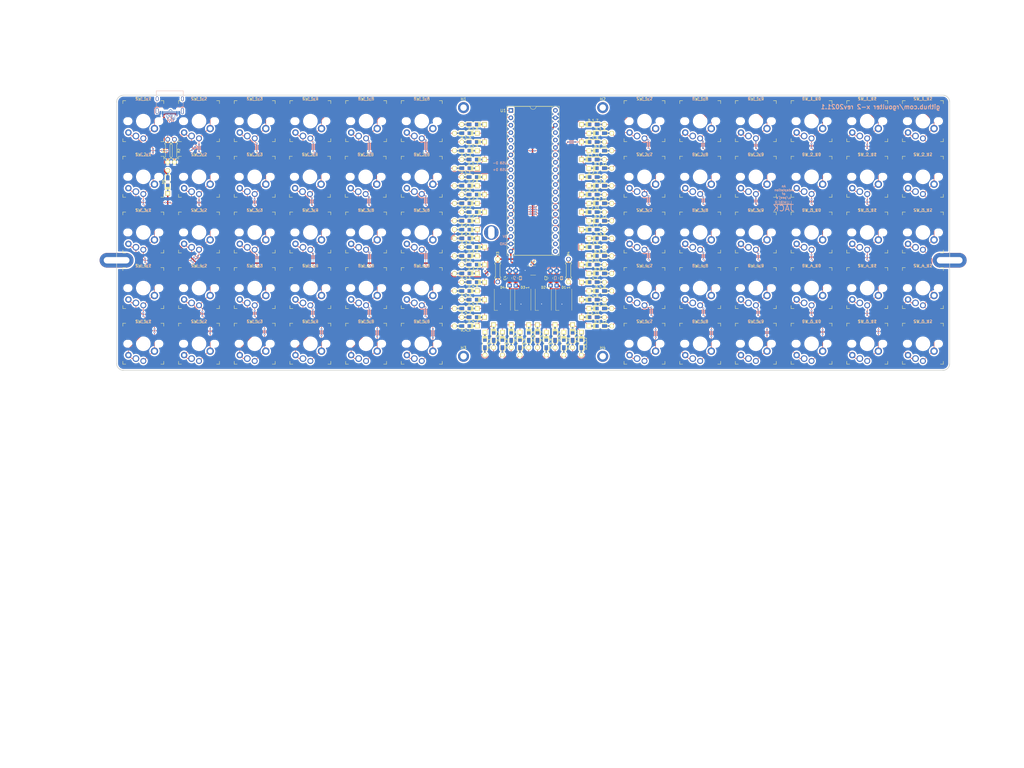
<source format=kicad_pcb>
(kicad_pcb (version 20211014) (generator pcbnew)
  (title_block (title "X-2: Lumberjack-Arm") (date "2021-12-04") (rev "2021.1") (company "rgoulter/keyboard-labs") (comment 1 "Designed to fit into tray-mounted GH60 cases.") (comment 2 " in the \"show the components\" tradition of the Plaid Keyboard PCB.") (comment 3 "Design based upon u/peej's Lumberjack keyboard,") (comment 4 "Keyboard PCB; \"unsplit\" 2x 5x6 ortholinear, using an ARM-powered dev board."))
  (layers (0 "F.Cu" signal) (31 "B.Cu" signal) (34 "B.Paste" user) (35 "F.Paste" user) (36 "B.SilkS" user "B.Silkscreen") (37 "F.SilkS" user "F.Silkscreen") (38 "B.Mask" user) (39 "F.Mask" user) (44 "Edge.Cuts" user))
  (net 0 "")
  (net 1 "GND")
  (net 2 "/ROW1")
  (net 3 "/ROW2")
  (net 4 "/ROW3")
  (net 5 "/ROW4")
  (net 6 "/ROW5")
  (net 7 "/COL3")
  (net 8 "/COL1")
  (net 9 "/COL2")
  (net 10 "/COL4")
  (net 11 "/COL5")
  (net 12 "/COL6")
  (net 13 "/COL7")
  (net 14 "/COL8")
  (net 15 "Net-(D3-Pad2)")
  (net 17 "/COL9")
  (net 18 "/5V")
  (net 19 "Net-(D_1_1-Pad2)")
  (net 20 "Net-(D_1_2-Pad2)")
  (net 21 "Net-(D_1_3-Pad2)")
  (net 22 "Net-(D_1_4-Pad2)")
  (net 23 "Net-(D_1_5-Pad2)")
  (net 24 "Net-(D_1_6-Pad2)")
  (net 25 "Net-(R3-Pad1)")
  (net 26 "/RGB_DIN_5V")
  (net 27 "Net-(D_1_7-Pad2)")
  (net 28 "Net-(D_1_8-Pad2)")
  (net 29 "Net-(D_1_9-Pad2)")
  (net 30 "Net-(D_1_10-Pad2)")
  (net 31 "/COL10")
  (net 32 "Net-(D_1_11-Pad2)")
  (net 33 "/COL11")
  (net 34 "Net-(D_1_12-Pad2)")
  (net 35 "/COL12")
  (net 36 "Net-(D_2_1-Pad2)")
  (net 37 "Net-(D_2_2-Pad2)")
  (net 38 "Net-(D_2_3-Pad2)")
  (net 39 "Net-(D_2_4-Pad2)")
  (net 40 "Net-(D_2_5-Pad2)")
  (net 41 "Net-(D_2_6-Pad2)")
  (net 42 "Net-(D_2_7-Pad2)")
  (net 43 "Net-(D_2_8-Pad2)")
  (net 44 "Net-(D_2_9-Pad2)")
  (net 45 "Net-(D_2_10-Pad2)")
  (net 46 "Net-(D_2_11-Pad2)")
  (net 47 "Net-(D_2_12-Pad2)")
  (net 48 "Net-(D_3_1-Pad2)")
  (net 49 "Net-(D_3_2-Pad2)")
  (net 50 "Net-(D_3_3-Pad2)")
  (net 51 "Net-(D_3_4-Pad2)")
  (net 52 "Net-(D_3_5-Pad2)")
  (net 53 "Net-(D_3_6-Pad2)")
  (net 54 "Net-(D_3_7-Pad2)")
  (net 55 "Net-(D_3_8-Pad2)")
  (net 56 "Net-(D_3_9-Pad2)")
  (net 57 "Net-(D_3_10-Pad2)")
  (net 58 "Net-(D_3_11-Pad2)")
  (net 59 "Net-(D_3_12-Pad2)")
  (net 60 "Net-(D_4_1-Pad2)")
  (net 61 "Net-(D_4_2-Pad2)")
  (net 62 "Net-(D_4_3-Pad2)")
  (net 63 "Net-(D_4_4-Pad2)")
  (net 64 "Net-(D_4_5-Pad2)")
  (net 65 "Net-(D_4_6-Pad2)")
  (net 66 "Net-(D_4_7-Pad2)")
  (net 67 "Net-(D_4_8-Pad2)")
  (net 68 "Net-(D_4_9-Pad2)")
  (net 69 "Net-(D_4_10-Pad2)")
  (net 70 "Net-(D_4_11-Pad2)")
  (net 71 "Net-(D_4_12-Pad2)")
  (net 72 "Net-(D_5_1-Pad2)")
  (net 73 "Net-(D_5_2-Pad2)")
  (net 74 "Net-(D_5_3-Pad2)")
  (net 75 "Net-(D_5_4-Pad2)")
  (net 76 "Net-(D_5_5-Pad2)")
  (net 77 "Net-(D_5_6-Pad2)")
  (net 78 "Net-(D_5_7-Pad2)")
  (net 79 "Net-(D_5_8-Pad2)")
  (net 80 "Net-(D_5_9-Pad2)")
  (net 81 "Net-(D_5_10-Pad2)")
  (net 82 "Net-(D_5_11-Pad2)")
  (net 83 "Net-(D_5_12-Pad2)")
  (net 84 "/3V3")
  (net 89 "/RGB_DIN_3V3")
  (net 92 "/GND_or_5V")
  (net 93 "Net-(D1-Pad4)")
  (net 94 "Net-(D1-Pad2)")
  (net 95 "Net-(D2-Pad2)")
  (net 96 "VBUS")
  (net 98 "/CC1")
  (net 99 "/USB_DN")
  (net 100 "/USB_DP")
  (net 102 "/CC2")
  (footprint "ProjectLocal:SW_MX_PG1350_NoLed" (layer "F.Cu") (at 325.85 58.875)
    (fp_text reference "SW_1_12")
    (fp_text value "MX-compatible or Kailh Choc v1")
  )
  (footprint "ProjectLocal:SW_MX_PG1350_NoLed" (layer "F.Cu") (at 268.7 58.875)
    (fp_text reference "SW_1_9")
    (fp_text value "MX-compatible or Kailh Choc v1")
  )
  (footprint "ProjectLocal:SW_MX_PG1350_NoLed" (layer "F.Cu") (at 325.85 77.925)
    (fp_text reference "SW_2_12")
    (fp_text value "MX-compatible or Kailh Choc v1")
  )
  (footprint "ProjectLocal:SW_MX_PG1350_NoLed" (layer "F.Cu") (at 268.7 77.925)
    (fp_text reference "SW_2_9")
    (fp_text value "MX-compatible or Kailh Choc v1")
  )
  (footprint "ProjectLocal:SW_MX_PG1350_NoLed" (layer "F.Cu") (at 325.85 96.975)
    (fp_text reference "SW_3_12")
    (fp_text value "MX-compatible or Kailh Choc v1")
  )
  (footprint "ProjectLocal:SW_MX_PG1350_NoLed" (layer "F.Cu") (at 306.8 96.975)
    (fp_text reference "SW_3_11")
    (fp_text value "MX-compatible or Kailh Choc v1")
  )
  (footprint "ProjectLocal:SW_MX_PG1350_NoLed" (layer "F.Cu") (at 249.65 77.925)
    (fp_text reference "SW_2_8")
    (fp_text value "MX-compatible or Kailh Choc v1")
  )
  (footprint "ProjectLocal:SW_MX_PG1350_NoLed" (layer "F.Cu") (at 325.85 116.025)
    (fp_text reference "SW_4_12")
    (fp_text value "MX-compatible or Kailh Choc v1")
  )
  (footprint "ProjectLocal:SW_MX_PG1350_NoLed" (layer "F.Cu") (at 325.85 135.075)
    (fp_text reference "SW_5_12")
    (fp_text value "MX-compatible or Kailh Choc v1")
  )
  (footprint "ProjectLocal:SW_MX_PG1350_NoLed" (layer "F.Cu") (at 287.75 116.025)
    (fp_text reference "SW_4_10")
    (fp_text value "MX-compatible or Kailh Choc v1")
  )
  (footprint "ProjectLocal:SW_MX_PG1350_NoLed" (layer "F.Cu") (at 268.7 116.025)
    (fp_text reference "SW_4_9")
    (fp_text value "MX-compatible or Kailh Choc v1")
  )
  (footprint "ProjectLocal:SW_MX_PG1350_NoLed" (layer "F.Cu") (at 78.2 135.075)
    (fp_text reference "SW_5_2")
    (fp_text value "MX-compatible or Kailh Choc v1")
  )
  (footprint "ProjectLocal:SW_MX_PG1350_NoLed" (layer "F.Cu") (at 116.3 135.075)
    (fp_text reference "SW_5_4")
    (fp_text value "MX-compatible or Kailh Choc v1")
  )
  (footprint "ProjectLocal:SW_MX_PG1350_NoLed" (layer "F.Cu") (at 135.35 135.075)
    (fp_text reference "SW_5_5")
    (fp_text value "MX-compatible or Kailh Choc v1")
  )
  (footprint "ProjectLocal:SW_MX_PG1350_NoLed" (layer "F.Cu") (at 268.7 135.075)
    (fp_text reference "SW_5_9")
    (fp_text value "MX-compatible or Kailh Choc v1")
  )
  (footprint "Keebio-Parts:Diode-dual" (layer "F.Cu") (at 172 78)
    (fp_text reference "D_2_6")
    (fp_text value "1N4148" hide)
  )
  (footprint "Keebio-Parts:Diode-dual" (layer "F.Cu") (at 172 114)
    (fp_text reference "D_4_6")
    (fp_text value "1N4148" hide)
  )
  (footprint "Keebio-Parts:Diode-dual" (layer "F.Cu") (at 191 132.5 90)
    (fp_text reference "D_5_6")
    (fp_text value "1N4148" hide)
  )
  (footprint "Keebio-Parts:Diode-dual" (layer "F.Cu") (at 188 135 90)
    (fp_text reference "D_5_5")
    (fp_text value "1N4148" hide)
  )
  (footprint "Keebio-Parts:Diode-dual" (layer "F.Cu") (at 185 132.5 90)
    (fp_text reference "D_5_4")
    (fp_text value "1N4148" hide)
  )
  (footprint "Keebio-Parts:Diode-dual" (layer "F.Cu") (at 179 132.5 90)
    (fp_text reference "D_5_2")
    (fp_text value "1N4148" hide)
  )
  (footprint "Keebio-Parts:Diode-dual" (layer "F.Cu") (at 172 72)
    (fp_text reference "D_1_2")
    (fp_text value "1N4148" hide)
  )
  (footprint "MountingHole:MountingHole_2.2mm_M2_DIN965_Pad" (layer "F.Cu") (at 168.68748 54.23755)
    (fp_text reference "H1")
    (fp_text value "M2 16mm Spacer")
  )
  (footprint "MountingHole:MountingHole_2.2mm_M2_DIN965_Pad" (layer "F.Cu") (at 216.31252 54.23755)
    (fp_text reference "H2")
    (fp_text value "M2 16mm Spacer")
  )
  (footprint "MountingHole:MountingHole_2.2mm_M2_DIN965_Pad" (layer "F.Cu") (at 168.68748 139.367309)
    (fp_text reference "H3")
    (fp_text value "M2 16mm Spacer")
  )
  (footprint "MountingHole:MountingHole_2.2mm_M2_DIN965_Pad" (layer "F.Cu") (at 216.31252 139.367309)
    (fp_text reference "H4")
    (fp_text value "M2 16mm Spacer")
  )
  (footprint "Keebio-Parts:Diode-dual" (layer "F.Cu") (at 206 132.5 90)
    (fp_text reference "D_5_11")
    (fp_text value "1N4148" hide)
  )
  (footprint "ProjectLocal:SW_MX_PG1350_NoLed" (layer "F.Cu") (at 249.65 135.075)
    (fp_text reference "SW_5_8")
    (fp_text value "MX-compatible or Kailh Choc v1")
  )
  (footprint "ProjectLocal:SW_MX_PG1350_NoLed" (layer "F.Cu") (at 135.35 116.025)
    (fp_text reference "SW_4_5")
    (fp_text value "MX-compatible or Kailh Choc v1")
  )
  (footprint "ProjectLocal:SW_MX_PG1350_NoLed" (layer "F.Cu") (at 116.3 116.025)
    (fp_text reference "SW_4_4")
    (fp_text value "MX-compatible or Kailh Choc v1")
  )
  (footprint "ProjectLocal:SW_MX_PG1350_NoLed" (layer "F.Cu") (at 97.25 116.025)
    (fp_text reference "SW_4_3")
    (fp_text value "MX-compatible or Kailh Choc v1")
  )
  (footprint "ProjectLocal:SW_MX_PG1350_NoLed" (layer "F.Cu") (at 59.15 135.075)
    (fp_text reference "SW_5_1")
    (fp_text value "MX-compatible or Kailh Choc v1")
  )
  (footprint "Keebio-Parts:Diode-dual" (layer "F.Cu") (at 172 126)
    (fp_text reference "D_4_2")
    (fp_text value "1N4148" hide)
  )
  (footprint "Keebio-Parts:Diode-dual" (layer "F.Cu") (at 172 120)
    (fp_text reference "D_4_4")
    (fp_text value "1N4148" hide)
  )
  (footprint "Keebio-Parts:Diode-dual" (layer "F.Cu") (at 169.5 111)
    (fp_text reference "D_3_1")
    (fp_text value "1N4148" hide)
  )
  (footprint "Keebio-Parts:Diode-dual" (layer "F.Cu") (at 172 108)
    (fp_text reference "D_3_2")
    (fp_text value "1N4148" hide)
  )
  (footprint "Keebio-Parts:Diode-dual" (layer "F.Cu") (at 169.5 105)
    (fp_text reference "D_3_3")
    (fp_text value "1N4148" hide)
  )
  (footprint "Keebio-Parts:Diode-dual" (layer "F.Cu") (at 169.5 117)
    (fp_text reference "D_4_5")
    (fp_text value "1N4148" hide)
  )
  (footprint "Keebio-Parts:Diode-dual" (layer "F.Cu") (at 169.5 93)
    (fp_text reference "D_2_1")
    (fp_text value "1N4148" hide)
  )
  (footprint "Keebio-Parts:Diode-dual" (layer "F.Cu") (at 169.5 99)
    (fp_text reference "D_3_5")
    (fp_text value "1N4148" hide)
  )
  (footprint "Keebio-Parts:Diode-dual" (layer "F.Cu") (at 169.5 87)
    (fp_text reference "D_2_3")
    (fp_text value "1N4148" hide)
  )
  (footprint "Keebio-Parts:Diode-dual" (layer "F.Cu") (at 172 84)
    (fp_text reference "D_2_4")
    (fp_text value "1N4148" hide)
  )
  (footprint "Keebio-Parts:Diode-dual" (layer "F.Cu") (at 169.5 81)
    (fp_text reference "D_2_5")
    (fp_text value "1N4148" hide)
  )
  (footprint "Keebio-Parts:Diode-dual" (layer "F.Cu") (at 213 72 180)
    (fp_text reference "D_1_11")
    (fp_text value "1N4148" hide)
  )
  (footprint "Keebio-Parts:Diode-dual" (layer "F.Cu") (at 169.5 69)
    (fp_text reference "D_1_3")
    (fp_text value "1N4148" hide)
  )
  (footprint "ProjectLocal:SW_MX_PG1350_NoLed" (layer "F.Cu") (at 154.4 96.975)
    (fp_text reference "SW_3_6")
    (fp_text value "MX-compatible or Kailh Choc v1")
  )
  (footprint "ProjectLocal:SW_MX_PG1350_NoLed" (layer "F.Cu") (at 135.2 77.925)
    (fp_text reference "SW_2_5")
    (fp_text value "MX-compatible or Kailh Choc v1")
  )
  (footprint "ProjectLocal:SW_MX_PG1350_NoLed" (layer "F.Cu") (at 97.25 96.975)
    (fp_text reference "SW_3_3")
    (fp_text value "MX-compatible or Kailh Choc v1")
  )
  (footprint "ProjectLocal:SW_MX_PG1350_NoLed" (layer "F.Cu") (at 78.2 96.975)
    (fp_text reference "SW_3_2")
    (fp_text value "MX-compatible or Kailh Choc v1")
  )
  (footprint "ProjectLocal:SW_MX_PG1350_NoLed" (layer "F.Cu") (at 59.15 96.975)
    (fp_text reference "SW_3_1")
    (fp_text value "MX-compatible or Kailh Choc v1")
  )
  (footprint "ProjectLocal:SW_MX_PG1350_NoLed" (layer "F.Cu") (at 154.4 58.875)
    (fp_text reference "SW_1_6")
    (fp_text value "MX-compatible or Kailh Choc v1")
  )
  (footprint "ProjectLocal:SW_MX_PG1350_NoLed" (layer "F.Cu") (at 116.3 58.875)
    (fp_text reference "SW_1_4")
    (fp_text value "MX-compatible or Kailh Choc v1")
  )
  (footprint "ProjectLocal:SW_MX_PG1350_NoLed" (layer "F.Cu") (at 97.25 58.875)
    (fp_text reference "SW_1_3")
    (fp_text value "MX-compatible or Kailh Choc v1")
  )
  (footprint "Keebio-Parts:Diode-dual" (layer "F.Cu") (at 215.5 69 180)
    (fp_text reference "D_1_10")
    (fp_text value "1N4148" hide)
  )
  (footprint "ProjectLocal:SW_MX_PG1350_NoLed" (layer "F.Cu") (at 306.8 58.875)
    (fp_text reference "SW_1_11")
    (fp_text value "MX-compatible or Kailh Choc v1")
  )
  (footprint "Keebio-Parts:Diode-dual" (layer "F.Cu") (at 169.5 63)
    (fp_text reference "D_1_5")
    (fp_text value "1N4148" hide)
  )
  (footprint "ProjectLocal:SW_MX_PG1350_NoLed" (layer "F.Cu") (at 97.25 77.925)
    (fp_text reference "SW_2_3")
    (fp_text value "MX-compatible or Kailh Choc v1")
  )
  (footprint "ProjectLocal:SW_MX_PG1350_NoLed" (layer "F.Cu") (at 116.15 77.925)
    (fp_text reference "SW_2_4")
    (fp_text value "MX-compatible or Kailh Choc v1")
  )
  (footprint "ProjectLocal:SW_MX_PG1350_NoLed" (layer "F.Cu") (at 154.4 77.925)
    (fp_text reference "SW_2_6")
    (fp_text value "MX-compatible or Kailh Choc v1")
  )
  (footprint "ProjectLocal:SW_MX_PG1350_NoLed" (layer "F.Cu") (at 59.15 116.025)
    (fp_text reference "SW_4_1")
    (fp_text value "MX-compatible or Kailh Choc v1")
  )
  (footprint "ProjectLocal:SW_MX_PG1350_NoLed" (layer "F.Cu") (at 78.2 116.025)
    (fp_text reference "SW_4_2")
    (fp_text value "MX-compatible or Kailh Choc v1")
  )
  (footprint "ProjectLocal:SW_MX_PG1350_NoLed" (layer "F.Cu") (at 306.8 135.075)
    (fp_text reference "SW_5_11")
    (fp_text value "MX-compatible or Kailh Choc v1")
  )
  (footprint "ProjectLocal:SW_MX_PG1350_NoLed" (layer "F.Cu") (at 249.65 96.975)
    (fp_text reference "SW_3_8")
    (fp_text value "MX-compatible or Kailh Choc v1")
  )
  (footprint "ProjectLocal:SW_MX_PG1350_NoLed" (layer "F.Cu") (at 268.7 96.975)
    (fp_text reference "SW_3_9")
    (fp_text value "MX-compatible or Kailh Choc v1")
  )
  (footprint "ProjectLocal:SW_MX_PG1350_NoLed" (layer "F.Cu") (at 306.8 116.025)
    (fp_text reference "SW_4_11")
    (fp_text value "MX-compatible or Kailh Choc v1")
  )
  (footprint "Keebio-Parts:Diode-dual" (layer "F.Cu") (at 203 135 90)
    (fp_text reference "D_5_10")
    (fp_text value "1N4148" hide)
  )
  (footprint "ProjectLocal:SW_MX_PG1350_NoLed" (layer "F.Cu") (at 97.25 135.075)
    (fp_text reference "SW_5_3")
    (fp_text value "MX-compatible or Kailh Choc v1")
  )
  (footprint "ProjectLocal:SW_MX_PG1350_NoLed" (layer "F.Cu") (at 59.15 77.925)
    (fp_text reference "SW_2_1")
    (fp_text value "MX-compatible or Kailh Choc v1")
  )
  (footprint "ProjectLocal:SW_MX_PG1350_NoLed" (layer "F.Cu") (at 249.65 116.025)
    (fp_text reference "SW_4_8")
    (fp_text value "MX-compatible or Kailh Choc v1")
  )
  (footprint "ProjectLocal:SW_MX_PG1350_NoLed" (layer "F.Cu") (at 135.35 58.875)
    (fp_text reference "SW_1_5")
    (fp_text value "MX-compatible or Kailh Choc v1")
  )
  (footprint "ProjectLocal:SW_MX_PG1350_NoLed" (layer "F.Cu") (at 287.75 58.875)
    (fp_text reference "SW_1_10")
    (fp_text value "MX-compatible or Kailh Choc v1")
  )
  (footprint "ProjectLocal:SW_MX_PG1350_NoLed" (layer "F.Cu") (at 306.8 77.925)
    (fp_text reference "SW_2_11")
    (fp_text value "MX-compatible or Kailh Choc v1")
  )
  (footprint "ProjectLocal:SW_MX_PG1350_NoLed" (layer "F.Cu") (at 154.4 116.025)
    (fp_text reference "SW_4_6")
    (fp_text value "MX-compatible or Kailh Choc v1")
  )
  (footprint "Keebio-Parts:Diode-dual" (layer "F.Cu") (at 176 135 90)
    (fp_text reference "D_5_1")
    (fp_text value "1N4148" hide)
  )
  (footprint "ProjectLocal:SW_MX_PG1350_NoLed" (layer "F.Cu") (at 230.6 77.925)
    (fp_text reference "SW_2_7")
    (fp_text value "MX-compatible or Kailh Choc v1")
  )
  (footprint "ProjectLocal:SW_MX_PG1350_NoLed" (layer "F.Cu") (at 230.6 58.875)
    (fp_text reference "SW_1_7")
    (fp_text value "MX-compatible or Kailh Choc v1")
  )
  (footprint "ProjectLocal:SW_MX_PG1350_NoLed" (layer "F.Cu") (at 249.65 58.875)
    (fp_text reference "SW_1_8")
    (fp_text value "MX-compatible or Kailh Choc v1")
  )
  (footprint "ProjectLocal:SW_MX_PG1350_NoLed" (layer "F.Cu") (at 154.4 135.075)
    (fp_text reference "SW_5_6")
    (fp_text value "MX-compatible or Kailh Choc v1")
  )
  (footprint "Keebio-Parts:Diode-dual" (layer "F.Cu") (at 215.5 111 180)
    (fp_text reference "D_3_12")
    (fp_text value "1N4148" hide)
  )
  (footprint "Keebio-Parts:Diode-dual" (layer "F.Cu") (at 209 135 90)
    (fp_text reference "D_5_12")
    (fp_text value "1N4148" hide)
  )
  (footprint "ProjectLocal:SW_MX_PG1350_NoLed" (layer "F.Cu") (at 230.6 96.975)
    (fp_text reference "SW_3_7")
    (fp_text value "MX-compatible or Kailh Choc v1")
  )
  (footprint "ProjectLocal:SW_MX_PG1350_NoLed" (layer "F.Cu") (at 230.6 135.075)
    (fp_text reference "SW_5_7")
    (fp_text value "MX-compatible or Kailh Choc v1")
  )
  (footprint "ProjectLocal:SW_MX_PG1350_NoLed" (layer "F.Cu") (at 230.6 116.025)
    (fp_text reference "SW_4_7")
    (fp_text value "MX-compatible or Kailh Choc v1")
  )
  (footprint "ProjectLocal:SW_MX_PG1350_NoLed" (layer "F.Cu") (at 135.35 96.975)
    (fp_text reference "SW_3_5")
    (fp_text value "MX-compatible or Kailh Choc v1")
  )
  (footprint "ProjectLocal:SW_MX_PG1350_NoLed" (layer "F.Cu") (at 287.75 77.925)
    (fp_text reference "SW_2_10")
    (fp_text value "MX-compatible or Kailh Choc v1")
  )
  (footprint "Keebio-Parts:Diode-dual" (layer "F.Cu") (at 215.5 75 180)
    (fp_text reference "D_1_12")
    (fp_text value "1N4148" hide)
  )
  (footprint "Keebio-Parts:Diode-dual" (layer "F.Cu") (at 213 60 180)
    (fp_text reference "D_1_7")
    (fp_text value "1N4148" hide)
  )
  (footprint "Keebio-Parts:Diode-dual" (layer "F.Cu") (at 215.5 63 180)
    (fp_text reference "D_1_8")
    (fp_text value "1N4148" hide)
  )
  (footprint "Keebio-Parts:Diode-dual" (layer "F.Cu") (at 213 78 180)
    (fp_text reference "D_2_7")
    (fp_text value "1N4148" hide)
  )
  (footprint "Keebio-Parts:Diode-dual" (layer "F.Cu") (at 215.5 93 180)
    (fp_text reference "D_2_12")
    (fp_text value "1N4148" hide)
  )
  (footprint "Keebio-Parts:Diode-dual" (layer "F.Cu") (at 215.5 87 180)
    (fp_text reference "D_2_10")
    (fp_text value "1N4148" hide)
  )
  (footprint "Keebio-Parts:Diode-dual" (layer "F.Cu") (at 213 90 180)
    (fp_text reference "D_2_11")
    (fp_text value "1N4148" hide)
  )
  (footprint "Keebio-Parts:Diode-dual" (layer "F.Cu") (at 213 102 180)
    (fp_text reference "D_3_9")
    (fp_text value "1N4148" hide)
  )
  (footprint "Keebio-Parts:Diode-dual" (layer "F.Cu") (at 215.5 99 180)
    (fp_text reference "D_3_8")
    (fp_text value "1N4148" hide)
  )
  (footprint "Keebio-Parts:Diode-dual" (layer "F.Cu") (at 213 96 180)
    (fp_text reference "D_3_7")
    (fp_text value "1N4148" hide)
  )
  (footprint "Keebio-Parts:Diode-dual" (layer "F.Cu") (at 215.5 81 180)
    (fp_text reference "D_2_8")
    (fp_text value "1N4148" hide)
  )
  (footprint "Keebio-Parts:Diode-dual" (layer "F.Cu") (at 213 108 180)
    (fp_text reference "D_3_11")
    (fp_text value "1N4148" hide)
  )
  (footprint "Keebio-Parts:Diode-dual" (layer "F.Cu") (at 215.5 105 180)
    (fp_text reference "D_3_10")
    (fp_text value "1N4148" hide)
  )
  (footprint "Keebio-Parts:Diode-dual" (layer "F.Cu") (at 213 114 180)
    (fp_text reference "D_4_7")
    (fp_text value "1N4148" hide)
  )
  (footprint "Keebio-Parts:Diode-dual" (layer "F.Cu") (at 213 84 180)
    (fp_text reference "D_2_9")
    (fp_text value "1N4148" hide)
  )
  (footprint "Keebio-Parts:Diode-dual" (layer "F.Cu") (at 213 66 180)
    (fp_text reference "D_1_9")
    (fp_text value "1N4148" hide)
  )
  (footprint "Keebio-Parts:Diode-dual" (layer "F.Cu") (at 215.5 129 180)
    (fp_text reference "D_4_12")
    (fp_text value "1N4148" hide)
  )
  (footprint "Keebio-Parts:Diode-dual" (layer "F.Cu") (at 213 120 180)
    (fp_text reference "D_4_9")
    (fp_text value "1N4148" hide)
  )
  (footprint "Keebio-Parts:Diode-dual" (layer "F.Cu") (at 194 132.5 90)
    (fp_text reference "D_5_7")
    (fp_text value "1N4148" hide)
  )
  (footprint "Keebio-Parts:Diode-dual" (layer "F.Cu") (at 215.5 117 180)
    (fp_text reference "D_4_8")
    (fp_text value "1N4148" hide)
  )
  (footprint "Keebio-Parts:Diode-dual" (layer "F.Cu") (at 215.5 123 180)
    (fp_text reference "D_4_10")
    (fp_text value "1N4148" hide)
  )
  (footprint "Keebio-Parts:Diode-dual" (layer "F.Cu") (at 213 126 180)
    (fp_text reference "D_4_11")
    (fp_text value "1N4148" hide)
  )
  (footprint "Keebio-Parts:Diode-dual" (layer "F.Cu") (at 197 135 90)
    (fp_text reference "D_5_8")
    (fp_text value "1N4148" hide)
  )
  (footprint "Lumberjack:MountingSlot_M2" (layer "F.Cu") (at 178.19878 97.00006)
    (fp_text reference "H7" hide)
    (fp_text value "~")
  )
  (footprint "Keebio-Parts:Diode-dual" (layer "F.Cu") (at 200 132.5 90)
    (fp_text reference "D_5_9")
    (fp_text value "1N4148" hide)
  )
  (footprint "Keebio-Parts:Diode-dual" (layer "F.Cu") (at 169.5 129)
    (fp_text reference "D_4_1")
    (fp_text value "1N4148" hide)
  )
  (footprint "Keebio-Parts:Diode-dual" (layer "F.Cu") (at 172 102)
    (fp_text reference "D_3_4")
    (fp_text value "1N4148" hide)
  )
  (footprint "Keebio-Parts:Diode-dual" (layer "F.Cu") (at 169.5 96)
    (fp_text reference "D_3_6")
    (fp_text value "1N4148" hide)
  )
  (footprint "Keebio-Parts:Diode-dual" (layer "F.Cu") (at 169.5 75)
    (fp_text reference "D_1_1")
    (fp_text value "1N4148" hide)
  )
  (footprint "Keebio-Parts:Diode-dual" (layer "F.Cu") (at 169.5 123)
    (fp_text reference "D_4_3")
    (fp_text value "1N4148" hide)
  )
  (footprint "ProjectLocal:SW_MX_PG1350_NoLed" (layer "F.Cu") (at 287.75 96.975)
    (fp_text reference "SW_3_10")
    (fp_text value "MX-compatible or Kailh Choc v1")
  )
  (footprint "ProjectLocal:Resistor-Hybrid" (layer "F.Cu") (at 69.8 69 90)
    (fp_text reference "R2")
    (fp_text value "5.1K" hide)
  )
  (footprint "ProjectLocal:Resistor-Hybrid" (layer "F.Cu") (at 67.5 69 90)
    (fp_text reference "R1")
    (fp_text value "5.1K" hide)
  )
  (footprint "ProjectLocal:SW_MX_PG1350_NoLed" (layer "F.Cu") (at 78.2 58.875)
    (fp_text reference "SW_1_2")
    (fp_text value "MX-compatible or Kailh Choc v1")
  )
  (footprint "ProjectLocal:SW_MX_PG1350_NoLed" (layer "F.Cu") (at 287.75 135.075)
    (fp_text reference "SW_5_10")
    (fp_text value "MX-compatible or Kailh Choc v1")
  )
  (footprint "ProjectLocal:SW_MX_PG1350_NoLed" (layer "F.Cu") (at 59.15 58.875)
    (fp_text reference "SW_1_1")
    (fp_text value "MX-compatible or Kailh Choc v1")
  )
  (footprint "ProjectLocal:SW_MX_PG1350_NoLed" (layer "F.Cu") (at 78.2 77.925)
    (fp_text reference "SW_2_2")
    (fp_text value "MX-compatible or Kailh Choc v1")
  )
  (footprint "ProjectLocal:SW_MX_PG1350_NoLed" (layer "F.Cu") (at 116.3 96.975)
    (fp_text reference "SW_3_4")
    (fp_text value "MX-compatible or Kailh Choc v1")
  )
  (footprint "Keebio-Parts:Diode-dual" (layer "F.Cu") (at 172 66)
    (fp_text reference "D_1_4")
    (fp_text value "1N4148" hide)
  )
  (footprint "Keebio-Parts:Diode-dual" (layer "F.Cu") (at 182 135 90)
    (fp_text reference "D_5_3")
    (fp_text value "1N4148" hide)
  )
  (footprint "LED_SMD:LED_WS2812B_PLCC4_5.0x5.0mm_P3.2mm" (layer "F.Cu") (at 189 120 -90)
    (fp_text reference "D3")
    (fp_text value "SK6812")
  )
  (footprint "LED_SMD:LED_WS2812B_PLCC4_5.0x5.0mm_P3.2mm" (layer "F.Cu") (at 182 120 -90)
    (fp_text reference "D4")
    (fp_text value "SK6812")
  )
  (footprint "LED_SMD:LED_WS2812B_PLCC4_5.0x5.0mm_P3.2mm" (layer "F.Cu") (at 203 120 -90)
    (fp_text reference "D1")
    (fp_text value "SK6812")
  )
  (footprint "Package_TO_SOT_SMD:SOT-23-6_Handsoldering" (layer "F.Cu") (at 192.5 110)
    (fp_text reference "U2")
    (fp_text value "SN74LVC1T45DBV")
  )
  (footprint "ProjectLocal:C_0805_2012Metric_Pad1.18x1.45mm_HandSolder_Dual" (layer "F.Cu") (at 184.45 112.6 -90)
    (fp_text reference "C4")
    (fp_text value "100nF" hide)
  )
  (footprint "ProjectLocal:C_0805_2012Metric_Pad1.18x1.45mm_HandSolder_Dual" (layer "F.Cu") (at 186.55 112.6 -90)
    (fp_text reference "C3")
    (fp_text value "100nF" hide)
  )
  (footprint "ProjectLocal:C_0805_2012Metric_Pad1.18x1.45mm_HandSolder_Dual" (layer "F.Cu") (at 200.55 112.6 -90)
    (fp_text reference "C1")
    (fp_text value "100nF" hide)
  )
  (footprint "ProjectLocal:C_0805_2012Metric_Pad1.18x1.45mm_HandSolder_Dual" (layer "F.Cu") (at 198.45 112.6 -90)
    (fp_text reference "C2")
    (fp_text value "100nF" hide)
  )
  (footprint "ProjectLocal:Resistor-Hybrid" (layer "F.Cu") (at 180.4 110 -90)
    (fp_text reference "R3")
    (fp_text value "2.2k - 10k" hide)
  )
  (footprint "ProjectLocal:Resistor-Hybrid" (layer "F.Cu") (at 204.6 110 90)
    (fp_text reference "R4")
    (fp_text value "300 - 500R" hide)
  )
  (footprint "Keebio-Parts:Diode-dual" (layer "F.Cu") (at 172 90)
    (fp_text reference "D_2_2")
    (fp_text value "1N4148" hide)
  )
  (footprint "LED_SMD:LED_WS2812B_PLCC4_5.0x5.0mm_P3.2mm" (layer "F.Cu") (at 196 120 -90)
    (fp_text reference "D2")
    (fp_text value "SK6812")
  )
  (footprint "Package_DIP:DIP-40_W15.24mm_Socket" (layer "F.Cu") (at 184.88 55.18365)
    (fp_text reference "U1")
    (fp_text value "STM32F103 Bluepill, or MiniF4 STM32F4x1 \"Blackpill\"")
  )
  (footprint "Keebio-Parts:Diode-dual" (layer "F.Cu") (at 172 60)
    (fp_text reference "D_1_6")
    (fp_text value "1N4148" hide)
  )
  (footprint "Keebio-Parts:Diode-dual" (layer "F.Cu") (at 67.5 79.7 -90)
    (fp_text reference "D5")
    (fp_text value "1N4148" hide)
  )
  (footprint "Lumberjack:MountingSlot_M2" (layer "F.Cu") (at 50.005651 106.49966)
    (fp_text reference "H5" hide)
    (fp_text value "~")
  )
  (footprint "Lumberjack:MountingSlot_M2" (layer "F.Cu") (at 335.005688 106.49966)
    (fp_text reference "H6" hide)
    (fp_text value "~")
  )
  (footprint "Connector_USB:USB_C_Receptacle_XKB_U262-16XN-4BVC11" (layer "B.Cu") (at 68.2 52.3)
    (fp_text reference "J1")
    (fp_text value "16-pin USB-C Connector SMD")
  )
  (gr_line (start 274.8 87.4) (end 281.5 87.4) (layer "B.SilkS") (width 0.254))
  (gr_line (start 334.89863 142.515178) (end 334.930719 142.402179) (layer "Edge.Cuts") (width 0.2))
  (gr_line (start 50.080619 51.77446) (end 50.05403 51.889667) (layer "Edge.Cuts") (width 0.2))
  (gr_line (start 335.002589 52.247033) (end 334.993393 52.126103) (layer "Edge.Cuts") (width 0.2))
  (gr_line (start 332.624432 49.988322) (end 52.386901 49.988322) (layer "Edge.Cuts") (width 0.2))
  (gr_line (start 334.818556 51.442682) (end 334.770869 51.337202) (layer "Edge.Cuts") (width 0.2))
  (gr_line (start 50.350393 51.134807) (end 50.293055 51.234527) (layer "Edge.Cuts") (width 0.2))
  (gr_line (start 332.74697 49.99142) (end 332.624432 49.988322) (layer "Edge.Cuts") (width 0.2))
  (gr_line (start 333.759477 50.275726) (end 333.656801 50.223139) (layer "Edge.Cuts") (width 0.2))
  (gr_line (start 333.104336 50.0367) (end 332.987072 50.015759) (layer "Edge.Cuts") (width 0.2))
  (gr_line (start 52.386901 49.988322) (end 52.386901 49.988322) (layer "Edge.Cuts") (width 0.2))
  (gr_line (start 333.955811 143.781637) (end 334.049172 143.715247) (layer "Edge.Cuts") (width 0.2))
  (gr_line (start 332.624432 144.188317) (end 332.624432 144.188317) (layer "Edge.Cuts") (width 0.2))
  (gr_line (start 332.624432 49.988322) (end 332.624432 49.988322) (layer "Edge.Cuts") (width 0.2))
  (gr_line (start 51.906996 50.036701) (end 51.791789 50.06329) (layer "Edge.Cuts") (width 0.2))
  (gr_line (start 52.386901 49.988322) (end 52.386901 49.988322) (layer "Edge.Cuts") (width 0.2))
  (gr_line (start 334.930719 142.402179) (end 334.957309 142.286973) (layer "Edge.Cuts") (width 0.2))
  (gr_line (start 51.055521 143.781637) (end 51.152136 143.843575) (layer "Edge.Cuts") (width 0.2))
  (gr_line (start 50.005651 52.369572) (end 50.005651 141.807069) (layer "Edge.Cuts") (width 0.2))
  (gr_line (start 50.080619 142.402179) (end 50.112707 142.515178) (layer "Edge.Cuts") (width 0.2))
  (gr_line (start 52.143432 50.000616) (end 52.02426 50.015759) (layer "Edge.Cuts") (width 0.2))
  (gr_line (start 50.192781 142.733957) (end 50.240468 142.839437) (layer "Edge.Cuts") (width 0.2))
  (gr_line (start 334.957309 51.889667) (end 334.930719 51.77446) (layer "Edge.Cuts") (width 0.2))
  (gr_line (start 333.332542 144.081261) (end 333.443184 144.043824) (layer "Edge.Cuts") (width 0.2))
  (gr_line (start 50.412331 143.138446) (end 50.478721 143.231807) (layer "Edge.Cuts") (width 0.2))
  (gr_line (start 50.872205 143.644555) (end 50.962161 143.715247) (layer "Edge.Cuts") (width 0.2))
  (gr_line (start 334.718281 142.942112) (end 334.770869 142.839437) (layer "Edge.Cuts") (width 0.2))
  (gr_line (start 50.962161 50.461392) (end 50.872205 50.532084) (layer "Edge.Cuts") (width 0.2))
  (gr_line (start 50.624257 143.408166) (end 50.703103 143.490865) (layer "Edge.Cuts") (width 0.2))
  (gr_line (start 50.192781 51.442682) (end 50.150145 51.550818) (layer "Edge.Cuts") (width 0.2))
  (gr_line (start 50.624257 50.768473) (end 50.549413 50.854876) (layer "Edge.Cuts") (width 0.2))
  (gr_line (start 51.152136 50.333064) (end 51.055521 50.395002) (layer "Edge.Cuts") (width 0.2))
  (gr_line (start 334.861193 142.625821) (end 334.89863 142.515178) (layer "Edge.Cuts") (width 0.2))
  (gr_line (start 51.67879 50.095378) (end 51.568147 50.132816) (layer "Edge.Cuts") (width 0.2))
  (gr_line (start 50.00875 52.247033) (end 50.005651 52.369572) (layer "Edge.Cuts") (width 0.2))
  (gr_line (start 334.461922 50.854876) (end 334.387078 50.768473) (layer "Edge.Cuts") (width 0.2))
  (gr_line (start 52.143432 144.176023) (end 52.264362 144.185219) (layer "Edge.Cuts") (width 0.2))
  (gr_line (start 334.225532 143.569711) (end 334.308231 143.490865) (layer "Edge.Cuts") (width 0.2))
  (gr_line (start 51.460011 144.001187) (end 51.568147 144.043824) (layer "Edge.Cuts") (width 0.2))
  (gr_line (start 334.97825 52.006931) (end 334.957309 51.889667) (layer "Edge.Cuts") (width 0.2))
  (gr_line (start 332.8679 50.000616) (end 332.74697 49.99142) (layer "Edge.Cuts") (width 0.2))
  (gr_line (start 334.387078 50.768473) (end 334.308231 50.685774) (layer "Edge.Cuts") (width 0.2))
  (gr_line (start 333.955811 50.395002) (end 333.859196 50.333064) (layer "Edge.Cuts") (width 0.2))
  (gr_line (start 334.308231 143.490865) (end 334.387078 143.408166) (layer "Edge.Cuts") (width 0.2))
  (gr_line (start 50.112707 142.515178) (end 50.150145 142.625821) (layer "Edge.Cuts") (width 0.2))
  (gr_line (start 333.759477 143.900913) (end 333.859196 143.843575) (layer "Edge.Cuts") (width 0.2))
  (gr_line (start 335.002589 141.929607) (end 335.005688 141.807069) (layer "Edge.Cuts") (width 0.2))
  (gr_line (start 51.67879 144.081261) (end 51.791789 144.113349) (layer "Edge.Cuts") (width 0.2))
  (gr_line (start 50.703103 50.685774) (end 50.624257 50.768473) (layer "Edge.Cuts") (width 0.2))
  (gr_line (start 334.225532 50.606928) (end 334.139129 50.532084) (layer "Edge.Cuts") (width 0.2))
  (gr_line (start 335.005688 52.369572) (end 335.002589 52.247033) (layer "Edge.Cuts") (width 0.2))
  (gr_line (start 333.551321 50.175452) (end 333.443184 50.132816) (layer "Edge.Cuts") (width 0.2))
  (gr_line (start 334.818556 142.733957) (end 334.861193 142.625821) (layer "Edge.Cuts") (width 0.2))
  (gr_line (start 333.219542 144.113349) (end 333.332542 144.081261) (layer "Edge.Cuts") (width 0.2))
  (gr_line (start 51.152136 143.843575) (end 51.251856 143.900913) (layer "Edge.Cuts") (width 0.2))
  (gr_line (start 51.568147 144.043824) (end 51.67879 144.081261) (layer "Edge.Cuts") (width 0.2))
  (gr_line (start 334.387078 143.408166) (end 334.461922 143.321763) (layer "Edge.Cuts") (width 0.2))
  (gr_line (start 50.005651 141.807069) (end 50.00875 141.929607) (layer "Edge.Cuts") (width 0.2))
  (gr_line (start 333.656801 50.223139) (end 333.551321 50.175452) (layer "Edge.Cuts") (width 0.2))
  (gr_line (start 334.993393 52.126103) (end 334.97825 52.006931) (layer "Edge.Cuts") (width 0.2))
  (gr_line (start 50.872205 50.532084) (end 50.785802 50.606928) (layer "Edge.Cuts") (width 0.2))
  (gr_line (start 50.962161 143.715247) (end 51.055521 143.781637) (layer "Edge.Cuts") (width 0.2))
  (gr_line (start 334.718281 51.234527) (end 334.660944 51.134807) (layer "Edge.Cuts") (width 0.2))
  (gr_line (start 334.599005 143.138446) (end 334.660944 143.041832) (layer "Edge.Cuts") (width 0.2))
  (gr_line (start 52.386901 49.988322) (end 52.264362 49.99142) (layer "Edge.Cuts") (width 0.2))
  (gr_line (start 50.00875 141.929607) (end 50.017945 142.050537) (layer "Edge.Cuts") (width 0.2))
  (gr_line (start 51.906996 144.139939) (end 52.02426 144.16088) (layer "Edge.Cuts") (width 0.2))
  (gr_line (start 50.05403 142.286973) (end 50.080619 142.402179) (layer "Edge.Cuts") (width 0.2))
  (gr_line (start 334.599005 51.038192) (end 334.532614 50.944832) (layer "Edge.Cuts") (width 0.2))
  (gr_line (start 52.264362 49.99142) (end 52.143432 50.000616) (layer "Edge.Cuts") (width 0.2))
  (gr_line (start 334.660944 51.134807) (end 334.599005 51.038192) (layer "Edge.Cuts") (width 0.2))
  (gr_line (start 50.293055 142.942112) (end 50.350393 143.041832) (layer "Edge.Cuts") (width 0.2))
  (gr_line (start 334.532614 50.944832) (end 334.461922 50.854876) (layer "Edge.Cuts") (width 0.2))
  (gr_line (start 334.308231 50.685774) (end 334.225532 50.606928) (layer "Edge.Cuts") (width 0.2))
  (gr_line (start 52.386901 144.188317) (end 332.624432 144.188317) (layer "Edge.Cuts") (width 0.2))
  (gr_line (start 50.017945 142.050537) (end 50.033088 142.169709) (layer "Edge.Cuts") (width 0.2))
  (gr_line (start 51.460011 50.175452) (end 51.354531 50.223139) (layer "Edge.Cuts") (width 0.2))
  (gr_line (start 334.049172 50.461392) (end 333.955811 50.395002) (layer "Edge.Cuts") (width 0.2))
  (gr_line (start 51.251856 50.275726) (end 51.152136 50.333064) (layer "Edge.Cuts") (width 0.2))
  (gr_line (start 51.791789 144.113349) (end 51.906996 144.139939) (layer "Edge.Cuts") (width 0.2))
  (gr_line (start 50.240468 142.839437) (end 50.293055 142.942112) (layer "Edge.Cuts") (width 0.2))
  (gr_line (start 335.005688 141.807069) (end 335.005688 52.369572) (layer "Edge.Cuts") (width 0.2))
  (gr_line (start 51.354531 50.223139) (end 51.251856 50.275726) (layer "Edge.Cuts") (width 0.2))
  (gr_line (start 52.02426 50.015759) (end 51.906996 50.036701) (layer "Edge.Cuts") (width 0.2))
  (gr_line (start 333.443184 50.132816) (end 333.332542 50.095378) (layer "Edge.Cuts") (width 0.2))
  (gr_line (start 333.332542 50.095378) (end 333.219542 50.06329) (layer "Edge.Cuts") (width 0.2))
  (gr_line (start 52.386901 49.988322) (end 52.386901 49.988322) (layer "Edge.Cuts") (width 0.2))
  (gr_line (start 332.987072 144.16088) (end 333.104336 144.139939) (layer "Edge.Cuts") (width 0.2))
  (gr_line (start 51.055521 50.395002) (end 50.962161 50.461392) (layer "Edge.Cuts") (width 0.2))
  (gr_line (start 51.568147 50.132816) (end 51.460011 50.175452) (layer "Edge.Cuts") (width 0.2))
  (gr_line (start 334.139129 143.644555) (end 334.225532 143.569711) (layer "Edge.Cuts") (width 0.2))
  (gr_line (start 335.005688 52.369572) (end 335.005688 52.369572) (layer "Edge.Cuts") (width 0.2))
  (gr_line (start 334.957309 142.286973) (end 334.97825 142.169709) (layer "Edge.Cuts") (width 0.2))
  (gr_line (start 335.005688 141.807069) (end 335.005688 141.807069) (layer "Edge.Cuts") (width 0.2))
  (gr_line (start 50.350393 143.041832) (end 50.412331 143.138446) (layer "Edge.Cuts") (width 0.2))
  (gr_line (start 50.478721 143.231807) (end 50.549413 143.321763) (layer "Edge.Cuts") (width 0.2))
  (gr_line (start 332.74697 144.185219) (end 332.8679 144.176023) (layer "Edge.Cuts") (width 0.2))
  (gr_line (start 50.033088 52.006931) (end 50.017945 52.126103) (layer "Edge.Cuts") (width 0.2))
  (gr_line (start 332.8679 144.176023) (end 332.987072 144.16088) (layer "Edge.Cuts") (width 0.2))
  (gr_line (start 333.104336 144.139939) (end 333.219542 144.113349) (layer "Edge.Cuts") (width 0.2))
  (gr_line (start 334.139129 50.532084) (end 334.049172 50.461392) (layer "Edge.Cuts") (width 0.2))
  (gr_line (start 50.785802 143.569711) (end 50.872205 143.644555) (layer "Edge.Cuts") (width 0.2))
  (gr_line (start 50.033088 142.169709) (end 50.05403 142.286973) (layer "Edge.Cuts") (width 0.2))
  (gr_line (start 334.89863 51.661461) (end 334.861193 51.550818) (layer "Edge.Cuts") (width 0.2))
  (gr_line (start 50.005651 52.369572) (end 50.005651 52.369572) (layer "Edge.Cuts") (width 0.2))
  (gr_line (start 334.461922 143.321763) (end 334.532614 143.231807) (layer "Edge.Cuts") (width 0.2))
  (gr_line (start 51.354531 143.9535) (end 51.460011 144.001187) (layer "Edge.Cuts") (width 0.2))
  (gr_line (start 50.150145 51.550818) (end 50.112707 51.661461) (layer "Edge.Cuts") (width 0.2))
  (gr_line (start 50.549413 50.854876) (end 50.478721 50.944832) (layer "Edge.Cuts") (width 0.2))
  (gr_line (start 333.551321 144.001187) (end 333.656801 143.9535) (layer "Edge.Cuts") (width 0.2))
  (gr_line (start 50.293055 51.234527) (end 50.240468 51.337202) (layer "Edge.Cuts") (width 0.2))
  (gr_line (start 50.112707 51.661461) (end 50.080619 51.77446) (layer "Edge.Cuts") (width 0.2))
  (gr_line (start 50.785802 50.606928) (end 50.703103 50.685774) (layer "Edge.Cuts") (width 0.2))
  (gr_line (start 51.251856 143.900913) (end 51.354531 143.9535) (layer "Edge.Cuts") (width 0.2))
  (gr_line (start 334.770869 51.337202) (end 334.718281 51.234527) (layer "Edge.Cuts") (width 0.2))
  (gr_line (start 333.859196 143.843575) (end 333.955811 143.781637) (layer "Edge.Cuts") (width 0.2))
  (gr_line (start 50.549413 143.321763) (end 50.624257 143.408166) (layer "Edge.Cuts") (width 0.2))
  (gr_line (start 332.987072 50.015759) (end 332.8679 50.000616) (layer "Edge.Cuts") (width 0.2))
  (gr_line (start 52.386901 144.188317) (end 52.386901 144.188317) (layer "Edge.Cuts") (width 0.2))
  (gr_line (start 50.017945 52.126103) (end 50.00875 52.247033) (layer "Edge.Cuts") (width 0.2))
  (gr_line (start 334.770869 142.839437) (end 334.818556 142.733957) (layer "Edge.Cuts") (width 0.2))
  (gr_line (start 334.049172 143.715247) (end 334.139129 143.644555) (layer "Edge.Cuts") (width 0.2))
  (gr_line (start 333.656801 143.9535) (end 333.759477 143.900913) (layer "Edge.Cuts") (width 0.2))
  (gr_line (start 333.859196 50.333064) (end 333.759477 50.275726) (layer "Edge.Cuts") (width 0.2))
  (gr_line (start 332.624432 144.188317) (end 332.74697 144.185219) (layer "Edge.Cuts") (width 0.2))
  (gr_line (start 51.791789 50.06329) (end 51.67879 50.095378) (layer "Edge.Cuts") (width 0.2))
  (gr_line (start 334.660944 143.041832) (end 334.718281 142.942112) (layer "Edge.Cuts") (width 0.2))
  (gr_line (start 334.97825 142.169709) (end 334.993393 142.050537) (layer "Edge.Cuts") (width 0.2))
  (gr_line (start 50.05403 51.889667) (end 50.033088 52.006931) (layer "Edge.Cuts") (width 0.2))
  (gr_line (start 50.412331 51.038192) (end 50.350393 51.134807) (layer "Edge.Cuts") (width 0.2))
  (gr_line (start 333.443184 144.043824) (end 333.551321 144.001187) (layer "Edge.Cuts") (width 0.2))
  (gr_line (start 50.478721 50.944832) (end 50.412331 51.038192) (layer "Edge.Cuts") (width 0.2))
  (gr_line (start 334.861193 51.550818) (end 334.818556 51.442682) (layer "Edge.Cuts") (width 0.2))
  (gr_line (start 334.993393 142.050537) (end 335.002589 141.929607) (layer "Edge.Cuts") (width 0.2))
  (gr_line (start 334.532614 143.231807) (end 334.599005 143.138446) (layer "Edge.Cuts") (width 0.2))
  (gr_line (start 52.02426 144.16088) (end 52.143432 144.176023) (layer "Edge.Cuts") (width 0.2))
  (gr_line (start 50.150145 142.625821) (end 50.192781 142.733957) (layer "Edge.Cuts") (width 0.2))
  (gr_line (start 52.264362 144.185219) (end 52.386901 144.188317) (layer "Edge.Cuts") (width 0.2))
  (gr_line (start 50.703103 143.490865) (end 50.785802 143.569711) (layer "Edge.Cuts") (width 0.2))
  (gr_line (start 50.240468 51.337202) (end 50.192781 51.442682) (layer "Edge.Cuts") (width 0.2))
  (gr_line (start 334.930719 51.77446) (end 334.89863 51.661461) (layer "Edge.Cuts") (width 0.2))
  (gr_line (start 333.219542 50.06329) (end 333.104336 50.0367) (layer "Edge.Cuts") (width 0.2))
  (gr_text "LUMBER" (at 278.1 86.75) (layer "B.SilkS") (effects (font (size 1 1)) (justify mirror)))
  (gr_text "USB D-" (at 183.634 73.208) (layer "B.SilkS") (effects (font (size 0.8 0.8) (thickness 0.16)) (justify left mirror)))
  (gr_text "5V" (at 183.634 98.354) (layer "B.SilkS") (effects (font (size 0.8 0.8) (thickness 0.16)) (justify left mirror)))
  (gr_text "GND" (at 183.634 100.894) (layer "B.SilkS") (effects (font (size 0.8 0.8) (thickness 0.16)) (justify left mirror)))
  (gr_text "An\nAdaptation\nof\nu/peej's" (at 278.2 83.114) (layer "B.SilkS") (effects (font (size 0.8 0.8) (thickness 0.16)) (justify mirror)))
  (gr_text "github.com/rgoulter x-2 rev2021.1" (at 331.9 54) (layer "B.SilkS") (effects (font (size 1.5 1.5) (thickness 0.3)) (justify left mirror)))
  (gr_text "JACK" (at 278.2 88.7) (layer "B.SilkS") (effects (font (size 2 2) (thickness 0.25)) (justify mirror)))
  (gr_text "USB D+" (at 183.634 75.494) (layer "B.SilkS") (effects (font (size 0.8 0.8) (thickness 0.16)) (justify left mirror)))
  (segment (start 191.15 110) (end 189.7936 110) (width 0.5) (layer "F.Cu") (net 1))
  (segment (start 194.4 122.45) (end 195.4 121.45) (width 0.5) (layer "F.Cu") (net 1))
  (segment (start 201.4 122.45) (end 202.35 121.5) (width 0.5) (layer "F.Cu") (net 1))
  (segment (start 189.7936 110) (end 189.7808 109.9872) (width 0.5) (layer "F.Cu") (net 1))
  (segment (start 187.4 122.45) (end 188.35 121.5) (width 0.5) (layer "F.Cu") (net 1))
  (segment (start 180.4 122.45) (end 181.35 121.5) (width 0.5) (layer "F.Cu") (net 1))
  (via (at 188.35 121.5) (size 0.6) (drill 0.3) (layers "F.Cu" "B.Cu") (net 1))
  (via (at 181.35 121.5) (size 0.6) (drill 0.3) (layers "F.Cu" "B.Cu") (net 1))
  (via (at 195.4 121.45) (size 0.6) (drill 0.3) (layers "F.Cu" "B.Cu") (net 1))
  (via (at 189.7808 109.9872) (size 0.6) (drill 0.3) (layers "F.Cu" "B.Cu") (net 1))
  (via (at 202.35 121.5) (size 0.6) (drill 0.3) (layers "F.Cu" "B.Cu") (net 1))
  (segment (start 64.295 56.95) (end 62.6772 56.95) (width 0.5) (layer "B.Cu") (net 1))
  (segment (start 64.85 55.97) (end 64.85 56.395) (width 0.5) (layer "B.Cu") (net 1))
  (segment (start 72.009 57.023) (end 73.66 57.023) (width 0.5) (layer "B.Cu") (net 1))
  (segment (start 71.55 56.564) (end 72.009 57.023) (width 0.5) (layer "B.Cu") (net 1))
  (segment (start 71.55 55.97) (end 71.55 56.564) (width 0.5) (layer "B.Cu") (net 1))
  (segment (start 73.66 57.023) (end 74.422 56.261) (width 0.5) (layer "B.Cu") (net 1))
  (segment (start 71.25 55.97) (end 71.55 55.97) (width 0.2) (layer "B.Cu") (net 1))
  (segment (start 65.15 55.97) (end 64.85 55.97) (width 0.2) (layer "B.Cu") (net 1))
  (segment (start 64.85 56.395) (end 64.295 56.95) (width 0.5) (layer "B.Cu") (net 1))
  (segment (start 62.6772 56.95) (end 62.1966 56.4694) (width 0.5) (layer "B.Cu") (net 1))
  (segment (start 173.4 63) (end 175.85 63) (width 0.16) (layer "F.Cu") (net 2))
  (segment (start 193.052421 69) (end 201.44997 69) (width 0.16) (layer "F.Cu") (net 2))
  (segment (start 201.974985 68.474985) (end 201.466319 68.983651) (width 0.16) (layer "F.Cu") (net 2))
  (segment (start 173.4 69) (end 175.9 69) (width 0.16) (layer "F.Cu") (net 2))
  (segment (start 173.4 75) (end 173.4 74.5) (width 0.16) (layer "F.Cu") (net 2))
  (segment (start 209.1 60) (end 209.1 62.9616) (width 0.16) (layer "F.Cu") (net 2))
  (segment (start 209.1 72) (end 209.1 72.5) (width 0.16) (layer "F.Cu") (net 2))
  (segment (start 209.1 66) (end 206.85 66) (width 0.16) (layer "F.Cu") (net 2))
  (segment (start 209.1 62.9616) (end 209.1 66) (width 0.16) (layer "F.Cu") (net 2))
  (segment (start 209.1526 69) (end 209.1 69.0526) (width 0.16) (layer "F.Cu") (net 2))
  (segment (start 209.1384 63) (end 209.1 62.9616) (width 0.16) (layer "F.Cu") (net 2))
  (segment (start 175.85 63) (end 175.9 62.95) (width 0.16) (layer "F.Cu") (net 2))
  (segment (start 209.1 69.0526) (end 209.1 72) (width 0.16) (layer "F.Cu") (net 2))
  (segment (start 201.44997 69) (end 201.974985 68.474985) (width 0.16) (layer "F.Cu") (net 2))
  (segment (start 209.1 72.5) (end 211.6 75) (width 0.16) (layer "F.Cu") (net 2))
  (segment (start 186.319999 68.983651) (end 191.536072 68.983651) (width 0.16) (layer "F.Cu") (net 2))
  (segment (start 175.9 69) (end 175.9 72) (width 0.16) (layer "F.Cu") (net 2))
  (segment (start 204.44997 66) (end 201.974985 68.474985) (width 0.16) (layer "F.Cu") (net 2))
  (segment (start 175.9 72) (end 183.30365 72) (width 0.16) (layer "F.Cu") (net 2))
  (segment (start 175.9 62.95) (end 175.9 66) (width 0.16) (layer "F.Cu") (net 2))
  (segment (start 173.4 74.5) (end 175.9 72) (width 0.16) (layer "F.Cu") (net 2))
  (segment (start 211.6 63) (end 209.1384 63) (width 0.16) (layer "F.Cu") (net 2))
  (segment (start 175.9 66) (end 175.9 69) (width 0.16) (layer "F.Cu") (net 2))
  (segment (start 186.319999 68.983651) (end 184.88 70.42365) (width 0.16) (layer "F.Cu") (net 2))
  (segment (start 211.6 69) (end 209.1526 69) (width 0.16) (layer "F.Cu") (net 2))
  (segment (start 183.30365 72) (end 184.88 70.42365) (width 0.16) (layer "F.Cu") (net 2))
  (segment (start 191.536072 68.983651) (end 191.552421 69) (width 0.16) (layer "F.Cu") (net 2))
  (segment (start 209.1 66) (end 209.1 69.0526) (width 0.16) (layer "F.Cu") (net 2))
  (segment (start 175.9 60) (end 175.9 62.95) (width 0.16) (layer "F.Cu") (net 2))
  (via (at 191.552421 69) (size 0.6) (drill 0.3) (layers "F.Cu" "B.Cu") (net 2))
  (via (at 193.052421 69) (size 0.6) (drill 0.3) (layers "F.Cu" "B.Cu") (net 2))
  (via (at 206.85 66) (size 0.6) (drill 0.3) (layers "F.Cu" "B.Cu") (net 2))
  (via (at 204.44997 66) (size 0.6) (drill 0.3) (layers "F.Cu" "B.Cu") (net 2))
  (segment (start 191.552421 69) (end 193.052421 69) (width 0.16) (layer "B.Cu") (net 2))
  (segment (start 206.85 66) (end 204.44997 66) (width 0.16) (layer "B.Cu") (net 2))
  (segment (start 183.21635 84) (end 184.88 85.66365) (width 0.16) (layer "F.Cu") (net 3))
  (segment (start 209.1 84) (end 209.1 87.0104) (width 0.16) (layer "F.Cu") (net 3))
  (segment (start 209.1 90.5) (end 211.6 93) (width 0.16) (layer "F.Cu") (net 3))
  (segment (start 175.9 84) (end 183.21635 84) (width 0.16) (layer "F.Cu") (net 3))
  (segment (start 193.432431 88.299997) (end 194.608779 87.123649) (width 0.16) (layer "F.Cu") (net 3))
  (segment (start 187.516354 88.300004) (end 184.88 85.66365) (width 0.16) (layer "F.Cu") (net 3))
  (segment (start 175.9 84) (end 175.9 86.9624) (width 0.16) (layer "F.Cu") (net 3))
  (segment (start 175.9 86.9624) (end 175.9 90) (width 0.16) (layer "F.Cu") (net 3))
  (segment (start 173.4 87) (end 175.8624 87) (width 0.16) (layer "F.Cu") (net 3))
  (segment (start 175.9 80.9934) (end 175.9 84) (width 0.16) (layer "F.Cu") (net 3))
  (segment (start 195.973649 87.123649) (end 205.976351 87.123649) (width 0.16) (layer "F.Cu") (net 3))
  (segment (start 209.116 81) (end 209.1 81.016) (width 0.16) (layer "F.Cu") (net 3))
  (segment (start 211.6 81) (end 209.116 81) (width 0.16) (layer "F.Cu") (net 3))
  (segment (start 209.1 87.0104) (end 209.1 90) (width 0.16) (layer "F.Cu") (net 3))
  (segment (start 205.976351 87.123649) (end 209.1 84) (width 0.16) (layer "F.Cu") (net 3))
  (segment (start 211.6 87) (end 209.1104 87) (width 0.16) (layer "F.Cu") (net 3))
  (segment (start 209.1 78) (end 209.1 81.016) (width 0.16) (layer "F.Cu") (net 3))
  (segment (start 175.8624 87) (end 175.9 86.9624) (width 0.16) (layer "F.Cu") (net 3))
  (segment (start 209.1104 87) (end 209.1 87.0104) (width 0.16) (layer "F.Cu") (net 3))
  (segment (start 175.8934 81) (end 175.9 80.9934) (width 0.16) (layer "F.Cu") (net 3))
  (segment (start 209.1 81.016) (end 209.1 84) (width 0.16) (layer "F.Cu") (net 3))
  (segment (start 209.1 90) (end 209.1 90.5) (width 0.16) (layer "F.Cu") (net 3))
  (segment (start 175.9 78) (end 175.9 80.9934) (width 0.16) (layer "F.Cu") (net 3))
  (segment (start 173.4 81) (end 175.8934 81) (width 0.16) (layer "F.Cu") (net 3))
  (segment (start 173.4 93) (end 173.4 92.5) (width 0.16) (layer "F.Cu") (net 3))
  (segment (start 173.4 92.5) (end 175.9 90) (width 0.16) (layer "F.Cu") (net 3))
  (segment (start 191.552421 88.300004) (end 187.516354 88.300004) (width 0.16) (layer "F.Cu") (net 3))
  (segment (start 194.608779 87.123649) (end 195.973649 87.123649) (width 0.16) (layer "F.Cu") (net 3))
  (via (at 191.552421 88.300004) (size 0.6) (drill 0.3) (layers "F.Cu" "B.Cu") (net 3))
  (via (at 193.432431 88.299997) (size 0.6) (drill 0.3) (layers "F.Cu" "B.Cu") (net 3))
  (segment (start 193.432431 88.299997) (end 191.552428 88.299997) (width 0.16) (layer "B.Cu") (net 3))
  (segment (start 191.552428 88.299997) (end 191.552421 88.300004) (width 0.16) (layer "B.Cu") (net 3))
  (segment (start 209.1974 99) (end 209.1 98.9026) (width 0.16) (layer "F.Cu") (net 4))
  (segment (start 173.4 96) (end 173.4 99) (width 0.16) (layer "F.Cu") (net 4))
  (segment (start 211.6 99) (end 209.1974 99) (width 0.16) (layer "F.Cu") (net 4))
  (segment (start 209.1 108.5) (end 211.6 111) (width 0.16) (layer "F.Cu") (net 4))
  (segment (start 175.8782 105) (end 175.9 105.0218) (width 0.16) (layer "F.Cu") (net 4))
  (segment (start 173.4 111) (end 173.4 110.5) (width 0.16) (layer "F.Cu") (net 4))
  (segment (start 209.1 98.9026) (end 209.1 102) (width 0.16) (layer "F.Cu") (net 4))
  (segment (start 181.19635 88.20365) (end 184.88 88.20365) (width 0.16) (layer "F.Cu") (net 4))
  (segment (start 202.875 89.775) (end 209.1 96) (width 0.16) (layer "F.Cu") (net 4))
  (segment (start 173.4 99.5) (end 175.9 102) (width 0.16) (layer "F.Cu") (net 4))
  (segment (start 211.6 105) (end 209.119 105) (width 0.16) (layer "F.Cu") (net 4))
  (segment (start 209.119 105) (end 209.1 105.019) (width 0.16) (layer "F.Cu") (net 4))
  (segment (start 191.549655 89.1) (end 185.77635 89.1) (width 0.16) (layer "F.Cu") (net 4))
  (segment (start 193.616082 89.283651) (end 202.383651 89.283651) (width 0.16) (layer "F.Cu") (net 4))
  (segment (start 209.1 108) (end 209.1 108.5) (width 0.16) (layer "F.Cu") (net 4))
  (segment (start 175.9 108) (end 175.9 105.0218) (width 0.16) (layer "F.Cu") (net 4))
  (segment (start 202.383651 89.283651) (end 202.875 89.775) (width 0.16) (layer "F.Cu") (net 4))
  (segment (start 185.77635 89.1) (end 184.88 88.20365) (width 0.16) (layer "F.Cu") (net 4))
  (segment (start 175.9 105.0218) (end 175.9 102) (width 0.16) (layer "F.Cu") (net 4))
  (segment (start 173.4 110.5) (end 175.9 108) (width 0.16) (layer "F.Cu") (net 4))
  (segment (start 209.1 105.019) (end 209.1 108) (width 0.16) (layer "F.Cu") (net 4))
  (segment (start 173.4 105) (end 175.8782 105) (width 0.16) (layer "F.Cu") (net 4))
  (segment (start 209.1 96) (end 209.1 98.9026) (width 0.16) (layer "F.Cu") (net 4))
  (segment (start 173.4 96) (end 181.19635 88.20365) (width 0.16) (layer "F.Cu") (net 4))
  (segment (start 173.4 99) (end 173.4 99.5) (width 0.16) (layer "F.Cu") (net 4))
  (segment (start 193.432431 89.1) (end 193.616082 89.283651) (width 0.16) (layer "F.Cu") (net 4))
  (segment (start 209.1 102) (end 209.1 105.019) (width 0.16) (layer "F.Cu") (net 4))
  (via (at 191.549655 89.1) (size 0.6) (drill 0.3) (layers "F.Cu" "B.Cu") (net 4))
  (via (at 193.432431 89.1) (size 0.6) (drill 0.3) (layers "F.Cu" "B.Cu") (net 4))
  (segment (start 191.549655 89.1) (end 193.432431 89.1) (width 0.16) (layer "B.Cu") (net 4))
  (segment (start 211.6 123) (end 209.1276 123) (width 0.16) (layer "F.Cu") (net 5))
  (segment (start 173.4 117) (end 175.8344 117) (width 0.16) (layer "F.Cu") (net 5))
  (segment (start 209.1 120) (end 209.1 123.0276) (width 0.16) (layer "F.Cu") (net 5))
  (segment (start 209.1 114) (end 209.1 116.9316) (width 0.16) (layer "F.Cu") (net 5))
  (segment (start 175.9 120) (end 175.9 122.979) (width 0.16) (layer "F.Cu") (net 5))
  (segment (start 191.55 89.9) (end 185.69 89.9) (width 0.16) (layer "F.Cu") (net 5))
  (segment (start 209.1 116.9316) (end 209.1 120) (width 0.16) (layer "F.Cu") (net 5))
  (segment (start 175.8344 117) (end 175.9 116.9344) (width 0.16) (layer "F.Cu") (net 5))
  (segment (start 185.69 89.9) (end 184.88 90.71) (width 0.16) (layer "F.Cu") (net 5))
  (segment (start 173.4 123) (end 175.879 123) (width 0.16) (layer "F.Cu") (net 5))
  (segment (start 209.1684 117) (end 209.1 116.9316) (width 0.16) (layer "F.Cu") (net 5))
  (segment (start 175.879 123) (end 175.9 122.979) (width 0.16) (layer "F.Cu") (net 5))
  (segment (start 175.9 116.9344) (end 175.9 120) (width 0.16) (layer "F.Cu") (net 5))
  (segment (start 184.88 90.71) (end 184.88 90.74365) (width 0.16) (layer "F.Cu") (net 5))
  (segment (start 177.000001 102.344001) (end 182.118 97.226002) (width 0.16) (layer "F.Cu") (net 5))
  (segment (start 193.49083 89.900003) (end 193.432431 89.900003) (width 0.16) (layer "F.Cu") (net 5))
  (segment (start 173.4 128.5) (end 175.9 126) (width 0.16) (layer "F.Cu") (net 5))
  (segment (start 182.118 97.226002) (end 182.118 93.472) (width 0.16) (layer "F.Cu") (net 5))
  (segment (start 201.123651 91.823651) (end 195.414478 91.823651) (width 0.16) (layer "F.Cu") (net 5))
  (segment (start 209.1 123.0276) (end 209.1 126) (width 0.16) (layer "F.Cu") (net 5))
  (segment (start 209.1 126) (end 209.1 126.5) (width 0.16) (layer "F.Cu") (net 5))
  (segment (start 175.9 122.979) (end 175.9 126) (width 0.16) (layer "F.Cu") (net 5))
  (segment (start 209.1276 123) (end 209.1 123.0276) (width 0.16) (layer "F.Cu") (net 5))
  (segment (start 175.9 112.533462) (end 177.116731 111.316731) (width 0.16) (layer "F.Cu") (net 5))
  (segment (start 175.9 114) (end 175.9 116.9344) (width 0.16) (layer "F.Cu") (net 5))
  (segment (start 182.118 93.472) (end 184.84635 90.74365) (width 0.16) (layer "F.Cu") (net 5))
  (segment (start 173.4 129) (end 173.4 128.5) (width 0.16) (layer "F.Cu") (net 5))
  (segment (start 209.1 126.5) (end 211.6 129) (width 0.16) (layer "F.Cu") (net 5))
  (segment (start 207.999999 112.899999) (end 207.999999 98.699999) (width 0.16) (layer "F.Cu") (net 5))
  (segment (start 175.9 114) (end 175.9 112.533462) (width 0.16) (layer "F.Cu") (net 5))
  (segment (start 177.000001 109.312137) (end 177.000001 102.344001) (width 0.16) (layer "F.Cu") (net 5))
  (segment (start 176.056069 110.256069) (end 177.000001 109.312137) (width 0.16) (layer "F.Cu") (net 5))
  (segment (start 184.84635 90.74365) (end 184.88 90.74365) (width 0.16) (layer "F.Cu") (net 5))
  (segment (start 207.999999 98.699999) (end 201.123651 91.823651) (width 0.16) (layer "F.Cu") (net 5))
  (segment (start 195.414478 91.823651) (end 193.49083 89.900003) (width 0.16) (layer "F.Cu") (net 5))
  (segment (start 211.6 117) (end 209.1684 117) (width 0.16) (layer "F.Cu") (net 5))
  (segment (start 209.1 114) (end 207.999999 112.899999) (width 0.16) (layer "F.Cu") (net 5))
  (via (at 177.116731 111.316731) (size 0.6) (drill 0.3) (layers "F.Cu" "B.Cu") (net 5))
  (via (at 191.55 89.9) (size 0.6) (drill 0.3) (layers "F.Cu" "B.Cu") (net 5))
  (via (at 176.056069 110.256069) (size 0.6) (drill 0.3) (layers "F.Cu" "B.Cu") (net 5))
  (via (at 193.432431 89.900003) (size 0.6) (drill 0.3) (layers "F.Cu" "B.Cu") (net 5))
  (segment (start 193.432428 89.9) (end 193.432431 89.900003) (width 0.16) (layer "B.Cu") (net 5))
  (segment (start 177.116731 111.316731) (end 176.056069 110.256069) (width 0.16) (layer "B.Cu") (net 5))
  (segment (start 191.55 89.9) (end 193.432428 89.9) (width 0.16) (layer "B.Cu") (net 5))
  (segment (start 206 128.6) (end 203.0196 128.6) (width 0.16) (layer "F.Cu") (net 6))
  (segment (start 206.5 128.6) (end 209 131.1) (width 0.16) (layer "F.Cu") (net 6))
  (segment (start 193.432431 90.700006) (end 197.347425 94.615) (width 0.16) (layer "F.Cu") (net 6))
  (segment (start 203 128.6196) (end 203.0196 128.6) (width 0.16) (layer "F.Cu") (net 6))
  (segment (start 187.46365 90.7) (end 184.88 93.28365) (width 0.16) (layer "F.Cu") (net 6))
  (segment (start 203.0196 128.6) (end 200 128.6) (width 0.16) (layer "F.Cu") (net 6))
  (segment (start 181.963 128.6) (end 185 128.6) (width 0.16) (layer "F.Cu") (net 6))
  (segment (start 206 128.6) (end 206.5 128.6) (width 0.16) (layer "F.Cu") (net 6))
  (segment (start 179 128.6) (end 178.5 128.6) (width 0.16) (layer "F.Cu") (net 6))
  (segment (start 182 131.1) (end 182 128.637) (width 0.16) (layer "F.Cu") (net 6))
  (segment (start 206.380011 123.479538) (end 201.259549 128.6) (width 0.16) (layer "F.Cu") (net 6))
  (segment (start 201.259549 128.6) (end 206 128.6) (width 0.16) (layer "F.Cu") (net 6))
  (segment (start 179 128.6) (end 181.963 128.6) (width 0.16) (layer "F.Cu") (net 6))
  (segment (start 182 128.637) (end 181.963 128.6) (width 0.16) (layer "F.Cu") (net 6))
  (segment (start 203 131.1) (end 203 128.6196) (width 0.16) (layer "F.Cu") (net 6))
  (segment (start 178.5 128.6) (end 176 131.1) (width 0.16) (layer "F.Cu") (net 6))
  (segment (start 197.0144 128.6) (end 194 128.6) (width 0.16) (layer "F.Cu") (net 6))
  (segment (start 194 128.6) (end 191 128.6) (width 0.16) (layer "F.Cu") (net 6))
  (segment (start 188 131.1) (end 188 128.6336) (width 0.16) (layer "F.Cu") (net 6))
  (segment (start 200.675022 94.615) (end 206.380011 100.319989) (width 0.16) (layer "F.Cu") (net 6))
  (segment (start 188 128.6336) (end 188.0336 128.6) (width 0.16) (layer "F.Cu") (net 6))
  (segment (start 197 131.1) (end 197 128.6144) (width 0.16) (layer "F.Cu") (net 6))
  (segment (start 206.380011 100.319989) (end 206.380011 123.479538) (width 0.16) (layer "F.Cu") (net 6))
  (segment (start 197.347425 94.615) (end 200.675022 94.615) (width 0.16) (layer "F.Cu") (net 6))
  (segment (start 185 128.6) (end 188.0336 128.6) (width 0.16) (layer "F.Cu") (net 6))
  (segment (start 197 128.6144) (end 197.0144 128.6) (width 0.16) (layer "F.Cu") (net 6))
  (segment (start 191.55 90.7) (end 187.46365 90.7) (width 0.16) (layer "F.Cu") (net 6))
  (segment (start 200 128.6) (end 197.0144 128.6) (width 0.16) (layer "F.Cu") (net 6))
  (segment (start 188.0336 128.6) (end 191 128.6) (width 0.16) (layer "F.Cu") (net 6))
  (via (at 193.432431 90.700006) (size 0.6) (drill 0.3) (layers "F.Cu" "B.Cu") (net 6))
  (via (at 191.55 90.7) (size 0.6) (drill 0.3) (layers "F.Cu" "B.Cu") (net 6))
  (segment (start 191.55 90.7) (end 193.432425 90.7) (width 0.16) (layer "B.Cu") (net 6))
  (segment (start 193.432425 90.7) (end 193.432431 90.700006) (width 0.16) (layer "B.Cu") (net 6))
  (segment (start 97.25 64.775) (end 100.61 61.415) (width 0.16) (layer "F.Cu") (net 7))
  (segment (start 101.06 91.337851) (end 97.2232 87.501051) (width 0.16) (layer "F.Cu") (net 7))
  (segment (start 97.25 123.719631) (end 97.2486 123.721031) (width 0.16) (layer "F.Cu") (net 7))
  (segment (start 166.400437 57.86904) (end 163.916437 55.38504) (width 0.16) (layer "F.Cu") (net 7))
  (segment (start 101.06 99.515) (end 101.06 91.337851) (width 0.16) (layer "F.Cu") (net 7))
  (segment (start 100.6268 128.979251) (end 97.2486 125.601051) (width 0.16) (layer "F.Cu") (net 7))
  (segment (start 97.25 103.87435) (end 98.046681 104.671031) (width 0.16) (layer "F.Cu") (net 7))
  (segment (start 97.25 83.825) (end 100.61 80.465) (width 0.16) (layer "F.Cu") (net 7))
  (segment (start 103.26496 55.38504) (end 101.06 57.59) (width 0.16) (layer "F.Cu") (net 7))
  (segment (start 97.25 121.925) (end 97.25 123.719631) (width 0.16) (layer "F.Cu") (net 7))
  (segment (start 97.9344 69.171071) (end 101.06 72.296671) (width 0.16) (layer "F.Cu") (net 7))
  (segment (start 97.25 85.594231) (end 97.2232 85.621031) (width 0.16) (layer "F.Cu") (net 7))
  (segment (start 177.751766 57.86904) (end 166.400437 57.86904) (width 0.16) (layer "F.Cu") (net 7))
  (segment (start 101.06 118.565) (end 101.06 111.242901) (width 0.16) (layer "F.Cu") (net 7))
  (segment (start 97.25 102.875) (end 100.61 99.515) (width 0.16) (layer "F.Cu") (net 7))
  (segment (start 100.6268 131.91054) (end 100.6268 137.1818) (width 0.16) (layer "F.Cu") (net 7))
  (segment (start 97.25 121.925) (end 100.61 118.565) (width 0.16) (layer "F.Cu") (net 7))
  (segment (start 97.25 65.872837) (end 97.941297 66.564134) (width 0.16) (layer "F.Cu") (net 7))
  (segment (start 101.06 57.59) (end 101.06 61.415) (width 0.16) (layer "F.Cu") (net 7))
  (segment (start 100.6268 130.0325) (end 100.6268 128.979251) (width 0.16) (layer "F.Cu") (net 7))
  (segment (start 100.6268 137.1818) (end 101.06 137.615) (width 0.16) (layer "F.Cu") (net 7))
  (segment (start 97.25 102.875) (end 97.25 103.87435) (width 0.16) (layer "F.Cu") (net 7))
  (segment (start 97.25 140.975) (end 100.61 137.615) (width 0.16) (layer "F.Cu") (net 7))
  (segment (start 184.88 60.26365) (end 180.146376 60.26365) (width 0.16) (layer "F.Cu") (net 7))
  (segment (start 101.06 72.296671) (end 101.06 80.465) (width 0.16) (layer "F.Cu") (net 7))
  (segment (start 101.06 111.242901) (end 98.0614 108.244301) (width 0.16) (layer "F.Cu") (net 7))
  (segment (start 97.25 83.825) (end 97.25 85.594231) (width 0.16) (layer "F.Cu") (net 7))
  (segment (start 163.916437 55.38504) (end 103.26496 55.38504) (width 0.16) (layer "F.Cu") (net 7))
  (segment (start 100.61 99.515) (end 101.06 99.515) (width 0.16) (layer "F.Cu") (net 7))
  (segment (start 100.61 118.565) (end 101.06 118.565) (width 0.16) (layer "F.Cu") (net 7))
  (segment (start 100.61 137.615) (end 101.06 137.615) (width 0.16) (layer "F.Cu") (net 7))
  (segment (start 97.25 64.775) (end 97.25 65.872837) (width 0.16) (layer "F.Cu") (net 7))
  (segment (start 100.61 61.415) (end 101.06 61.415) (width 0.16) (layer "F.Cu") (net 7))
  (segment (start 180.146376 60.26365) (end 177.751766 57.86904) (width 0.16) (layer "F.Cu") (net 7))
  (segment (start 100.61 80.465) (end 101.06 80.465) (width 0.16) (layer "F.Cu") (net 7))
  (via (at 98.0614 108.244301) (size 0.6) (drill 0.3) (layers "F.Cu" "B.Cu") (net 7))
  (via (at 100.6268 131.91054) (size 0.6) (drill 0.3) (layers "F.Cu" "B.Cu") (net 7))
  (via (at 97.2486 123.721031) (size 0.6) (drill 0.3) (layers "F.Cu" "B.Cu") (net 7))
  (via (at 97.2486 125.601051) (size 0.6) (drill 0.3) (layers "F.Cu" "B.Cu") (net 7))
  (via (at 97.9344 69.171071) (size 0.6) (drill 0.3) (layers "F.Cu" "B.Cu") (net 7))
  (via (at 100.6268 130.0325) (size 0.6) (drill 0.3) (layers "F.Cu" "B.Cu") (net 7))
  (via (at 97.2232 87.501051) (size 0.6) (drill 0.3) (layers "F.Cu" "B.Cu") (net 7))
  (via (at 98.046681 104.671031) (size 0.6) (drill 0.3) (layers "F.Cu" "B.Cu") (net 7))
  (via (at 97.2232 85.621031) (size 0.6) (drill 0.3) (layers "F.Cu" "B.Cu") (net 7))
  (via (at 97.941297 66.564134) (size 0.6) (drill 0.3) (layers "F.Cu" "B.Cu") (net 7))
  (segment (start 98.046681 104.671031) (end 98.046681 108.229582) (width 0.16) (layer "B.Cu") (net 7))
  (segment (start 100.6268 130.0325) (end 100.6268 131.91054) (width 0.16) (layer "B.Cu") (net 7))
  (segment (start 98.046681 108.229582) (end 98.0614 108.244301) (width 0.16) (layer "B.Cu") (net 7))
  (segment (start 97.2232 85.621031) (end 97.2232 87.501051) (width 0.16) (layer "B.Cu") (net 7))
  (segment (start 97.2486 123.721031) (end 97.2486 125.601051) (width 0.16) (layer "B.Cu") (net 7))
  (segment (start 97.941297 66.564134) (end 97.941297 69.164174) (width 0.16) (layer "B.Cu") (net 7))
  (segment (start 97.941297 69.164174) (end 97.9344 69.171071) (width 0.16) (layer "B.Cu") (net 7))
  (segment (start 62.51 118.565) (end 62.96 118.565) (width 0.16) (layer "F.Cu") (net 8))
  (segment (start 62.51 99.515) (end 62.96 99.515) (width 0.16) (layer "F.Cu") (net 8))
  (segment (start 59.15 121.925) (end 62.51 118.565) (width 0.16) (layer "F.Cu") (net 8))
  (segment (start 59.15 64.775) (end 62.476 68.101) (width 0.16) (layer "F.Cu") (net 8))
  (segment (start 62.9586 131.1915) (end 62.9586 137.6136) (width 0.16) (layer "F.Cu") (net 8))
  (segment (start 62.96 54.643616) (end 62.96 61.415) (width 0.16) (layer "F.Cu") (net 8))
  (segment (start 59.1486 87.3262) (end 62.96 91.1376) (width 0.16) (layer "F.Cu") (net 8))
  (segment (start 59.15 102.875) (end 62.51 99.515) (width 0.16) (layer "F.Cu") (net 8))
  (segment (start 62.476 79.981) (end 62.96 80.465) (width 0.16) (layer "F.Cu") (net 8))
  (segment (start 59.15 124.414251) (end 59.136525 124.427726) (width 0.16) (layer "F.Cu") (net 8))
  (segment (start 184.88 55.18365) (end 180.27435 55.18365) (width 0.16) (layer "F.Cu") (net 8))
  (segment (start 62.96 118.565) (end 62.96 110.293622) (width 0.16) (layer "F.Cu") (net 8))
  (segment (start 62.51 61.415) (end 62.96 61.415) (width 0.16) (layer "F.Cu") (net 8))
  (segment (start 178.308 57.15) (end 166.812794 57.15) (width 0.16) (layer "F.Cu") (net 8))
  (segment (start 59.15 83.825) (end 62.51 80.465) (width 0.16) (layer "F.Cu") (net 8))
  (segment (start 59.15 83.825) (end 59.15 86.1648) (width 0.16) (layer "F.Cu") (net 8))
  (segment (start 62.476 69.5462) (end 62.476 79.981) (width 0.16) (layer "F.Cu") (net 8))
  (segment (start 59.15 86.1648) (end 59.1486 86.1662) (width 0.16) (layer "F.Cu") (net 8))
  (segment (start 84.85499 54.05499) (end 63.548626 54.05499) (width 0.16) (layer "F.Cu") (net 8))
  (segment (start 85.466 54.666) (end 84.85499 54.05499) (width 0.16) (layer "F.Cu") (net 8))
  (segment (start 62.51 80.465) (end 62.96 80.465) (width 0.16) (layer "F.Cu") (net 8))
  (segment (start 62.96 110.293622) (end 59.806042 107.139664) (width 0.16) (layer "F.Cu") (net 8))
  (segment (start 62.476 68.101) (end 62.476 68.3862) (width 0.16) (layer "F.Cu") (net 8))
  (segment (start 59.15 105.333365) (end 59.796299 105.979664) (width 0.16) (layer "F.Cu") (net 8))
  (segment (start 62.9586 137.6136) (end 62.96 137.615) (width 0.16) (layer "F.Cu") (net 8))
  (segment (start 62.51 137.615) (end 62.96 137.615) (width 0.16) (layer "F.Cu") (net 8))
  (segment (start 59.15 102.875) (end 59.15 105.333365) (width 0.16) (layer "F.Cu") (net 8))
  (segment (start 63.548626 54.05499) (end 62.96 54.643616) (width 0.16) (layer "F.Cu") (net 8))
  (segment (start 164.328794 54.666) (end 85.466 54.666) (width 0.16) (layer "F.Cu") (net 8))
  (segment (start 59.15 140.975) (end 62.51 137.615) (width 0.16) (layer "F.Cu") (net 8))
  (segment (start 62.984 130.0325) (end 62.984 129.436451) (width 0.16) (layer "F.Cu") (net 8))
  (segment (start 59.15 121.925) (end 59.15 124.414251) (width 0.16) (layer "F.Cu") (net 8))
  (segment (start 62.96 91.1376) (end 62.96 99.515) (width 0.16) (layer "F.Cu") (net 8))
  (segment (start 180.27435 55.18365) (end 178.308 57.15) (width 0.16) (layer "F.Cu") (net 8))
  (segment (start 62.984 129.436451) (end 59.1486 125.601051) (width 0.16) (layer "F.Cu") (net 8))
  (segment (start 166.812794 57.15) (end 164.328794 54.666) (width 0.16) (layer "F.Cu") (net 8))
  (segment (start 59.15 64.775) (end 62.51 61.415) (width 0.16) (layer "F.Cu") (net 8))
  (via (at 62.984 130.0325) (size 0.6) (drill 0.3) (layers "F.Cu" "B.Cu") (net 8))
  (via (at 59.136525 124.427726) (size 0.6) (drill 0.3) (layers "F.Cu" "B.Cu") (net 8))
  (via (at 59.796299 105.979664) (size 0.6) (drill 0.3) (layers "F.Cu" "B.Cu") (net 8))
  (via (at 59.1486 86.1662) (size 0.6) (drill 0.3) (layers "F.Cu" "B.Cu") (net 8))
  (via (at 62.476 69.5462) (size 0.6) (drill 0.3) (layers "F.Cu" "B.Cu") (net 8))
  (via (at 59.806042 107.139664) (size 0.6) (drill 0.3) (layers "F.Cu" "B.Cu") (net 8))
  (via (at 62.9586 131.1915) (size 0.6) (drill 0.3) (layers "F.Cu" "B.Cu") (net 8))
  (via (at 59.1486 87.3262) (size 0.6) (drill 0.3) (layers "F.Cu" "B.Cu") (net 8))
  (via (at 62.476 68.3862) (size 0.6) (drill 0.3) (layers "F.Cu" "B.Cu") (net 8))
  (via (at 59.1486 125.601051) (size 0.6) (drill 0.3) (layers "F.Cu" "B.Cu") (net 8))
  (segment (start 59.136525 125.588976) (end 59.1486 125.601051) (width 0.16) (layer "B.Cu") (net 8))
  (segment (start 59.796299 105.979664) (end 59.796299 107.129921) (width 0.16) (layer "B.Cu") (net 8))
  (segment (start 62.9586 131.1915) (end 62.9586 130.0579) (width 0.16) (layer "B.Cu") (net 8))
  (segment (start 59.1486 86.1662) (end 59.1486 87.3262) (width 0.16) (layer "B.Cu") (net 8))
  (segment (start 59.136525 124.427726) (end 59.136525 125.588976) (width 0.16) (layer "B.Cu") (net 8))
  (segment (start 62.9586 130.0579) (end 62.984 130.0325) (width 0.16) (layer "B.Cu") (net 8))
  (segment (start 62.476 68.3862) (end 62.476 69.5462) (width 0.16) (layer "B.Cu") (net 8))
  (segment (start 59.796299 107.129921) (end 59.806042 107.139664) (width 0.16) (layer "B.Cu") (net 8))
  (segment (start 81.56 137.615) (end 82.01 137.615) (width 0.16) (layer "F.Cu") (net 9))
  (segment (start 81.56 99.515) (end 82.01 99.515) (width 0.16) (layer "F.Cu") (net 9))
  (segment (start 78.2 64.775) (end 78.2 66.929641) (width 0.16) (layer "F.Cu") (net 9))
  (segment (start 164.122616 55.02552) (end 85.317082 55.02552) (width 0.16) (layer "F.Cu") (net 9))
  (segment (start 81.56 80.465) (end 82.01 80.465) (width 0.16) (layer "F.Cu") (net 9))
  (segment (start 78.2 66.929641) (end 78.1986 66.931041) (width 0.16) (layer "F.Cu") (net 9))
  (segment (start 78.2 64.775) (end 81.56 61.415) (width 0.16) (layer "F.Cu") (net 9))
  (segment (start 184.88 57.72365) (end 184.66587 57.50952) (width 0.16) (layer "F.Cu") (net 9))
  (segment (start 166.348548 57.251452) (end 164.122616 55.02552) (width 0.16) (layer "F.Cu") (net 9))
  (segment (start 82.01 72.982471) (end 82.01 80.465) (width 0.16) (layer "F.Cu") (net 9))
  (segment (start 79.3416 123.0666) (end 79.3416 124.081041) (width 0.16) (layer "F.Cu") (net 9))
  (segment (start 82.01 131.55242) (end 82.01 137.615) (width 0.16) (layer "F.Cu") (net 9))
  (segment (start 78.2 121.925) (end 81.56 118.565) (width 0.16) (layer "F.Cu") (net 9))
  (segment (start 82.034 128.293451) (end 79.3416 125.601051) (width 0.16) (layer "F.Cu") (net 9))
  (segment (start 78.2 121.925) (end 79.3416 123.0666) (width 0.16) (layer "F.Cu") (net 9))
  (segment (start 82.01 91.312451) (end 82.01 99.515) (width 0.16) (layer "F.Cu") (net 9))
  (segment (start 78.2 85.979641) (end 78.1986 85.981041) (width 0.16) (layer "F.Cu") (net 9))
  (segment (start 82.034 130.0325) (end 82.034 128.293451) (width 0.16) (layer "F.Cu") (net 9))
  (segment (start 82.01 113.139664) (end 82.01 118.565) (width 0.16) (layer "F.Cu") (net 9))
  (segment (start 82.0086 131.55102) (end 82.01 131.55242) (width 0.16) (layer "F.Cu") (net 9))
  (segment (start 78.2 83.825) (end 81.56 80.465) (width 0.16) (layer "F.Cu") (net 9))
  (segment (start 81.56 61.415) (end 82.01 61.415) (width 0.16) (layer "F.Cu") (net 9))
  (segment (start 78.2 102.875) (end 81.56 99.515) (width 0.16) (layer "F.Cu") (net 9))
  (segment (start 184.66587 57.50952) (end 166.606616 57.50952) (width 0.16) (layer "F.Cu") (net 9))
  (segment (start 78.2 83.825) (end 78.2 85.979641) (width 0.16) (layer "F.Cu") (net 9))
  (segment (start 78.2 102.875) (end 78.2 104.6518) (width 0.16) (layer "F.Cu") (net 9))
  (segment (start 84.880781 54.589219) (end 82.01 57.46) (width 0.16) (layer "F.Cu") (net 9))
  (segment (start 81.56 118.565) (end 82.01 118.565) (width 0.16) (layer "F.Cu") (net 9))
  (segment (start 78.2 140.975) (end 81.56 137.615) (width 0.16) (layer "F.Cu") (net 9))
  (segment (start 76.033054 107.162718) (end 82.01 113.139664) (width 0.16) (layer "F.Cu") (net 9))
  (segment (start 166.606616 57.50952) (end 166.348548 57.251452) (width 0.16) (layer "F.Cu") (net 9))
  (segment (start 82.01 57.46) (end 82.01 61.415) (width 0.16) (layer "F.Cu") (net 9))
  (segment (start 78.1986 69.171071) (end 82.01 72.982471) (width 0.16) (layer "F.Cu") (net 9))
  (segment (start 78.1986 87.501051) (end 82.01 91.312451) (width 0.16) (layer "F.Cu") (net 9))
  (segment (start 78.2 104.6518) (end 77.830299 105.021501) (width 0.16) (layer "F.Cu") (net 9))
  (segment (start 85.317082 55.02552) (end 84.880781 54.589219) (width 0.16) (layer "F.Cu") (net 9))
  (via (at 78.1986 85.981041) (size 0.6) (drill 0.3) (layers "F.Cu" "B.Cu") (net 9))
  (via (at 78.1986 87.501051) (size 0.6) (drill 0.3) (layers "F.Cu" "B.Cu") (net 9))
  (via (at 79.3416 125.601051) (size 0.6) (drill 0.3) (layers "F.Cu" "B.Cu") (net 9))
  (via (at 78.1986 69.171071) (size 0.6) (drill 0.3) (layers "F.Cu" "B.Cu") (net 9))
  (via (at 82.034 130.0325) (size 0.6) (drill 0.3) (layers "F.Cu" "B.Cu") (net 9))
  (via (at 77.830299 105.021501) (size 0.6) (drill 0.3) (layers "F.Cu" "B.Cu") (net 9))
  (via (at 78.1986 66.931041) (size 0.6) (drill 0.3) (layers "F.Cu" "B.Cu") (net 9))
  (via (at 76.033054 107.162718) (size 0.6) (drill 0.3) (layers "F.Cu" "B.Cu") (net 9))
  (via (at 82.0086 131.55102) (size 0.6) (drill 0.3) (layers "F.Cu" "B.Cu") (net 9))
  (via (at 79.3416 124.081041) (size 0.6) (drill 0.3) (layers "F.Cu" "B.Cu") (net 9))
  (segment (start 82.0086 131.55102) (end 82.0086 130.0579) (width 0.16) (layer "B.Cu") (net 9))
  (segment (start 77.830299 105.021501) (end 77.830299 105.365473) (width 0.16) (layer "B.Cu") (net 9))
  (segment (start 78.1986 85.981041) (end 78.1986 87.501051) (width 0.16) (layer "B.Cu") (net 9))
  (segment (start 79.3416 124.081041) (end 79.3416 125.601051) (width 0.16) (layer "B.Cu") (net 9))
  (segment (start 78.1986 66.931041) (end 78.1986 69.171071) (width 0.16) (layer "B.Cu") (net 9))
  (segment (start 82.0086 130.0579) (end 82.034 130.0325) (width 0.16) (layer "B.Cu") (net 9))
  (segment (start 77.830299 105.365473) (end 76.033054 107.162718) (width 0.16) (layer "B.Cu") (net 9))
  (segment (start 116.3 140.975) (end 119.66 137.615) (width 0.16) (layer "F.Cu") (net 10))
  (segment (start 119.66 118.565) (end 120.11 118.565) (width 0.16) (layer "F.Cu") (net 10))
  (segment (start 119.66 137.615) (end 120.11 137.615) (width 0.16) (layer "F.Cu") (net 10))
  (segment (start 122.807106 55.74456) (end 120.11 58.441666) (width 0.16) (layer "F.Cu") (net 10))
  (segment (start 120.1086 137.6136) (end 120.11 137.615) (width 0.16) (layer "F.Cu") (net 10))
  (segment (start 184.88 62.80365) (end 182.177938 62.80365) (width 0.16) (layer "F.Cu") (net 10))
  (segment (start 119.51 80.465) (end 119.96 80.465) (width 0.16) (layer "F.Cu") (net 10))
  (segment (start 119.66 61.415) (end 120.11 61.415) (width 0.16) (layer "F.Cu") (net 10))
  (segment (start 120.1086 128.598251) (end 117.1114 125.601051) (width 0.16) (layer "F.Cu") (net 10))
  (segment (start 116.3 103.398021) (end 117.213 104.311021) (width 0.16) (layer "F.Cu") (net 10))
  (segment (start 120.1086 130.0325) (end 120.1086 128.598251) (width 0.16) (layer "F.Cu") (net 10))
  (segment (start 116.3 102.875) (end 116.3 103.398021) (width 0.16) (layer "F.Cu") (net 10))
  (segment (start 120.1086 132.27006) (end 120.1086 137.6136) (width 0.16) (layer "F.Cu") (net 10))
  (segment (start 119.96 71.841871) (end 117.2892 69.171071) (width 0.16) (layer "F.Cu") (net 10))
  (segment (start 163.710258 55.74456) (end 122.807106 55.74456) (width 0.16) (layer "F.Cu") (net 10))
  (segment (start 119.66 99.515) (end 120.11 99.515) (width 0.16) (layer "F.Cu") (net 10))
  (segment (start 116.15 84.629821) (end 116.7812 85.261021) (width 0.16) (layer "F.Cu") (net 10))
  (segment (start 119.96 80.465) (end 119.96 71.841871) (width 0.16) (layer "F.Cu") (net 10))
  (segment (start 166.194258 58.22856) (end 163.710258 55.74456) (width 0.16) (layer "F.Cu") (net 10))
  (segment (start 116.15 83.825) (end 116.15 84.629821) (width 0.16) (layer "F.Cu") (net 10))
  (segment (start 116.3 102.875) (end 119.66 99.515) (width 0.16) (layer "F.Cu") (net 10))
  (segment (start 116.3 64.775) (end 119.66 61.415) (width 0.16) (layer "F.Cu") (net 10))
  (segment (start 116.3 121.925) (end 119.66 118.565) (width 0.16) (layer "F.Cu") (net 10))
  (segment (start 120.11 118.565) (end 120.11 111.141301) (width 0.16) (layer "F.Cu") (net 10))
  (segment (start 116.3 64.775) (end 116.3 65.196421) (width 0.16) (layer "F.Cu") (net 10))
  (segment (start 120.11 58.441666) (end 120.11 61.415) (width 0.16) (layer "F.Cu") (net 10))
  (segment (start 116.15 83.825) (end 119.51 80.465) (width 0.16) (layer "F.Cu") (net 10))
  (segment (start 120.11 90.829851) (end 116.7812 87.501051) (width 0.16) (layer "F.Cu") (net 10))
  (segment (start 116.3 121.925) (end 116.3 122.549621) (width 0.16) (layer "F.Cu") (net 10))
  (segment (start 116.3 122.549621) (end 117.1114 123.361021) (width 0.16) (layer "F.Cu") (net 10))
  (segment (start 120.11 111.141301) (end 117.213 108.244301) (width 0.16) (layer "F.Cu") (net 10))
  (segment (start 177.602848 58.22856) (end 166.194258 58.22856) (width 0.16) (layer "F.Cu") (net 10))
  (segment (start 116.3 65.196421) (end 117.3146 66.211021) (width 0.16) (layer "F.Cu") (net 10))
  (segment (start 182.177938 62.80365) (end 177.602848 58.22856) (width 0.16) (layer "F.Cu") (net 10))
  (segment (start 120.11 99.515) (end 120.11 90.829851) (width 0.16) (layer "F.Cu") (net 10))
  (via (at 117.213 108.244301) (size 0.6) (drill 0.3) (layers "F.Cu" "B.Cu") (net 10))
  (via (at 117.1114 123.361021) (size 0.6) (drill 0.3) (layers "F.Cu" "B.Cu") (net 10))
  (via (at 116.7812 87.501051) (size 0.6) (drill 0.3) (layers "F.Cu" "B.Cu") (net 10))
  (via (at 117.1114 125.601051) (size 0.6) (drill 0.3) (layers "F.Cu" "B.Cu") (net 10))
  (via (at 120.1086 130.0325) (size 0.6) (drill 0.3) (layers "F.Cu" "B.Cu") (net 10))
  (via (at 116.7812 85.261021) (size 0.6) (drill 0.3) (layers "F.Cu" "B.Cu") (net 10))
  (via (at 117.3146 66.211021) (size 0.6) (drill 0.3) (layers "F.Cu" "B.Cu") (net 10))
  (via (at 117.2892 69.171071) (size 0.6) (drill 0.3) (layers "F.Cu" "B.Cu") (net 10))
  (via (at 120.1086 132.27006) (size 0.6) (drill 0.3) (layers "F.Cu" "B.Cu") (net 10))
  (via (at 117.213 104.311021) (size 0.6) (drill 0.3) (layers "F.Cu" "B.Cu") (net 10))
  (segment (start 117.3146 66.211021) (end 117.3146 69.145671) (width 0.16) (layer "B.Cu") (net 10))
  (segment (start 120.1086 130.0325) (end 120.1086 132.27006) (width 0.16) (layer "B.Cu") (net 10))
  (segment (start 117.213 104.311021) (end 117.213 108.244301) (width 0.16) (layer "B.Cu") (net 10))
  (segment (start 116.7812 85.261021) (end 116.7812 87.501051) (width 0.16) (layer "B.Cu") (net 10))
  (segment (start 117.1114 123.361021) (end 117.1114 125.601051) (width 0.16) (layer "B.Cu") (net 10))
  (segment (start 117.3146 69.145671) (end 117.2892 69.171071) (width 0.16) (layer "B.Cu") (net 10))
  (segment (start 139.1586 132.62958) (end 139.16 132.63098) (width 0.16) (layer "F.Cu") (net 11))
  (segment (start 135.35 64.775) (end 138.71 61.415) (width 0.16) (layer "F.Cu") (net 11))
  (segment (start 141.497586 56.10408) (end 139.16 58.441666) (width 0.16) (layer "F.Cu") (net 11))
  (segment (start 138.71 118.565) (end 139.16 118.565) (width 0.16) (layer "F.Cu") (net 11))
  (segment (start 135.35 121.925) (end 135.390189 121.925) (width 0.16) (layer "F.Cu") (net 11))
  (segment (start 139.16 99.515) (end 139.16 90.347251) (width 0.16) (layer "F.Cu") (net 11))
  (segment (start 135.364789 64.775) (end 136.4408 65.851011) (width 0.16) (layer "F.Cu") (net 11))
  (segment (start 184.2095 65.34365) (end 177.45393 58.58808) (width 0.16) (layer "F.Cu") (net 11))
  (segment (start 135.35 140.975) (end 138.71 137.615) (width 0.16) (layer "F.Cu") (net 11))
  (segment (start 139.16 110.887301) (end 139.16 118.565) (width 0.16) (layer "F.Cu") (net 11))
  (segment (start 135.35 121.925) (end 138.71 118.565) (width 0.16) (layer "F.Cu") (net 11))
  (segment (start 139.01 71.740271) (end 139.01 80.465) (width 0.16) (layer "F.Cu") (net 11))
  (segment (start 135.2 83.825) (end 135.237789 83.825) (width 0.16) (layer "F.Cu") (net 11))
  (segment (start 138.71 137.615) (end 139.16 137.615) (width 0.16) (layer "F.Cu") (net 11))
  (segment (start 139.16 90.347251) (end 136.3138 87.501051) (width 0.16) (layer "F.Cu") (net 11))
  (segment (start 177.45393 58.58808) (end 166.04534 58.58808) (width 0.16) (layer "F.Cu") (net 11))
  (segment (start 163.56134 56.10408) (end 141.497586 56.10408) (width 0.16) (layer "F.Cu") (net 11))
  (segment (start 135.35 64.775) (end 135.364789 64.775) (width 0.16) (layer "F.Cu") (net 11))
  (segment (start 139.16 58.441666) (end 139.16 61.415) (width 0.16) (layer "F.Cu") (net 11))
  (segment (start 166.04534 58.58808) (end 163.56134 56.10408) (width 0.16) (layer "F.Cu") (net 11))
  (segment (start 139.184 128.318851) (end 136.4662 125.601051) (width 0.16) (layer "F.Cu") (net 11))
  (segment (start 139.16 132.63098) (end 139.16 137.615) (width 0.16) (layer "F.Cu") (net 11))
  (segment (start 135.35 102.875) (end 136.426011 103.951011) (width 0.16) (layer "F.Cu") (net 11))
  (segment (start 138.56 80.465) (end 139.01 80.465) (width 0.16) (layer "F.Cu") (net 11))
  (segment (start 135.390189 121.925) (end 136.4662 123.001011) (width 0.16) (layer "F.Cu") (net 11))
  (segment (start 139.184 130.0325) (end 139.184 128.318851) (width 0.16) (layer "F.Cu") (net 11))
  (segment (start 136.517 108.244301) (end 139.16 110.887301) (width 0.16) (layer "F.Cu") (net 11))
  (segment (start 135.35 102.875) (end 138.71 99.515) (width 0.16) (layer "F.Cu") (net 11))
  (segment (start 135.237789 83.825) (end 136.3138 84.901011) (width 0.16) (layer "F.Cu") (net 11))
  (segment (start 136.426011 103.951011) (end 136.517 103.951011) (width 0.16) (layer "F.Cu") (net 11))
  (segment (start 184.88 65.34365) (end 184.2095 65.34365) (width 0.16) (layer "F.Cu") (net 11))
  (segment (start 138.71 99.515) (end 139.16 99.515) (width 0.16) (layer "F.Cu") (net 11))
  (segment (start 136.4408 69.171071) (end 139.01 71.740271) (width 0.16) (layer "F.Cu") (net 11))
  (segment (start 135.2 83.825) (end 138.56 80.465) (width 0.16) (layer "F.Cu") (net 11))
  (segment (start 138.71 61.415) (end 139.16 61.415) (width 0.16) (layer "F.Cu") (net 11))
  (via (at 139.1586 132.62958) (size 0.6) (drill 0.3) (layers "F.Cu" "B.Cu") (net 11))
  (via (at 136.4662 123.001011) (size 0.6) (drill 0.3) (layers "F.Cu" "B.Cu") (net 11))
  (via (at 136.4662 125.601051) (size 0.6) (drill 0.3) (layers "F.Cu" "B.Cu") (net 11))
  (via (at 136.4408 65.851011) (size 0.6) (drill 0.3) (layers "F.Cu" "B.Cu") (net 11))
  (via (at 136.517 103.951011) (size 0.6) (drill 0.3) (layers "F.Cu" "B.Cu") (net 11))
  (via (at 136.3138 87.501051) (size 0.6) (drill 0.3) (layers "F.Cu" "B.Cu") (net 11))
  (via (at 139.184 130.0325) (size 0.6) (drill 0.3) (layers "F.Cu" "B.Cu") (net 11))
  (via (at 136.3138 84.901011) (size 0.6) (drill 0.3) (layers "F.Cu" "B.Cu") (net 11))
  (via (at 136.4408 69.171071) (size 0.6) (drill 0.3) (layers "F.Cu" "B.Cu") (net 11))
  (via (at 136.517 108.244301) (size 0.6) (drill 0.3) (layers "F.Cu" "B.Cu") (net 11))
  (segment (start 136.4408 65.851011) (end 136.4408 69.171071) (width 0.16) (layer "B.Cu") (net 11))
  (segment (start 136.4662 123.001011) (end 136.4662 125.601051) (width 0.16) (layer "B.Cu") (net 11))
  (segment (start 139.184 130.0325) (end 139.1586 130.0579) (width 0.16) (layer "B.Cu") (net 11))
  (segment (start 139.1586 130.0579) (end 139.1586 132.62958) (width 0.16) (layer "B.Cu") (net 11))
  (segment (start 136.3138 84.901011) (end 136.3138 87.501051) (width 0.16) (layer "B.Cu") (net 11))
  (segment (start 136.517 103.951011) (end 136.517 108.244301) (width 0.16) (layer "B.Cu") (net 11))
  (segment (start 183.19965 78.04365) (end 184.88 78.04365) (width 0.16) (layer "F.Cu") (net 12))
  (segment (start 157.76 118.565) (end 158.21 118.565) (width 0.16) (layer "F.Cu") (net 12))
  (segment (start 154.4 83.825) (end 157.76 80.465) (width 0.16) (layer "F.Cu") (net 12))
  (segment (start 158.21 89.966251) (end 155.7448 87.501051) (width 0.16) (layer "F.Cu") (net 12))
  (segment (start 155.079599 64.775) (end 155.7956 65.491001) (width 0.16) (layer "F.Cu") (net 12))
  (segment (start 154.4 140.975) (end 157.76 137.615) (width 0.16) (layer "F.Cu") (net 12))
  (segment (start 154.4 64.775) (end 157.76 61.415) (width 0.16) (layer "F.Cu") (net 12))
  (segment (start 158.21 80.465) (end 160.006051 80.465) (width 0.16) (layer "F.Cu") (net 12))
  (segment (start 158.21 132.9905) (end 158.21 137.615) (width 0.16) (layer "F.Cu") (net 12))
  (segment (start 155.791313 69.171071) (end 158.21 71.589758) (width 0.16) (layer "F.Cu") (net 12))
  (segment (start 181.976021 76.820021) (end 183.19965 78.04365) (width 0.16) (layer "F.Cu") (net 12))
  (segment (start 157.76 80.465) (end 158.21 80.465) (width 0.16) (layer "F.Cu") (net 12))
  (segment (start 157.76 99.515) (end 158.21 99.515) (width 0.16) (layer "F.Cu") (net 12))
  (segment (start 158.21 118.565) (end 158.21 110.658701) (width 0.16) (layer "F.Cu") (net 12))
  (segment (start 158.21 99.515) (end 158.21 89.966251) (width 0.16) (layer "F.Cu") (net 12))
  (segment (start 155.028799 83.825) (end 155.7448 84.541001) (width 0.16) (layer "F.Cu") (net 12))
  (segment (start 158.2086 130.0325) (end 158.2086 128.141051) (width 0.16) (layer "F.Cu") (net 12))
  (segment (start 155.079599 102.875) (end 155.7956 103.591001) (width 0.16) (layer "F.Cu") (net 12))
  (segment (start 154.4 83.825) (end 155.028799 83.825) (width 0.16) (layer "F.Cu") (net 12))
  (segment (start 154.4 64.775) (end 155.079599 64.775) (width 0.16) (layer "F.Cu") (net 12))
  (segment (start 160.006051 80.465) (end 163.651029 76.820021) (width 0.16) (layer "F.Cu") (net 12))
  (segment (start 154.4 121.925) (end 157.76 118.565) (width 0.16) (layer "F.Cu") (net 12))
  (segment (start 158.21 71.589758) (end 158.21 80.465) (width 0.16) (layer "F.Cu") (net 12))
  (segment (start 154.952599 121.925) (end 155.6686 122.641001) (width 0.16) (layer "F.Cu") (net 12))
  (segment (start 158.21 110.658701) (end 155.7956 108.244301) (width 0.16) (layer "F.Cu") (net 12))
  (segment (start 154.4 121.925) (end 154.952599 121.925) (width 0.16) (layer "F.Cu") (net 12))
  (segment (start 158.2086 128.141051) (end 155.6686 125.601051) (width 0.16) (layer "F.Cu") (net 12))
  (segment (start 163.651029 76.820021) (end 181.976021 76.820021) (width 0.16) (layer "F.Cu") (net 12))
  (segment (start 157.76 137.615) (end 158.21 137.615) (width 0.16) (layer "F.Cu") (net 12))
  (segment (start 154.4 102.875) (end 155.079599 102.875) (width 0.16) (layer "F.Cu") (net 12))
  (segment (start 154.4 102.875) (end 157.76 99.515) (width 0.16) (layer "F.Cu") (net 12))
  (segment (start 158.2086 132.9891) (end 158.21 132.9905) (width 0.16) (layer "F.Cu") (net 12))
  (segment (start 157.76 61.415) (end 158.21 61.415) (width 0.16) (layer "F.Cu") (net 12))
  (via (at 155.7448 87.501051) (size 0.6) (drill 0.3) (layers "F.Cu" "B.Cu") (net 12))
  (via (at 158.2086 132.9891) (size 0.6) (drill 0.3) (layers "F.Cu" "B.Cu") (net 12))
  (via (at 155.7956 103.591001) (size 0.6) (drill 0.3) (layers "F.Cu" "B.Cu") (net 12))
  (via (at 155.6686 125.601051) (size 0.6) (drill 0.3) (layers "F.Cu" "B.Cu") (net 12))
  (via (at 155.7956 108.244301) (size 0.6) (drill 0.3) (layers "F.Cu" "B.Cu") (net 12))
  (via (at 155.6686 122.641001) (size 0.6) (drill 0.3) (layers "F.Cu" "B.Cu") (net 12))
  (via (at 155.7448 84.541001) (size 0.6) (drill 0.3) (layers "F.Cu" "B.Cu") (net 12))
  (via (at 155.7956 65.491001) (size 0.6) (drill 0.3) (layers "F.Cu" "B.Cu") (net 12))
  (via (at 155.791313 69.171071) (size 0.6) (drill 0.3) (layers "F.Cu" "B.Cu") (net 12))
  (via (at 158.2086 130.0325) (size 0.6) (drill 0.3) (layers "F.Cu" "B.Cu") (net 12))
  (segment (start 155.7956 65.491001) (end 155.7956 69.166784) (width 0.16) (layer "B.Cu") (net 12))
  (segment (start 155.7956 69.166784) (end 155.791313 69.171071) (width 0.16) (layer "B.Cu") (net 12))
  (segment (start 155.7956 103.591001) (end 155.7956 108.244301) (width 0.16) (layer "B.Cu") (net 12))
  (segment (start 155.7448 84.541001) (end 155.7448 87.501051) (width 0.16) (layer "B.Cu") (net 12))
  (segment (start 158.2086 132.9891) (end 158.2086 130.0325) (width 0.16) (layer "B.Cu") (net 12))
  (segment (start 155.6686 122.641001) (end 155.6686 125.601051) (width 0.16) (layer "B.Cu") (net 12))
  (segment (start 231.9956 106.191041) (end 234.41 108.605441) (width 0.16) (layer "F.Cu") (net 13))
  (segment (start 230.6 121.925) (end 233.96 118.565) (width 0.16) (layer "F.Cu") (net 13))
  (segment (start 230.6 64.775) (end 231.254199 64.775) (width 0.16) (layer "F.Cu") (net 13))
  (segment (start 231.9702 87.141041) (end 234.41 89.580841) (width 0.16) (layer "F.Cu") (net 13))
  (segment (start 230.6 102.875) (end 233.96 99.515) (width 0.16) (layer "F.Cu") (net 13))
  (segment (start 234.41 70.530841) (end 231.9702 68.091041) (width 0.16) (layer "F.Cu") (net 13))
  (segment (start 226.306 76.256) (end 227.576 77.526) (width 0.16) (layer "F.Cu") (net 13))
  (segment (start 231.279599 102.875) (end 231.9956 103.591001) (width 0.16) (layer "F.Cu") (net 13))
  (segment (start 230.6 140.975) (end 233.96 137.615) (width 0.16) (layer "F.Cu") (net 13))
  (segment (start 231.316001 122.641001) (end 230.6 121.925) (width 0.16) (layer "F.Cu") (net 13))
  (segment (start 231.254199 64.775) (end 231.9702 65.491001) (width 0.16) (layer "F.Cu") (net 13))
  (segment (start 233.96 80.465) (end 234.41 80.465) (width 0.16) (layer "F.Cu") (net 13))
  (segment (start 232.9354 122.641001) (end 231.316001 122.641001) (width 0.16) (layer "F.Cu") (net 13))
  (segment (start 234.41 99.515) (end 234.41 89.6658) (width 0.16) (layer "F.Cu") (net 13))
  (segment (start 233.96 61.415) (end 234.41 61.415) (width 0.16) (layer "F.Cu") (net 13))
  (segment (start 230.6 83.825) (end 231.254199 83.825) (width 0.16) (layer "F.Cu") (net 13))
  (segment (start 234.4086 126.714241) (end 232.9354 125.241041) (width 0.16) (layer "F.Cu") (net 13))
  (segment (start 230.6 102.875) (end 231.279599 102.875) (width 0.16) (layer "F.Cu") (net 13))
  (segment (start 206.73365 76.51) (end 223.972 76.51) (width 0.16) (layer "F.Cu") (net 13))
  (segment (start 231.254199 83.825) (end 231.9702 84.541001) (width 0.16) (layer "F.Cu") (net 13))
  (segment (start 227.576 77.526) (end 227.576 79.558) (width 0.16) (layer "F.Cu") (net 13))
  (segment (start 234.41 89.580841) (end 234.41 89.6658) (width 0.16) (layer "F.Cu") (net 13))
  (segment (start 233.96 118.565) (end 234.41 118.565) (width 0.16) (layer "F.Cu") (net 13))
  (segment (start 223.972 76.51) (end 224.226 76.256) (width 0.16) (layer "F.Cu") (net 13))
  (segment (start 230.6 82.582) (end 230.6 83.825) (width 0.16) (layer "F.Cu") (net 13))
  (segment (start 234.41 132.90758) (end 234.41 137.615) (width 0.16) (layer "F.Cu") (net 13))
  (segment (start 200.12 83.12365) (end 206.73365 76.51) (width 0.16) (layer "F.Cu") (net 13))
  (segment (start 233.96 137.615) (end 234.41 137.615) (width 0.16) (layer "F.Cu") (net 13))
  (segment (start 234.434 132.88358) (end 234.41 132.90758) (width 0.16) (layer "F.Cu") (net 13))
  (segment (start 234.41 80.465) (end 234.41 70.530841) (width 0.16) (layer "F.Cu") (net 13))
  (segment (start 233.96 99.515) (end 234.41 99.515) (width 0.16) (layer "F.Cu") (net 13))
  (segment (start 230.6 83.825) (end 233.96 80.465) (width 0.16) (layer "F.Cu") (net 13))
  (segment (start 230.6 64.775) (end 233.96 61.415) (width 0.16) (layer "F.Cu") (net 13))
  (segment (start 234.41 108.605441) (end 234.41 118.565) (width 0.16) (layer "F.Cu") (net 13))
  (segment (start 227.576 79.558) (end 230.6 82.582) (width 0.16) (layer "F.Cu") (net 13))
  (segment (start 234.4086 130.2865) (end 234.4086 126.714241) (width 0.16) (layer "F.Cu") (net 13))
  (segment (start 224.226 76.256) (end 226.306 76.256) (width 0.16) (layer "F.Cu") (net 13))
  (via (at 231.9956 106.191041) (size 0.6) (drill 0.3) (layers "F.Cu" "B.Cu") (net 13))
  (via (at 232.9354 125.241041) (size 0.6) (drill 0.3) (layers "F.Cu" "B.Cu") (net 13))
  (via (at 231.9702 65.491001) (size 0.6) (drill 0.3) (layers "F.Cu" "B.Cu") (net 13))
  (via (at 234.4086 130.2865) (size 0.6) (drill 0.3) (layers "F.Cu" "B.Cu") (net 13))
  (via (at 232.9354 122.641001) (size 0.6) (drill 0.3) (layers "F.Cu" "B.Cu") (net 13))
  (via (at 231.9702 84.541001) (size 0.6) (drill 0.3) (layers "F.Cu" "B.Cu") (net 13))
  (via (at 231.9702 87.141041) (size 0.6) (drill 0.3) (layers "F.Cu" "B.Cu") (net 13))
  (via (at 234.434 132.88358) (size 0.6) (drill 0.3) (layers "F.Cu" "B.Cu") (net 13))
  (via (at 231.9702 68.091041) (size 0.6) (drill 0.3) (layers "F.Cu" "B.Cu") (net 13))
  (via (at 231.9956 103.591001) (size 0.6) (drill 0.3) (layers "F.Cu" "B.Cu") (net 13))
  (segment (start 232.9354 125.241041) (end 232.9354 122.641001) (width 0.16) (layer "B.Cu") (net 13))
  (segment (start 231.9702 65.491001) (end 231.9702 68.091041) (width 0.16) (layer "B.Cu") (net 13))
  (segment (start 231.9956 103.591001) (end 231.9956 106.191041) (width 0.16) (layer "B.Cu") (net 13))
  (segment (start 234.4086 132.85818) (end 234.434 132.88358) (width 0.16) (layer "B.Cu") (net 13))
  (segment (start 234.4086 130.2865) (end 234.4086 132.85818) (width 0.16) (layer "B.Cu") (net 13))
  (segment (start 231.9702 84.541001) (end 231.9702 87.141041) (width 0.16) (layer "B.Cu") (net 13))
  (segment (start 206.25 74.45365) (end 206.25 60.709998) (width 0.16) (layer "F.Cu") (net 14))
  (segment (start 253.01 137.615) (end 253.46 137.615) (width 0.16) (layer "F.Cu") (net 14))
  (segment (start 226.167586 56.10408) (end 250.274054 56.10408) (width 0.16) (layer "F.Cu") (net 14))
  (segment (start 250.274054 56.10408) (end 253.46 59.290026) (width 0.16) (layer "F.Cu") (net 14))
  (segment (start 253.46 89.885641) (end 250.7154 87.141041) (width 0.16) (layer "F.Cu") (net 14))
  (segment (start 249.65 140.975) (end 253.01 137.615) (width 0.16) (layer "F.Cu") (net 14))
  (segment (start 249.65 121.925) (end 249.664789 121.925) (width 0.16) (layer "F.Cu") (net 14))
  (segment (start 249.65 121.925) (end 253.01 118.565) (width 0.16) (layer "F.Cu") (net 14))
  (segment (start 249.65 102.875) (end 253.01 99.515) (width 0.16) (layer "F.Cu") (net 14))
  (segment (start 249.664789 102.875) (end 250.7408 103.951011) (width 0.16) (layer "F.Cu") (net 14))
  (segment (start 253.484 127.984241) (end 250.7408 125.241041) (width 0.16) (layer "F.Cu") (net 14))
  (segment (start 249.664789 121.925) (end 250.7408 123.001011) (width 0.16) (layer "F.Cu") (net 14))
  (segment (start 208.371918 58.58808) (end 223.683586 58.58808) (width 0.16) (layer "F.Cu") (net 14))
  (segment (start 253.4586 137.6136) (end 253.46 137.615) (width 0.16) (layer "F.Cu") (net 14))
  (segment (start 253.446159 108.8964) (end 253.46 108.8964) (width 0.16) (layer "F.Cu") (net 14))
  (segment (start 249.65 64.775) (end 249.65 64.887211) (width 0.16) (layer "F.Cu") (net 14))
  (segment (start 250.6138 68.091041) (end 253.46 70.937241) (width 0.16) (layer "F.Cu") (net 14))
  (segment (start 249.65 64.775) (end 253.01 61.415) (width 0.16) (layer "F.Cu") (net 14))
  (segment (start 253.4586 132.54946) (end 253.4586 137.6136) (width 0.16) (layer "F.Cu") (net 14))
  (segment (start 250.7408 106.191041) (end 253.446159 108.8964) (width 0.16) (layer "F.Cu") (net 14))
  (segment (start 249.65 83.835611) (end 250.7154 84.901011) (width 0.16) (layer "F.Cu") (net 14))
  (segment (start 249.65 83.825) (end 253.01 80.465) (width 0.16) (layer "F.Cu") (net 14))
  (segment (start 253.01 80.465) (end 253.46 80.465) (width 0.16) (layer "F.Cu") (net 14))
  (segment (start 253.46 59.290026) (end 253.46 61.415) (width 0.16) (layer "F.Cu") (net 14))
  (segment (start 253.484 130.2865) (end 253.484 127.984241) (width 0.16) (layer "F.Cu") (net 14))
  (segment (start 253.01 61.415) (end 253.46 61.415) (width 0.16) (layer "F.Cu") (net 14))
  (segment (start 253.46 70.937241) (end 253.46 80.465) (width 0.16) (layer "F.Cu") (net 14))
  (segment (start 206.25 60.709998) (end 208.371918 58.58808) (width 0.16) (layer "F.Cu") (net 14))
  (segment (start 253.01 118.565) (end 253.46 118.565) (width 0.16) (layer "F.Cu") (net 14))
  (segment (start 253.01 99.515) (end 253.46 99.515) (width 0.16) (layer "F.Cu") (net 14))
  (segment (start 253.46 99.515) (end 253.46 89.885641) (width 0.16) (layer "F.Cu") (net 14))
  (segment (start 253.484 132.52406) (end 253.4586 132.54946) (width 0.16) (layer "F.Cu") (net 14))
  (segment (start 249.65 83.825) (end 249.65 83.835611) (width 0.16) (layer "F.Cu") (net 14))
  (segment (start 200.12 80.58365) (end 206.25 74.45365) (width 0.16) (layer "F.Cu") (net 14))
  (segment (start 249.65 64.887211) (end 250.6138 65.851011) (width 0.16) (layer "F.Cu") (net 14))
  (segment (start 253.46 108.8964) (end 253.46 118.565) (width 0.16) (layer "F.Cu") (net 14))
  (segment (start 223.683586 58.58808) (end 226.167586 56.10408) (width 0.16) (layer "F.Cu") (net 14))
  (via (at 250.6138 68.091041) (size 0.6) (drill 0.3) (layers "F.Cu" "B.Cu") (net 14))
  (via (at 250.7408 103.951011) (size 0.6) (drill 0.3) (layers "F.Cu" "B.Cu") (net 14))
  (via (at 250.7408 123.001011) (size 0.6) (drill 0.3) (layers "F.Cu" "B.Cu") (net 14))
  (via (at 250.7408 125.241041) (size 0.6) (drill 0.3) (layers "F.Cu" "B.Cu") (net 14))
  (via (at 250.7154 87.141041) (size 0.6) (drill 0.3) (layers "F.Cu" "B.Cu") (net 14))
  (via (at 250.7408 106.191041) (size 0.6) (drill 0.3) (layers "F.Cu" "B.Cu") (net 14))
  (via (at 253.484 132.52406) (size 0.6) (drill 0.3) (layers "F.Cu" "B.Cu") (net 14))
  (via (at 253.484 130.2865) (size 0.6) (drill 0.3) (layers "F.Cu" "B.Cu") (net 14))
  (via (at 250.7154 84.901011) (size 0.6) (drill 0.3) (layers "F.Cu" "B.Cu") (net 14))
  (via (at 250.6138 65.851011) (size 0.6) (drill 0.3) (layers "F.Cu" "B.Cu") (net 14))
  (segment (start 250.7408 103.951011) (end 250.7408 106.191041) (width 0.16) (layer "B.Cu") (net 14))
  (segment (start 253.484 132.52406) (end 253.484 130.2865) (width 0.16) (layer "B.Cu") (net 14))
  (segment (start 250.7154 84.901011) (end 250.7154 87.141041) (width 0.16) (layer "B.Cu") (net 14))
  (segment (start 250.6138 65.851011) (end 250.6138 68.091041) (width 0.16) (layer "B.Cu") (net 14))
  (segment (start 250.7408 123.001011) (end 250.7408 125.241041) (width 0.16) (layer "B.Cu") (net 14))
  (segment (start 183.6 122.45) (end 183.6 121.35) (width 0.16) (layer "F.Cu") (net 15))
  (segment (start 183.6 121.35) (end 187.4 117.55) (width 0.16) (layer "F.Cu") (net 15))
  (segment (start 268.7 121.925) (end 272.06 118.565) (width 0.16) (layer "F.Cu") (net 17))
  (segment (start 268.7 66.209621) (end 268.6986 66.211021) (width 0.16) (layer "F.Cu") (net 17))
  (segment (start 268.7 64.775) (end 268.7 66.209621) (width 0.16) (layer "F.Cu") (net 17))
  (segment (start 272.06 118.565) (end 272.51 118.565) (width 0.16) (layer "F.Cu") (net 17))
  (segment (start 268.7 83.825) (end 268.7 85.259621) (width 0.16) (layer "F.Cu") (net 17))
  (segment (start 225.961408 55.74456) (end 223.477408 58.22856) (width 0.16) (layer "F.Cu") (net 17))
  (segment (start 272.5086 132.16454) (end 272.51 132.16594) (width 0.16) (layer "F.Cu") (net 17))
  (segment (start 268.7 122.575021) (end 269.486 123.361021) (width 0.16) (layer "F.Cu") (net 17))
  (segment (start 205.84999 60.544309) (end 205.84999 72.31366) (width 0.16) (layer "F.Cu") (net 17))
  (segment (start 268.7 85.259621) (end 268.6986 85.261021) (width 0.16) (layer "F.Cu") (net 17))
  (segment (start 223.477408 58.22856) (end 208.165739 58.22856) (width 0.16) (layer "F.Cu") (net 17))
  (segment (start 205.84999 72.31366) (end 200.12 78.04365) (width 0.16) (layer "F.Cu") (net 17))
  (segment (start 272.51 109.1476) (end 272.51 118.565) (width 0.16) (layer "F.Cu") (net 17))
  (segment (start 268.6986 68.091041) (end 272.51 71.902441) (width 0.16) (layer "F.Cu") (net 17))
  (segment (start 208.165739 58.22856) (end 205.84999 60.544309) (width 0.16) (layer "F.Cu") (net 17))
  (segment (start 268.7 103.4608) (end 269.5368 104.2976) (width 0.16) (layer "F.Cu") (net 17))
  (segment (start 272.493359 109.1476) (end 272.51 109.1476) (width 0.16) (layer "F.Cu") (net 17))
  (segment (start 272.51 61.415) (end 272.51 59.290026) (width 0.16) (layer "F.Cu") (net 17))
  (segment (start 269.5368 106.191041) (end 272.493359 109.1476) (width 0.16) (layer "F.Cu") (net 17))
  (segment (start 268.724 87.141041) (end 272.51 90.927041) (width 0.16) (layer "F.Cu") (net 17))
  (segment (start 272.06 61.415) (end 272.51 61.415) (width 0.16) (layer "F.Cu") (net 17))
  (segment (start 272.5086 128.263641) (end 269.486 125.241041) (width 0.16) (layer "F.Cu") (net 17))
  (segment (start 268.7 140.975) (end 272.06 137.615) (width 0.16) (layer "F.Cu") (net 17))
  (segment (start 272.51 132.16594) (end 272.51 137.615) (width 0.16) (layer "F.Cu") (net 17))
  (segment (start 272.5086 130.2865) (end 272.5086 128.263641) (width 0.16) (layer "F.Cu") (net 17))
  (segment (start 272.51 90.927041) (end 272.51 99.515) (width 0.16) (layer "F.Cu") (net 17))
  (segment (start 268.7 83.825) (end 272.06 80.465) (width 0.16) (layer "F.Cu") (net 17))
  (segment (start 268.7 64.775) (end 272.06 61.415) (width 0.16) (layer "F.Cu") (net 17))
  (segment (start 272.06 80.465) (end 272.51 80.465) (width 0.16) (layer "F.Cu") (net 17))
  (segment (start 272.06 99.515) (end 272.51 99.515) (width 0.16) (layer "F.Cu") (net 17))
  (segment (start 272.51 59.290026) (end 268.964534 55.74456) (width 0.16) (layer "F.Cu") (net 17))
  (segment (start 272.51 71.902441) (end 272.51 80.465) (width 0.16) (layer "F.Cu") (net 17))
  (segment (start 268.7 121.925) (end 268.7 122.575021) (width 0.16) (layer "F.Cu") (net 17))
  (segment (start 272.06 137.615) (end 272.51 137.615) (width 0.16) (layer "F.Cu") (net 17))
  (segment (start 268.964534 55.74456) (end 225.961408 55.74456) (width 0.16) (layer "F.Cu") (net 17))
  (segment (start 268.7 102.875) (end 272.06 99.515) (width 0.16) (layer "F.Cu") (net 17))
  (via (at 268.6986 68.091041) (size 0.6) (drill 0.3) (layers "F.Cu" "B.Cu") (net 17))
  (via (at 272.5086 132.16454) (size 0.6) (drill 0.3) (layers "F.Cu" "B.Cu") (net 17))
  (via (at 269.486 125.241041) (size 0.6) (drill 0.3) (layers "F.Cu" "B.Cu") (net 17))
  (via (at 268.6986 85.261021) (size 0.6) (drill 0.3) (layers "F.Cu" "B.Cu") (net 17))
  (via (at 272.5086 130.2865) (size 0.6) (drill 0.3) (layers "F.Cu" "B.Cu") (net 17))
  (via (at 269.486 123.361021) (size 0.6) (drill 0.3) (layers "F.Cu" "B.Cu") (net 17))
  (via (at 268.724 87.141041) (size 0.6) (drill 0.3) (layers "F.Cu" "B.Cu") (net 17))
  (via (at 269.5368 104.2976) (size 0.6) (drill 0.3) (layers "F.Cu" "B.Cu") (net 17))
  (via (at 268.6986 66.211021) (size 0.6) (drill 0.3) (layers "F.Cu" "B.Cu") (net 17))
  (via (at 269.5368 106.191041) (size 0.6) (drill 0.3) (layers "F.Cu" "B.Cu") (net 17))
  (segment (start 269.5368 104.2976) (end 269.5368 106.191041) (width 0.16) (layer "B.Cu") (net 17))
  (segment (start 268.6986 87.115641) (end 268.724 87.141041) (width 0.16) (layer "B.Cu") (net 17))
  (segment (start 272.5086 132.16454) (end 272.5086 130.2865) (width 0.16) (layer "B.Cu") (net 17))
  (segment (start 268.6986 85.261021) (end 268.6986 87.115641) (width 0.16) (layer "B.Cu") (net 17))
  (segment (start 268.6986 66.211021) (end 268.6986 68.091041) (width 0.16) (layer "B.Cu") (net 17))
  (segment (start 269.486 123.361021) (end 269.486 125.241041) (width 0.16) (layer "B.Cu") (net 17))
  (segment (start 189.722 117.55) (end 190.6 117.55) (width 0.5) (layer "F.Cu") (net 18))
  (segment (start 180.4 102.84365) (end 184.88 98.36365) (width 0.5) (layer "F.Cu") (net 18))
  (segment (start 180.4 107.5) (end 180.4 109.189998) (width 0.5) (layer "F.Cu") (net 18))
  (segment (start 184.45 116.7) (end 183.6 117.55) (width 0.5) (layer "F.Cu") (net 18))
  (segment (start 184.45 116.7) (end 184.800001 116.349999) (width 0.5) (layer "F.Cu") (net 18))
  (segment (start 191.800001 116.349999) (end 196.399999 116.349999) (width 0.5) (layer "F.Cu") (net 18))
  (segment (start 187.312 115.14) (end 188.811 116.639) (width 0.5) (layer "F.Cu") (net 18))
  (segment (start 182.399999 118.750001) (end 183.6 117.55) (width 0.5) (layer "F.Cu") (net 18))
  (segment (start 188.521999 116.349999) (end 188.811 116.639) (width 0.5) (layer "F.Cu") (net 18))
  (segment (start 198.45 115.14) (end 198.45 116.7) (width 0.5) (layer "F.Cu") (net 18))
  (segment (start 198.45 116.7) (end 198.800001 116.349999) (width 0.5) (layer "F.Cu") (net 18))
  (segment (start 184.45 115.14) (end 184.45 116.7) (width 0.5) (layer "F.Cu") (net 18))
  (segment (start 180.4 107.5) (end 179.8728 107.5) (width 0.5) (layer "F.Cu") (net 18))
  (segment (start 193.85 109.05) (end 190.9 106.1) (width 0.5) (layer "F.Cu") (net 18))
  (segment (start 160.244299 107.494301) (end 77.465699 107.494301) (width 0.5) (layer "F.Cu") (net 18))
  (segment (start 180.249999 106.250001) (end 180.4 106.1) (width 0.5) (layer "F.Cu") (net 18))
  (segment (start 67.5 83.6) (end 67.5 97.569002) (width 0.5) (layer "F.Cu") (net 18))
  (segment (start 202.521999 116.349999) (end 203.722 117.55) (width 0.5) (layer "F.Cu") (net 18))
  (segment (start 67.5 97.569002) (end 77.428998 107.498) (width 0.5) (layer "F.Cu") (net 18))
  (segment (start 190.6 117.55) (end 191.800001 116.349999) (width 0.5) (layer "F.Cu") (net 18))
  (segment (start 198.45 116.7) (end 197.6 117.55) (width 0.5) (layer "F.Cu") (net 18))
  (segment (start 180.4 109.189998) (end 179.149999 110.439999) (width 0.5) (layer "F.Cu") (net 18))
  (segment (start 184.800001 116.349999) (end 188.521999 116.349999) (width 0.5) (layer "F.Cu") (net 18))
  (segment (start 201.312 115.14) (end 203.722 117.55) (width 0.5) (layer "F.Cu") (net 18))
  (segment (start 179.8728 107.5) (end 175.122799 112.250001) (width 0.5) (layer "F.Cu") (net 18))
  (segment (start 188.811 116.639) (end 189.722 117.55) (width 0.5) (layer "F.Cu") (net 18))
  (segment (start 196.399999 116.349999) (end 197.6 117.55) (width 0.5) (layer "F.Cu") (net 18))
  (segment (start 200.55 115.14) (end 201.312 115.14) (width 0.5) (layer "F.Cu") (net 18))
  (segment (start 186.55 115.14) (end 187.312 115.14) (width 0.5) (layer "F.Cu") (net 18))
  (segment (start 179.539999 118.750001) (end 182.399999 118.750001) (width 0.5) (layer "F.Cu") (net 18))
  (segment (start 164.999999 112.250001) (end 160.244299 107.494301) (width 0.5) (layer "F.Cu") (net 18))
  (segment (start 175.122799 112.250001) (end 164.999999 112.250001) (width 0.5) (layer "F.Cu") (net 18))
  (segment (start 179.149999 110.439999) (end 179.149999 118.360001) (width 0.5) (layer "F.Cu") (net 18))
  (segment (start 198.800001 116.349999) (end 202.521999 116.349999) (width 0.5) (layer "F.Cu") (net 18))
  (segment (start 179.149999 118.360001) (end 179.539999 118.750001) (width 0.5) (layer "F.Cu") (net 18))
  (segment (start 180.4 106.1) (end 180.4 102.84365) (width 0.5) (layer "F.Cu") (net 18))
  (segment (start 190.9 106.1) (end 180.4 106.1) (width 0.5) (layer "F.Cu") (net 18))
  (segment (start 203.722 117.55) (end 204.6 117.55) (width 0.5) (layer "F.Cu") (net 18))
  (segment (start 76.8778 67.651061) (end 77.09828 67.871541) (width 0.16) (layer "F.Cu") (net 19))
  (segment (start 66.999999 69.017) (end 75.2014 69.017) (width 0.16) (layer "F.Cu") (net 19))
  (segment (start 156.428579 67.871541) (end 163.557038 75) (width 0.16) (layer "F.Cu") (net 19))
  (segment (start 77.09828 67.871541) (end 156.428579 67.871541) (width 0.16) (layer "F.Cu") (net 19))
  (segment (start 163.557038 75) (end 165.6 75) (width 0.16) (layer "F.Cu") (net 19))
  (segment (start 56.61 64.153082) (end 61.423118 68.9662) (width 0.16) (layer "F.Cu") (net 19))
  (segment (start 61.6662 68.9662) (end 65.499999 68.9662) (width 0.16) (layer "F.Cu") (net 19))
  (segment (start 55.23 63.955) (end 56.61 63.955) (width 0.16) (layer "F.Cu") (net 19))
  (segment (start 54.05 62.775) (end 55.23 63.955) (width 0.16) (layer "F.Cu") (net 19))
  (segment (start 75.488517 69.017) (end 75.72937 68.776147) (width 0.16) (layer "F.Cu") (net 19))
  (segment (start 75.2014 69.017) (end 75.488517 69.017) (width 0.16) (layer "F.Cu") (net 19))
  (segment (start 61.423118 68.9662) (end 61.6662 68.9662) (width 0.16) (layer "F.Cu") (net 19))
  (segment (start 56.61 63.955) (end 56.61 64.153082) (width 0.16) (layer "F.Cu") (net 19))
  (via (at 65.499999 68.9662) (size 0.6) (drill 0.3) (layers "F.Cu" "B.Cu") (net 19))
  (via (at 66.999999 69.017) (size 0.6) (drill 0.3) (layers "F.Cu" "B.Cu") (net 19))
  (via (at 75.72937 68.776147) (size 0.6) (drill 0.3) (layers "F.Cu" "B.Cu") (net 19))
  (via (at 76.8778 67.651061) (size 0.6) (drill 0.3) (layers "F.Cu" "B.Cu") (net 19))
  (segment (start 75.752714 68.776147) (end 75.72937 68.776147) (width 0.16) (layer "B.Cu") (net 19))
  (segment (start 65.499999 68.9662) (end 66.949199 68.9662) (width 0.16) (layer "B.Cu") (net 19))
  (segment (start 66.949199 68.9662) (end 66.999999 69.017) (width 0.16) (layer "B.Cu") (net 19))
  (segment (start 76.8778 67.651061) (end 75.752714 68.776147) (width 0.16) (layer "B.Cu") (net 19))
  (segment (start 74.28 63.955) (end 75.66 63.955) (width 0.16) (layer "F.Cu") (net 20))
  (segment (start 77.599595 67.511041) (end 156.576517 67.511041) (width 0.16) (layer "F.Cu") (net 20))
  (segment (start 75.66 65.571446) (end 77.599595 67.511041) (width 0.16) (layer "F.Cu") (net 20))
  (segment (start 75.66 63.955) (end 75.66 65.571446) (width 0.16) (layer "F.Cu") (net 20))
  (segment (start 73.1 62.775) (end 74.28 63.955) (width 0.16) (layer "F.Cu") (net 20))
  (segment (start 156.576517 67.511041) (end 161.065476 72) (width 0.16) (layer "F.Cu") (net 20))
  (segment (start 161.065476 72) (end 168.1 72) (width 0.16) (layer "F.Cu") (net 20))
  (segment (start 93.33 63.955) (end 94.71 63.955) (width 0.16) (layer "F.Cu") (net 21))
  (segment (start 94.71 63.955) (end 94.71 64.153082) (width 0.16) (layer "F.Cu") (net 21))
  (segment (start 92.15 62.775) (end 93.33 63.955) (width 0.16) (layer "F.Cu") (net 21))
  (segment (start 97.707949 67.151031) (end 156.724945 67.151031) (width 0.16) (layer "F.Cu") (net 21))
  (segment (start 156.724945 67.151031) (end 158.573914 69) (width 0.16) (layer "F.Cu") (net 21))
  (segment (start 158.573914 69) (end 165.6 69) (width 0.16) (layer "F.Cu") (net 21))
  (segment (start 94.71 64.153082) (end 97.707949 67.151031) (width 0.16) (layer "F.Cu") (net 21))
  (segment (start 113.76 65.571446) (end 114.979085 66.790531) (width 0.16) (layer "F.Cu") (net 22))
  (segment (start 113.76 63.955) (end 113.76 65.571446) (width 0.16) (layer "F.Cu") (net 22))
  (segment (start 156.730345 66.790531) (end 157.520876 66) (width 0.16) (layer "F.Cu") (net 22))
  (segment (start 114.979085 66.790531) (end 156.730345 66.790531) (width 0.16) (layer "F.Cu") (net 22))
  (segment (start 157.520876 66) (end 168.1 66) (width 0.16) (layer "F.Cu") (net 22))
  (segment (start 112.38 63.955) (end 113.76 63.955) (width 0.16) (layer "F.Cu") (net 22))
  (segment (start 111.2 62.775) (end 112.38 63.955) (width 0.16) (layer "F.Cu") (net 22))
  (segment (start 156.581427 66.431011) (end 160.012438 63) (width 0.16) (layer "F.Cu") (net 23))
  (segment (start 160.012438 63) (end 165.6 63) (width 0.16) (layer "F.Cu") (net 23))
  (segment (start 130.25 62.775) (end 131.43 63.955) (width 0.16) (layer "F.Cu") (net 23))
  (segment (start 132.81 63.955) (end 132.81 65.571446) (width 0.16) (layer "F.Cu") (net 23))
  (segment (start 132.81 65.571446) (end 133.669565 66.431011) (width 0.16) (layer "F.Cu") (net 23))
  (segment (start 133.669565 66.431011) (end 156.581427 66.431011) (width 0.16) (layer "F.Cu") (net 23))
  (segment (start 131.43 63.955) (end 132.81 63.955) (width 0.16) (layer "F.Cu") (net 23))
  (segment (start 151.86 63.955) (end 151.86 65.571446) (width 0.16) (layer "F.Cu") (net 24))
  (segment (start 149.3 62.775) (end 150.48 63.955) (width 0.16) (layer "F.Cu") (net 24))
  (segment (start 151.86 65.571446) (end 152.359555 66.071001) (width 0.16) (layer "F.Cu") (net 24))
  (segment (start 156.432999 66.071001) (end 162.504 60) (width 0.16) (layer "F.Cu") (net 24))
  (segment (start 150.48 63.955) (end 151.86 63.955) (width 0.16) (layer "F.Cu") (net 24))
  (segment (start 162.504 60) (end 168.1 60) (width 0.16) (layer "F.Cu") (net 24))
  (segment (start 152.359555 66.071001) (end 156.432999 66.071001) (width 0.16) (layer "F.Cu") (net 24))
  (segment (start 193.85 110) (end 192.91 110) (width 0.16) (layer "F.Cu") (net 25))
  (segment (start 192.570011 111.138991) (end 190.939012 112.76999) (width 0.16) (layer "F.Cu") (net 25))
  (segment (start 181.53001 112.76999) (end 180.4 113.9) (width 0.16) (layer "F.Cu") (net 25))
  (segment (start 192.91 110) (end 192.570011 110.339989) (width 0.16) (layer "F.Cu") (net 25))
  (segment (start 192.570011 110.339989) (end 192.570011 111.138991) (width 0.16) (layer "F.Cu") (net 25))
  (segment (start 190.939012 112.76999) (end 181.53001 112.76999) (width 0.16) (layer "F.Cu") (net 25))
  (segment (start 193.85 110.95) (end 195.863188 110.95) (width 0.16) (layer "F.Cu") (net 26))
  (segment (start 197.856594 108.956594) (end 204.293406 108.956594) (width 0.16) (layer "F.Cu") (net 26))
  (segment (start 195.863188 110.95) (end 197.856594 108.956594) (width 0.16) (layer "F.Cu") (net 26))
  (segment (start 204.293406 108.956594) (end 204.6 108.65) (width 0.16) (layer "F.Cu") (net 26))
  (segment (start 216.9 60) (end 218.75 60) (width 0.16) (layer "F.Cu") (net 27))
  (segment (start 221.525 62.775) (end 225.5 62.775) (width 0.16) (layer "F.Cu") (net 27))
  (segment (start 218.75 60) (end 221.525 62.775) (width 0.16) (layer "F.Cu") (net 27))
  (segment (start 225.5 62.775) (end 226.68 63.955) (width 0.16) (layer "F.Cu") (net 27))
  (segment (start 226.68 63.955) (end 228.06 63.955) (width 0.16) (layer "F.Cu") (net 27))
  (segment (start 244.55 62.775) (end 245.73 63.955) (width 0.16) (layer "F.Cu") (net 28))
  (segment (start 245.73 63.955) (end 247.11 63.955) (width 0.16) (layer "F.Cu") (net 28))
  (segment (start 225.298 64.77) (end 221.17 64.77) (width 0.16) (layer "F.Cu") (net 28))
  (segment (start 241.253999 66.071001) (end 226.599001 66.071001) (width 0.16) (layer "F.Cu") (net 28))
  (segment (start 221.17 64.77) (end 219.4 63) (width 0.16) (layer "F.Cu") (net 28))
  (segment (start 244.55 62.775) (end 241.253999 66.071001) (width 0.16) (layer "F.Cu") (net 28))
  (segment (start 226.599001 66.071001) (end 225.298 64.77) (width 0.16) (layer "F.Cu") (net 28))
  (segment (start 259.943989 66.431011) (end 217.331011 66.431011) (width 0.16) (layer "F.Cu") (net 29))
  (segment (start 263.6 62.775) (end 259.943989 66.431011) (width 0.16) (layer "F.Cu") (net 29))
  (segment (start 263.6 62.775) (end 264.78 63.955) (width 0.16) (layer "F.Cu") (net 29))
  (segment (start 217.331011 66.431011) (end 216.9 66) (width 0.16) (layer "F.Cu") (net 29))
  (segment (start 264.78 63.955) (end 266.16 63.955) (width 0.16) (layer "F.Cu") (net 29))
  (segment (start 224.383124 69) (end 219.4 69) (width 0.16) (layer "F.Cu") (net 30))
  (segment (start 226.592103 66.791021) (end 224.383124 69) (width 0.16) (layer "F.Cu") (net 30))
  (segment (start 278.633979 66.791021) (end 226.592103 66.791021) (width 0.16) (layer "F.Cu") (net 30))
  (segment (start 282.65 62.775) (end 278.633979 66.791021) (width 0.16) (layer "F.Cu") (net 30))
  (segment (start 283.83 63.955) (end 285.21 63.955) (width 0.16) (layer "F.Cu") (net 30))
  (segment (start 282.65 62.775) (end 283.83 63.955) (width 0.16) (layer "F.Cu") (net 30))
  (segment (start 287.75 64.775) (end 287.75 66.544231) (width 0.16) (layer "F.Cu") (net 31))
  (segment (start 291.11 99.515) (end 291.56 99.515) (width 0.16) (layer "F.Cu") (net 31))
  (segment (start 291.56 71.927841) (end 291.56 80.465) (width 0.16) (layer "F.Cu") (net 31))
  (segment (start 225.75523 55.38504) (end 223.27123 57.86904) (width 0.16) (layer "F.Cu") (net 31))
  (segment (start 291.11 118.565) (end 291.56 118.565) (width 0.16) (layer "F.Cu") (net 31))
  (segment (start 291.56 61.415) (end 291.56 59.290026) (width 0.16) (layer "F.Cu") (net 31))
  (segment (start 291.56 90.952441) (end 291.56 99.515) (width 0.16) (layer "F.Cu") (net 31))
  (segment (start 291.11 80.465) (end 291.56 80.465) (width 0.16) (layer "F.Cu") (net 31))
  (segment (start 287.75 66.544231) (end 287.7232 66.571031) (width 0.16) (layer "F.Cu") (net 31))
  (segment (start 287.75 121.925) (end 287.75 123.719631) (width 0.16) (layer "F.Cu") (net 31))
  (segment (start 287.75 140.975) (end 291.11 137.615) (width 0.16) (layer "F.Cu") (net 31))
  (segment (start 287.75 102.875) (end 287.75 104.669631) (width 0.16) (layer "F.Cu") (net 31))
  (segment (start 291.56 110.3922) (end 291.56 118.565) (width 0.16) (layer "F.Cu") (net 31))
  (segment (start 287.7486 87.141041) (end 291.56 90.952441) (width 0.16) (layer "F.Cu") (net 31))
  (segment (start 207.95956 57.86904) (end 205.44998 60.37862) (width 0.16) (layer "F.Cu") (net 31))
  (segment (start 291.56 110.002441) (end 291.56 110.3922) (width 0.16) (layer "F.Cu") (net 31))
  (segment (start 205.44998 70.17367) (end 200.12 75.50365) (width 0.16) (layer "F.Cu") (net 31))
  (segment (start 287.75 123.719631) (end 287.7486 123.721031) (width 0.16) (layer "F.Cu") (net 31))
  (segment (start 287.75 121.925) (end 291.11 118.565) (width 0.16) (layer "F.Cu") (net 31))
  (segment (start 287.75 102.875) (end 291.11 99.515) (width 0.16) (layer "F.Cu") (net 31))
  (segment (start 291.11 137.615) (end 291.56 137.615) (width 0.16) (layer "F.Cu") (net 31))
  (segment (start 223.27123 57.86904) (end 207.95956 57.86904) (width 0.16) (layer "F.Cu") (net 31))
  (segment (start 291.11 61.415) (end 291.56 61.415) (width 0.16) (layer "F.Cu") (net 31))
  (segment (start 287.75 104.669631) (end 287.7486 104.671031) (width 0.16) (layer "F.Cu") (net 31))
  (segment (start 291.5586 129.025641) (end 287.774 125.241041) (width 0.16) (layer "F.Cu") (net 31))
  (segment (start 291.5586 131.80502) (end 291.56 131.80642) (width 0.16) (layer "F.Cu") (net 31))
  (segment (start 287.75 85.619631) (end 287.7486 85.621031) (width 0.16) (layer "F.Cu") (net 31))
  (segment (start 287.75 83.825) (end 291.11 80.465) (width 0.16) (layer "F.Cu") (net 31))
  (segment (start 291.5586 130.2865) (end 291.5586 129.025641) (width 0.16) (layer "F.Cu") (net 31))
  (segment (start 287.75 83.825) (end 287.75 85.619631) (width 0.16) (layer "F.Cu") (net 31))
  (segment (start 287.7486 106.191041) (end 291.56 110.002441) (width 0.16) (layer "F.Cu") (net 31))
  (segment (start 205.44998 60.37862) (end 205.44998 70.17367) (width 0.16) (layer "F.Cu") (net 31))
  (segment (start 291.56 131.80642) (end 291.56 137.615) (width 0.16) (layer "F.Cu") (net 31))
  (segment (start 287.7232 68.091041) (end 291.56 71.927841) (width 0.16) (layer "F.Cu") (net 31))
  (segment (start 291.56 59.290026) (end 287.655014 55.38504) (width 0.16) (layer "F.Cu") (net 31))
  (segment (start 287.75 64.775) (end 291.11 61.415) (width 0.16) (layer "F.Cu") (net 31))
  (segment (start 287.655014 55.38504) (end 225.75523 55.38504) (width 0.16) (layer "F.Cu") (net 31))
  (via (at 287.7486 123.721031) (size 0.6) (drill 0.3) (layers "F.Cu" "B.Cu") (net 31))
  (via (at 291.5586 131.80502) (size 0.6) (drill 0.3) (layers "F.Cu" "B.Cu") (net 31))
  (via (at 291.5586 130.2865) (size 0.6) (drill 0.3) (layers "F.Cu" "B.Cu") (net 31))
  (via (at 287.7232 66.571031) (size 0.6) (drill 0.3) (layers "F.Cu" "B.Cu") (net 31))
  (via (at 287.774 125.241041) (size 0.6) (drill 0.3) (layers "F.Cu" "B.Cu") (net 31))
  (via (at 287.7486 104.671031) (size 0.6) (drill 0.3) (layers "F.Cu" "B.Cu") (net 31))
  (via (at 287.7486 106.191041) (size 0.6) (drill 0.3) (layers "F.Cu" "B.Cu") (net 31))
  (via (at 287.7486 87.141041) (size 0.6) (drill 0.3) (layers "F.Cu" "B.Cu") (net 31))
  (via (at 287.7232 68.091041) (size 0.6) (drill 0.3) (layers "F.Cu" "B.Cu") (net 31))
  (via (at 287.7486 85.621031) (size 0.6) (drill 0.3) (layers "F.Cu" "B.Cu") (net 31))
  (segment (start 287.7486 123.721031) (end 287.7486 125.215641) (width 0.16) (layer "B.Cu") (net 31))
  (segment (start 287.7486 125.215641) (end 287.774 125.241041) (width 0.16) (layer "B.Cu") (net 31))
  (segment (start 287.7232 66.571031) (end 287.7232 68.091041) (width 0.16) (layer "B.Cu") (net 31))
  (segment (start 287.7486 104.671031) (end 287.7486 106.191041) (width 0.16) (layer "B.Cu") (net 31))
  (segment (start 287.7486 85.621031) (end 287.7486 87.141041) (width 0.16) (layer "B.Cu") (net 31))
  (segment (start 291.5586 131.80502) (end 291.5586 130.2865) (width 0.16) (layer "B.Cu") (net 31))
  (segment (start 301.7 62.775) (end 302.88 63.955) (width 0.16) (layer "F.Cu") (net 32))
  (segment (start 297.323969 67.151031) (end 226.740531 67.151031) (width 0.16) (layer "F.Cu") (net 32))
  (segment (start 301.7 62.775) (end 297.323969 67.151031) (width 0.16) (layer "F.Cu") (net 32))
  (segment (start 226.740531 67.151031) (end 221.891562 72) (width 0.16) (layer "F.Cu") (net 32))
  (segment (start 302.88 63.955) (end 304.26 63.955) (width 0.16) (layer "F.Cu") (net 32))
  (segment (start 221.891562 72) (end 216.9 72) (width 0.16) (layer "F.Cu") (net 32))
  (segment (start 310.16 99.515) (end 310.61 99.515) (width 0.16) (layer "F.Cu") (net 33))
  (segment (start 310.61 71.927841) (end 310.61 80.465) (width 0.16) (layer "F.Cu") (net 33))
  (segment (start 310.16 118.565) (end 310.61 118.565) (width 0.16) (layer "F.Cu") (net 33))
  (segment (start 310.634 129.101841) (end 306.7732 125.241041) (width 0.16) (layer "F.Cu") (net 33))
  (segment (start 310.634 130.2865) (end 310.634 129.101841) (width 0.16) (layer "F.Cu") (net 33))
  (segment (start 306.8 102.875) (end 306.8 105.029641) (width 0.16) (layer "F.Cu") (net 33))
  (segment (start 306.8 105.029641) (end 306.7986 105.031041) (width 0.16) (layer "F.Cu") (net 33))
  (segment (start 306.7986 106.191041) (end 310.61 110.002441) (width 0.16) (layer "F.Cu") (net 33))
  (segment (start 306.8 121.925) (end 306.8 124.054241) (width 0.16) (layer "F.Cu") (net 33))
  (segment (start 306.8 121.925) (end 310.16 118.565) (width 0.16) (layer "F.Cu") (net 33))
  (segment (start 310.61 131.4469) (end 310.61 137.615) (width 0.16) (layer "F.Cu") (net 33))
  (segment (start 306.8 124.054241) (end 306.7732 124.081041) (width 0.16) (layer "F.Cu") (net 33))
  (segment (start 310.61 59.290026) (end 306.701043 55.381069) (width 0.16) (layer "F.Cu") (net 33))
  (segment (start 310.16 61.415) (end 310.61 61.415) (width 0.16) (layer "F.Cu") (net 33))
  (segment (start 224.748367 55.826205) (end 223.065052 57.50952) (width 0.16) (layer "F.Cu") (net 33))
  (segment (start 287.861193 55.02552) (end 225.549049 55.02552) (width 0.16) (layer "F.Cu") (net 33))
  (segment (start 306.8 102.875) (end 310.16 99.515) (width 0.16) (layer "F.Cu") (net 33))
  (segment (start 310.61 110.141) (end 310.61 118.565) (width 0.16) (layer "F.Cu") (net 33))
  (segment (start 306.8 83.825) (end 310.16 80.465) (width 0.16) (layer "F.Cu") (net 33))
  (segment (start 306.8 64.775) (end 310.16 61.415) (width 0.16) (layer "F.Cu") (net 33))
  (segment (start 225.549049 55.02552) (end 225.193498 55.381071) (width 0.16) (layer "F.Cu") (net 33))
  (segment (start 310.61 61.415) (end 310.61 59.290026) (width 0.16) (layer "F.Cu") (net 33))
  (segment (start 223.065052 57.50952) (end 207.753381 57.50952) (width 0.16) (layer "F.Cu") (net 33))
  (segment (start 225.193498 55.381071) (end 224.748367 55.826205) (width 0.16) (layer "F.Cu") (net 33))
  (segment (start 310.16 137.615) (end 310.61 137.615) (width 0.16) (layer "F.Cu") (net 33))
  (segment (start 205.04997 60.212931) (end 205.04997 68.03368) (width 0.16) (layer "F.Cu") (net 33))
  (segment (start 306.8 66.929641) (end 306.7986 66.931041) (width 0.16) (layer "F.Cu") (net 33))
  (segment (start 306.8 140.975) (end 310.16 137.615) (width 0.16) (layer "F.Cu") (net 33))
  (segment (start 306.8 64.775) (end 306.8 66.929641) (width 0.16) (layer "F.Cu") (net 33))
  (segment (start 310.61 110.002441) (end 310.61 110.141) (width 0.16) (layer "F.Cu") (net 33))
  (segment (start 306.8 83.825) (end 306.8 85.979641) (width 0.16) (layer "F.Cu") (net 33))
  (segment (start 306.8 85.979641) (end 306.7986 85.981041) (width 0.16) (layer "F.Cu") (net 33))
  (segment (start 310.61 90.952441) (end 310.61 99.515) (width 0.16) (layer "F.Cu") (net 33))
  (segment (start 306.7986 87.141041) (end 310.61 90.952441) (width 0.16) (layer "F.Cu") (net 33))
  (segment (start 306.701043 55.381069) (end 288.216742 55.381069) (width 0.16) (layer "F.Cu") (net 33))
  (segment (start 207.753381 57.50952) (end 205.04997 60.212931) (width 0.16) (layer "F.Cu") (net 33))
  (segment (start 288.216742 55.381069) (end 287.861193 55.02552) (width 0.16) (layer "F.Cu") (net 33))
  (segment (start 310.16 80.465) (end 310.61 80.465) (width 0.16) (layer "F.Cu") (net 33))
  (segment (start 306.7732 68.091041) (end 310.61 71.927841) (width 0.16) (layer "F.Cu") (net 33))
  (segment (start 205.04997 68.03368) (end 200.12 72.96365) (width 0.16) (layer "F.Cu") (net 33))
  (segment (start 310.6086 131.4455) (end 310.61 131.4469) (width 0.16) (layer "F.Cu") (net 33))
  (via (at 306.7986 105.031041) (size 0.6) (drill 0.3) (layers "F.Cu" "B.Cu") (net 33))
  (via (at 310.634 130.2865) (size 0.6) (drill 0.3) (layers "F.Cu" "B.Cu") (net 33))
  (via (at 306.7732 124.081041) (size 0.6) (drill 0.3) (layers "F.Cu" "B.Cu") (net 33))
  (via (at 306.7986 66.931041) (size 0.6) (drill 0.3) (layers "F.Cu" "B.Cu") (net 33))
  (via (at 306.7732 125.241041) (size 0.6) (drill 0.3) (layers "F.Cu" "B.Cu") (net 33))
  (via (at 306.7986 87.141041) (size 0.6) (drill 0.3) (layers "F.Cu" "B.Cu") (net 33))
  (via (at 306.7732 68.091041) (size 0.6) (drill 0.3) (layers "F.Cu" "B.Cu") (net 33))
  (via (at 306.7986 85.981041) (size 0.6) (drill 0.3) (layers "F.Cu" "B.Cu") (net 33))
  (via (at 310.6086 131.4455) (size 0.6) (drill 0.3) (layers "F.Cu" "B.Cu") (net 33))
  (via (at 306.7986 106.191041) (size 0.6) (drill 0.3) (layers "F.Cu" "B.Cu") (net 33))
  (segment (start 306.7986 66.931041) (end 306.7986 68.065641) (width 0.16) (layer "B.Cu") (net 33))
  (segment (start 306.7732 124.081041) (end 306.7732 125.241041) (width 0.16) (layer "B.Cu") (net 33))
  (segment (start 306.7986 68.065641) (end 306.7732 68.091041) (width 0.16) (layer "B.Cu") (net 33))
  (segment (start 310.6086 130.3119) (end 310.6086 131.4455) (width 0.16) (layer "B.Cu") (net 33))
  (segment (start 306.7986 85.981041) (end 306.7986 87.141041) (width 0.16) (layer "B.Cu") (net 33))
  (segment (start 310.634 130.2865) (end 310.6086 130.3119) (width 0.16) (layer "B.Cu") (net 33))
  (segment (start 306.7986 105.031041) (end 306.7986 106.191041) (width 0.16) (layer "B.Cu") (net 33))
  (segment (start 320.75 62.775) (end 321.93 63.955) (width 0.16) (layer "F.Cu") (net 34))
  (segment (start 320.75 62.775) (end 316.013959 67.511041) (width 0.16) (layer "F.Cu") (net 34))
  (segment (start 226.888959 67.511041) (end 219.4 75) (width 0.16) (layer "F.Cu") (net 34))
  (segment (start 321.93 63.955) (end 323.31 63.955) (width 0.16) (layer "F.Cu") (net 34))
  (segment (start 316.013959 67.511041) (end 226.888959 67.511041) (width 0.16) (layer "F.Cu") (net 34))
  (segment (start 325.85 64.775) (end 329.21 61.415) (width 0.16) (layer "F.Cu") (net 35))
  (segment (start 325.85 102.875) (end 328.922 105.947) (width 0.16) (layer "F.Cu") (net 35))
  (segment (start 325.85 102.875) (end 329.21 99.515) (width 0.16) (layer "F.Cu") (net 35))
  (segment (start 325.85 83.825) (end 329.21 80.465) (width 0.16) (layer "F.Cu") (net 35))
  (segment (start 325.85 64.775) (end 329.66 68.585) (width 0.16) (layer "F.Cu") (net 35))
  (segment (start 304.566 54.666) (end 304.85 54.95) (width 0.16) (layer "F.Cu") (net 35))
  (segment (start 329.66 68.585) (end 329.66 80.465) (width 0.16) (layer "F.Cu") (net 35))
  (segment (start 200.12 67.88365) (end 204.64996 63.35369) (width 0.16) (layer "F.Cu") (net 35))
  (segment (start 325.85 140.975) (end 329.21 137.615) (width 0.16) (layer "F.Cu") (net 35))
  (segment (start 207.547202 57.15) (end 222.858874 57.15) (width 0.16) (layer "F.Cu") (net 35))
  (segment (start 328.922 117.827) (end 329.66 118.565) (width 0.16) (layer "F.Cu") (net 35))
  (segment (start 329.66 87.635) (end 329.66 99.515) (width 0.16) (layer "F.Cu") (net 35))
  (segment (start 304.85 54.95) (end 325.319974 54.95) (width 0.16) (layer "F.Cu") (net 35))
  (segment (start 329.66 59.290026) (end 329.66 61.415) (width 0.16) (layer "F.Cu") (net 35))
  (segment (start 325.85 83.825) (end 329.66 87.635) (width 0.16) (layer "F.Cu") (net 35))
  (segment (start 325.85 121.925) (end 329.21 118.565) (width 0.16) (layer "F.Cu") (net 35))
  (segment (start 325.85 121.925) (end 329.66 125.735) (width 0.16) (layer "F.Cu") (net 35))
  (segment (start 329.21 80.465) (end 329.66 80.465) (width 0.16) (layer "F.Cu") (net 35))
  (segment (start 328.922 105.947) (end 328.922 117.827) (width 0.16) (layer "F.Cu") (net 35))
  (segment (start 222.858874 57.15) (end 225.342874 54.666) (width 0.16) (layer "F.Cu") (net 35))
  (segment (start 329.21 137.615) (end 329.66 137.615) (width 0.16) (layer "F.Cu") (net 35))
  (segment (start 225.342874 54.666) (end 304.566 54.666) (width 0.16) (layer "F.Cu") (net 35))
  (segment (start 329.21 99.515) (end 329.66 99.515) (width 0.16) (layer "F.Cu") (net 35))
  (segment (start 329.21 118.565) (end 329.66 118.565) (width 0.16) (layer "F.Cu") (net 35))
  (segment (start 204.64996 63.35369) (end 204.64996 60.047242) (width 0.16) (layer "F.Cu") (net 35))
  (segment (start 329.21 61.415) (end 329.66 61.415) (width 0.16) (layer "F.Cu") (net 35))
  (segment (start 329.66 125.735) (end 329.66 137.615) (width 0.16) (layer "F.Cu") (net 35))
  (segment (start 325.319974 54.95) (end 329.66 59.290026) (width 0.16) (layer "F.Cu") (net 35))
  (segment (start 204.64996 60.047242) (end 207.547202 57.15) (width 0.16) (layer "F.Cu") (net 35))
  (segment (start 68.25 86.7462) (end 68.424851 86.921051) (width 0.16) (layer "F.Cu") (net 36))
  (segment (start 54.05 81.825) (end 55.23 83.005) (width 0.16) (layer "F.Cu") (net 36))
  (segment (start 156.389175 86.921051) (end 162.468124 93) (width 0.16) (layer "F.Cu") (net 36))
  (segment (start 162.468124 93) (end 165.6 93) (width 0.16) (layer "F.Cu") (net 36))
  (segment (start 68.424851 86.921051) (end 156.389175 86.921051) (width 0.16) (layer "F.Cu") (net 36))
  (segment (start 68.25 86.7462) (end 68.4532 86.9494) (width 0.16) (layer "F.Cu") (net 36))
  (segment (start 58.734754 86.7462) (end 66.75 86.7462) (width 0.16) (layer "F.Cu") (net 36))
  (segment (start 56.61 83.005) (end 56.61 84.621446) (width 0.16) (layer "F.Cu") (net 36))
  (segment (start 56.61 84.621446) (end 58.734754 86.7462) (width 0.16) (layer "F.Cu") (net 36))
  (segment (start 55.23 83.005) (end 56.61 83.005) (width 0.16) (layer "F.Cu") (net 36))
  (via (at 68.25 86.7462) (size 0.6) (drill 0.3) (layers "F.Cu" "B.Cu") (net 36))
  (via (at 66.75 86.7462) (size 0.6) (drill 0.3) (layers "F.Cu" "B.Cu") (net 36))
  (segment (start 66.75 86.7462) (end 68.25 86.7462) (width 0.16) (layer "B.Cu") (net 36))
  (segment (start 75.66 84.621446) (end 77.599595 86.561041) (width 0.16) (layer "F.Cu") (net 37))
  (segment (start 74.28 83.005) (end 75.66 83.005) (width 0.16) (layer "F.Cu") (net 37))
  (segment (start 75.66 83.005) (end 75.66 84.621446) (width 0.16) (layer "F.Cu") (net 37))
  (segment (start 156.537603 86.561041) (end 159.976562 90) (width 0.16) (layer "F.Cu") (net 37))
  (segment (start 73.1 81.825) (end 74.28 83.005) (width 0.16) (layer "F.Cu") (net 37))
  (segment (start 159.976562 90) (end 168.1 90) (width 0.16) (layer "F.Cu") (net 37))
  (segment (start 77.599595 86.561041) (end 156.537603 86.561041) (width 0.16) (layer "F.Cu") (net 37))
  (segment (start 156.686521 86.201521) (end 157.485 87) (width 0.16) (layer "F.Cu") (net 38))
  (segment (start 157.485 87) (end 165.6 87) (width 0.16) (layer "F.Cu") (net 38))
  (segment (start 94.71 84.621446) (end 96.290075 86.201521) (width 0.16) (layer "F.Cu") (net 38))
  (segment (start 93.33 83.005) (end 94.71 83.005) (width 0.16) (layer "F.Cu") (net 38))
  (segment (start 92.15 81.825) (end 93.33 83.005) (width 0.16) (layer "F.Cu") (net 38))
  (segment (start 96.290075 86.201521) (end 156.686521 86.201521) (width 0.16) (layer "F.Cu") (net 38))
  (segment (start 94.71 83.005) (end 94.71 84.621446) (width 0.16) (layer "F.Cu") (net 38))
  (segment (start 111.05 81.825) (end 112.23 83.005) (width 0.16) (layer "F.Cu") (net 39))
  (segment (start 113.61 83.203082) (end 113.61 83.005) (width 0.16) (layer "F.Cu") (net 39))
  (segment (start 112.23 83.005) (end 113.61 83.005) (width 0.16) (layer "F.Cu") (net 39))
  (segment (start 168.1 84) (end 158.570876 84) (width 0.16) (layer "F.Cu") (net 39))
  (segment (start 116.248919 85.842001) (end 113.61 83.203082) (width 0.16) (layer "F.Cu") (net 39))
  (segment (start 156.728875 85.842001) (end 116.248919 85.842001) (width 0.16) (layer "F.Cu") (net 39))
  (segment (start 158.570876 84) (end 156.728875 85.842001) (width 0.16) (layer "F.Cu") (net 39))
  (segment (start 131.28 83.005) (end 132.66 83.005) (width 0.16) (layer "F.Cu") (net 40))
  (segment (start 156.581427 85.481011) (end 161.062438 81) (width 0.16) (layer "F.Cu") (net 40))
  (segment (start 130.1 81.825) (end 131.28 83.005) (width 0.16) (layer "F.Cu") (net 40))
  (segment (start 133.519565 85.481011) (end 156.581427 85.481011) (width 0.16) (layer "F.Cu") (net 40))
  (segment (start 132.66 84.621446) (end 133.519565 85.481011) (width 0.16) (layer "F.Cu") (net 40))
  (segment (start 132.66 83.005) (end 132.66 84.621446) (width 0.16) (layer "F.Cu") (net 40))
  (segment (start 161.062438 81) (end 165.6 81) (width 0.16) (layer "F.Cu") (net 40))
  (segment (start 153.103999 83.698999) (end 153.103999 84.447081) (width 0.16) (layer "F.Cu") (net 41))
  (segment (start 153.777919 85.121001) (end 156.432999 85.121001) (width 0.16) (layer "F.Cu") (net 41))
  (segment (start 152.41 83.005) (end 153.103999 83.698999) (width 0.16) (layer "F.Cu") (net 41))
  (segment (start 150.48 83.005) (end 151.86 83.005) (width 0.16) (layer "F.Cu") (net 41))
  (segment (start 149.3 81.825) (end 150.48 83.005) (width 0.16) (layer "F.Cu") (net 41))
  (segment (start 156.432999 85.121001) (end 163.554 78) (width 0.16) (layer "F.Cu") (net 41))
  (segment (start 151.86 83.005) (end 152.41 83.005) (width 0.16) (layer "F.Cu") (net 41))
  (segment (start 163.554 78) (end 168.1 78) (width 0.16) (layer "F.Cu") (net 41))
  (segment (start 153.103999 84.447081) (end 153.777919 85.121001) (width 0.16) (layer "F.Cu") (net 41))
  (segment (start 225.5 81.825) (end 226.68 83.005) (width 0.16) (layer "F.Cu") (net 42))
  (segment (start 221.675 78) (end 216.9 78) (width 0.16) (layer "F.Cu") (net 42))
  (segment (start 226.68 83.005) (end 228.06 83.005) (width 0.16) (layer "F.Cu") (net 42))
  (segment (start 225.5 81.825) (end 221.675 78) (width 0.16) (layer "F.Cu") (net 42))
  (segment (start 244.55 81.825) (end 241.253999 85.121001) (width 0.16) (layer "F.Cu") (net 43))
  (segment (start 225.583001 85.121001) (end 221.462 81) (width 0.16) (layer "F.Cu") (net 43))
  (segment (start 245.73 83.005) (end 247.11 83.005) (width 0.16) (layer "F.Cu") (net 43))
  (segment (start 221.462 81) (end 219.4 81) (width 0.16) (layer "F.Cu") (net 43))
  (segment (start 241.253999 85.121001) (end 225.583001 85.121001) (width 0.16) (layer "F.Cu") (net 43))
  (segment (start 244.55 81.825) (end 245.73 83.005) (width 0.16) (layer "F.Cu") (net 43))
  (segment (start 216.974 84.074) (end 224.027562 84.074) (width 0.16) (layer "F.Cu") (net 44))
  (segment (start 225.434083 85.480521) (end 259.944479 85.480521) (width 0.16) (layer "F.Cu") (net 44))
  (segment (start 259.944479 85.480521) (end 263.6 81.825) (width 0.16) (layer "F.Cu") (net 44))
  (segment (start 224.027562 84.074) (end 225.434083 85.480521) (width 0.16) (layer "F.Cu") (net 44))
  (segment (start 216.9 84) (end 216.974 84.074) (width 0.16) (layer "F.Cu") (net 44))
  (segment (start 263.6 81.825) (end 264.78 83.005) (width 0.16) (layer "F.Cu") (net 44))
  (segment (start 264.78 83.005) (end 266.16 83.005) (width 0.16) (layer "F.Cu") (net 44))
  (segment (start 224.261124 87.122) (end 219.522 87.122) (width 0.16) (layer "F.Cu") (net 45))
  (segment (start 282.65 81.825) (end 278.633489 85.841511) (width 0.16) (layer "F.Cu") (net 45))
  (segment (start 278.633489 85.841511) (end 225.541613 85.841511) (width 0.16) (layer "F.Cu") (net 45))
  (segment (start 219.522 87.122) (end 219.4 87) (width 0.16) (layer "F.Cu") (net 45))
  (segment (start 225.541613 85.841511) (end 224.261124 87.122) (width 0.16) (layer "F.Cu") (net 45))
  (segment (start 282.65 81.825) (end 283.83 83.005) (width 0.16) (layer "F.Cu") (net 45))
  (segment (start 283.83 83.005) (end 285.21 83.005) (width 0.16) (layer "F.Cu") (net 45))
  (segment (start 301.7 81.825) (end 297.323969 86.201031) (width 0.16) (layer "F.Cu") (net 46))
  (segment (start 225.690531 86.201031) (end 221.891562 90) (width 0.16) (layer "F.Cu") (net 46))
  (segment (start 301.7 81.825) (end 302.88 83.005) (width 0.16) (layer "F.Cu") (net 46))
  (segment (start 221.891562 90) (end 216.9 90) (width 0.16) (layer "F.Cu") (net 46))
  (segment (start 302.88 83.005) (end 304.26 83.005) (width 0.16) (layer "F.Cu") (net 46))
  (segment (start 297.323969 86.201031) (end 225.690531 86.201031) (width 0.16) (layer "F.Cu") (net 46))
  (segment (start 316.013959 86.561041) (end 225.838959 86.561041) (width 0.16) (layer "F.Cu") (net 47))
  (segment (start 320.75 81.825) (end 316.013959 86.561041) (width 0.16) (layer "F.Cu") (net 47))
  (segment (start 321.93 83.005) (end 323.31 83.005) (width 0.16) (layer "F.Cu") (net 47))
  (segment (start 320.75 81.825) (end 321.93 83.005) (width 0.16) (layer "F.Cu") (net 47))
  (segment (start 225.838959 86.561041) (end 219.4 93) (width 0.16) (layer "F.Cu") (net 47))
  (segment (start 75.467368 106.597032) (end 75.43 106.559664) (width 0.16) (layer "F.Cu") (net 48))
  (segment (start 59.498218 106.559664) (end 58.649577 105.711023) (width 0.16) (layer "F.Cu") (net 48))
  (segment (start 75.43 106.559664) (end 59.498218 106.559664) (width 0.16) (layer "F.Cu") (net 48))
  (segment (start 76.962711 105.971051) (end 159.469903 105.971051) (width 0.16) (layer "F.Cu") (net 48))
  (segment (start 56.61 103.671446) (end 58.649577 105.711023) (width 0.16) (layer "F.Cu") (net 48))
  (segment (start 54.05 100.875) (end 55.23 102.055) (width 0.16) (layer "F.Cu") (net 48))
  (segment (start 164.498852 111) (end 165.6 111) (width 0.16) (layer "F.Cu") (net 48))
  (segment (start 159.469903 105.971051) (end 164.498852 111) (width 0.16) (layer "F.Cu") (net 48))
  (segment (start 76.52803 105.53637) (end 76.962711 105.971051) (width 0.16) (layer "F.Cu") (net 48))
  (segment (start 56.61 102.055) (end 56.61 103.671446) (width 0.16) (layer "F.Cu") (net 48))
  (segment (start 55.23 102.055) (end 56.61 102.055) (width 0.16) (layer "F.Cu") (net 48))
  (via (at 75.467368 106.597032) (size 0.6) (drill 0.3) (layers "F.Cu" "B.Cu") (net 48))
  (via (at 76.52803 105.53637) (size 0.6) (drill 0.3) (layers "F.Cu" "B.Cu") (net 48))
  (segment (start 76.52803 105.53637) (end 75.467368 106.597032) (width 0.16) (layer "B.Cu") (net 48))
  (segment (start 162.00729 108) (end 168.1 108) (width 0.16) (layer "F.Cu") (net 49))
  (segment (start 77.599595 105.611041) (end 159.618331 105.611041) (width 0.16) (layer "F.Cu") (net 49))
  (segment (start 75.66 103.671446) (end 77.599595 105.611041) (width 0.16) (layer "F.Cu") (net 49))
  (segment (start 73.1 100.875) (end 74.28 102.055) (width 0.16) (layer "F.Cu") (net 49))
  (segment (start 159.618331 105.611041) (end 162.00729 108) (width 0.16) (layer "F.Cu") (net 49))
  (segment (start 75.66 102.055) (end 75.66 103.671446) (width 0.16) (layer "F.Cu") (net 49))
  (segment (start 74.28 102.055) (end 75.66 102.055) (width 0.16) (layer "F.Cu") (net 49))
  (segment (start 94.71 102.253082) (end 97.707949 105.251031) (width 0.16) (layer "F.Cu") (net 50))
  (segment (start 97.707949 105.251031) (end 165.348969 105.251031) (width 0.16) (layer "F.Cu") (net 50))
  (segment (start 92.15 100.875) (end 93.33 102.055) (width 0.16) (layer "F.Cu") (net 50))
  (segment (start 94.71 102.055) (end 94.71 102.253082) (width 0.16) (layer "F.Cu") (net 50))
  (segment (start 93.33 102.055) (end 94.71 102.055) (width 0.16) (layer "F.Cu") (net 50))
  (segment (start 165.348969 105.251031) (end 165.6 105) (width 0.16) (layer "F.Cu") (net 50))
  (segment (start 159.522979 104.891021) (end 162.414 102) (width 0.16) (layer "F.Cu") (net 51))
  (segment (start 162.414 102) (end 168.1 102) (width 0.16) (layer "F.Cu") (net 51))
  (segment (start 114.979575 104.891021) (end 159.522979 104.891021) (width 0.16) (layer "F.Cu") (net 51))
  (segment (start 113.76 103.671446) (end 114.979575 104.891021) (width 0.16) (layer "F.Cu") (net 51))
  (segment (start 111.2 100.875) (end 112.38 102.055) (width 0.16) (layer "F.Cu") (net 51))
  (segment (start 113.76 102.055) (end 113.76 103.671446) (width 0.16) (layer "F.Cu") (net 51))
  (segment (start 112.38 102.055) (end 113.76 102.055) (width 0.16) (layer "F.Cu") (net 51))
  (segment (start 130.25 100.875) (end 131.43 102.055) (width 0.16) (layer "F.Cu") (net 52))
  (segment (start 132.81 103.671446) (end 133.669565 104.531011) (width 0.16) (layer "F.Cu") (net 52))
  (segment (start 164.905562 99) (end 165.6 99) (width 0.16) (layer "F.Cu") (net 52))
  (segment (start 159.374551 104.531011) (end 164.905562 99) (width 0.16) (layer "F.Cu") (net 52))
  (segment (start 132.81 102.055) (end 132.81 103.671446) (width 0.16) (layer "F.Cu") (net 52))
  (segment (start 133.669565 104.531011) (end 159.374551 104.531011) (width 0.16) (layer "F.Cu") (net 52))
  (segment (start 131.43 102.055) (end 132.81 102.055) (width 0.16) (layer "F.Cu") (net 52))
  (segment (start 164.520489 98.876635) (end 164.520489 98.552851) (width 0.16) (layer "F.Cu") (net 53))
  (segment (start 152.359555 104.171001) (end 159.226123 104.171001) (width 0.16) (layer "F.Cu") (net 53))
  (segment (start 149.3 100.875) (end 150.48 102.055) (width 0.16) (layer "F.Cu") (net 53))
  (segment (start 151.86 102.055) (end 151.86 103.671446) (width 0.16) (layer "F.Cu") (net 53))
  (segment (start 164.520489 98.552851) (end 165.152851 97.920489) (width 0.16) (layer "F.Cu") (net 53))
  (segment (start 165.152851 97.920489) (end 165.6 97.920489) (width 0.16) (layer "F.Cu") (net 53))
  (segment (start 150.48 102.055) (end 151.86 102.055) (width 0.16) (layer "F.Cu") (net 53))
  (segment (start 151.86 103.671446) (end 152.359555 104.171001) (width 0.16) (layer "F.Cu") (net 53))
  (segment (start 159.226123 104.171001) (end 164.520489 98.876635) (width 0.16) (layer "F.Cu") (net 53))
  (segment (start 165.6 97.920489) (end 165.6 96) (width 0.16) (layer "F.Cu") (net 53))
  (segment (start 225.5 100.875) (end 225.5 100.786) (width 0.16) (layer "F.Cu") (net 54))
  (segment (start 220.714 96) (end 216.9 96) (width 0.16) (layer "F.Cu") (net 54))
  (segment (start 225.5 100.875) (end 226.68 102.055) (width 0.16) (layer "F.Cu") (net 54))
  (segment (start 225.5 100.786) (end 220.714 96) (width 0.16) (layer "F.Cu") (net 54))
  (segment (start 226.68 102.055) (end 228.06 102.055) (width 0.16) (layer "F.Cu") (net 54))
  (segment (start 244.55 100.875) (end 245.73 102.055) (width 0.16) (layer "F.Cu") (net 55))
  (segment (start 224.571001 104.171001) (end 219.4 99) (width 0.16) (layer "F.Cu") (net 55))
  (segment (start 244.55 100.875) (end 241.253999 104.171001) (width 0.16) (layer "F.Cu") (net 55))
  (segment (start 241.253999 104.171001) (end 224.571001 104.171001) (width 0.16) (layer "F.Cu") (net 55))
  (segment (start 245.73 102.055) (end 247.11 102.055) (width 0.16) (layer "F.Cu") (net 55))
  (segment (start 264.78 102.055) (end 266.16 102.055) (width 0.16) (layer "F.Cu") (net 56))
  (segment (start 263.6 100.875) (end 259.943989 104.531011) (width 0.16) (layer "F.Cu") (net 56))
  (segment (start 259.943989 104.531011) (end 224.42188 104.531011) (width 0.16) (layer "F.Cu") (net 56))
  (segment (start 221.890869 102) (end 216.9 102) (width 0.16) (layer "F.Cu") (net 56))
  (segment (start 263.6 100.875) (end 264.78 102.055) (width 0.16) (layer "F.Cu") (net 56))
  (segment (start 224.42188 104.531011) (end 221.890869 102) (width 0.16) (layer "F.Cu") (net 56))
  (segment (start 219.508979 104.891021) (end 219.4 105) (width 0.16) (layer "F.Cu") (net 57))
  (segment (start 278.633979 104.891021) (end 219.508979 104.891021) (width 0.16) (layer "F.Cu") (net 57))
  (segment (start 283.83 102.055) (end 285.21 102.055) (width 0.16) (layer "F.Cu") (net 57))
  (segment (start 282.65 100.875) (end 283.83 102.055) (width 0.16) (layer "F.Cu") (net 57))
  (segment (start 282.65 100.875) (end 278.633979 104.891021) (width 0.16) (layer "F.Cu") (net 57))
  (segment (start 302.88 102.055) (end 304.26 102.055) (width 0.16) (layer "F.Cu") (net 58))
  (segment (start 297.323969 105.251031) (end 224.640531 105.251031) (width 0.16) (layer "F.Cu") (net 58))
  (segment (start 301.7 100.875) (end 302.88 102.055) (width 0.16) (layer "F.Cu") (net 58))
  (segment (start 301.7 100.875) (end 297.323969 105.251031) (width 0.16) (layer "F.Cu") (net 58))
  (segment (start 221.891562 108) (end 216.9 108) (width 0.16) (layer "F.Cu") (net 58))
  (segment (start 224.640531 105.251031) (end 221.891562 108) (width 0.16) (layer "F.Cu") (net 58))
  (segment (start 320.75 100.875) (end 316.013959 105.611041) (width 0.16) (layer "F.Cu") (net 59))
  (segment (start 320.75 100.875) (end 321.93 102.055) (width 0.16) (layer "F.Cu") (net 59))
  (segment (start 321.93 102.055) (end 323.31 102.055) (width 0.16) (layer "F.Cu") (net 59))
  (segment (start 316.013959 105.611041) (end 224.788959 105.611041) (width 0.16) (layer "F.Cu") (net 59))
  (segment (start 224.788959 105.611041) (end 219.4 111) (width 0.16) (layer "F.Cu") (net 59))
  (segment (start 56.61 122.721446) (end 58.910094 125.02154) (width 0.16) (layer "F.Cu") (net 60))
  (segment (start 56.61 121.105) (end 56.61 122.721446) (width 0.16) (layer "F.Cu") (net 60))
  (segment (start 160.826332 129) (end 165.6 129) (width 0.16) (layer "F.Cu") (net 60))
  (segment (start 54.05 119.925) (end 55.23 121.105) (width 0.16) (layer "F.Cu") (net 60))
  (segment (start 156.847872 125.02154) (end 160.826332 129) (width 0.16) (layer "F.Cu") (net 60))
  (segment (start 55.23 121.105) (end 56.61 121.105) (width 0.16) (layer "F.Cu") (net 60))
  (segment (start 58.910094 125.02154) (end 156.847872 125.02154) (width 0.16) (layer "F.Cu") (net 60))
  (segment (start 75.66 121.105) (end 76.802999 122.247999) (width 0.16) (layer "F.Cu") (net 61))
  (segment (start 158.31877 125.984) (end 168.084 125.984) (width 0.16) (layer "F.Cu") (net 61))
  (segment (start 168.084 125.984) (end 168.1 126) (width 0.16) (layer "F.Cu") (net 61))
  (segment (start 73.1 119.925) (end 74.28 121.105) (width 0.16) (layer "F.Cu") (net 61))
  (segment (start 74.28 121.105) (end 75.66 121.105) (width 0.16) (layer "F.Cu") (net 61))
  (segment (start 156.99679 124.66202) (end 158.31877 125.984) (width 0.16) (layer "F.Cu") (net 61))
  (segment (start 79.018938 124.66202) (end 156.99679 124.66202) (width 0.16) (layer "F.Cu") (net 61))
  (segment (start 76.802999 122.247999) (end 76.802999 122.446081) (width 0.16) (layer "F.Cu") (net 61))
  (segment (start 76.802999 122.446081) (end 79.018938 124.66202) (width 0.16) (layer "F.Cu") (net 61))
  (segment (start 94.71 122.721446) (end 96.289095 124.300541) (width 0.16) (layer "F.Cu") (net 62))
  (segment (start 96.289095 124.300541) (end 157.132773 124.300541) (width 0.16) (layer "F.Cu") (net 62))
  (segment (start 92.15 119.925) (end 93.33 121.105) (width 0.16) (layer "F.Cu") (net 62))
  (segment (start 158.433314 123) (end 165.6 123) (width 0.16) (layer "F.Cu") (net 62))
  (segment (start 93.33 121.105) (end 94.71 121.105) (width 0.16) (layer "F.Cu") (net 62))
  (segment (start 157.132773 124.300541) (end 158.433314 123) (width 0.16) (layer "F.Cu") (net 62))
  (segment (start 94.71 121.105) (end 94.71 122.721446) (width 0.16) (layer "F.Cu") (net 62))
  (segment (start 113.76 121.105) (end 113.76 122.721446) (width 0.16) (layer "F.Cu") (net 63))
  (segment (start 160.924876 120) (end 168.1 120) (width 0.16) (layer "F.Cu") (net 63))
  (segment (start 112.38 121.105) (end 113.76 121.105) (width 0.16) (layer "F.Cu") (net 63))
  (segment (start 113.76 122.721446) (end 114.979575 123.941021) (width 0.16) (layer "F.Cu") (net 63))
  (segment (start 156.983855 123.941021) (end 160.924876 120) (width 0.16) (layer "F.Cu") (net 63))
  (segment (start 114.979575 123.941021) (end 156.983855 123.941021) (width 0.16) (layer "F.Cu") (net 63))
  (segment (start 111.2 119.925) (end 112.38 121.105) (width 0.16) (layer "F.Cu") (net 63))
  (segment (start 132.81 121.105) (end 132.81 122.721446) (width 0.16) (layer "F.Cu") (net 64))
  (segment (start 163.416438 117) (end 165.6 117) (width 0.16) (layer "F.Cu") (net 64))
  (segment (start 156.835427 123.581011) (end 163.416438 117) (width 0.16) (layer "F.Cu") (net 64))
  (segment (start 131.43 121.105) (end 132.81 121.105) (width 0.16) (layer "F.Cu") (net 64))
  (segment (start 133.669565 123.581011) (end 156.835427 123.581011) (width 0.16) (layer "F.Cu") (net 64))
  (segment (start 130.25 119.925) (end 131.43 121.105) (width 0.16) (layer "F.Cu") (net 64))
  (segment (start 132.81 122.721446) (end 133.669565 123.581011) (width 0.16) (layer "F.Cu") (net 64))
  (segment (start 156.686999 123.221001) (end 165.908 114) (width 0.16) (layer "F.Cu") (net 65))
  (segment (start 149.3 119.925) (end 150.48 121.105) (width 0.16) (layer "F.Cu") (net 65))
  (segment (start 152.359555 123.221001) (end 156.686999 123.221001) (width 0.16) (layer "F.Cu") (net 65))
  (segment (start 165.908 114) (end 168.1 114) (width 0.16) (layer "F.Cu") (net 65))
  (segment (start 151.86 121.105) (end 151.86 122.721446) (width 0.16) (layer "F.Cu") (net 65))
  (segment (start 150.48 121.105) (end 151.86 121.105) (width 0.16) (layer "F.Cu") (net 65))
  (segment (start 151.86 122.721446) (end 152.359555 123.221001) (width 0.16) (layer "F.Cu") (net 65))
  (segment (start 225.5 119.925) (end 219.575 114) (width 0.16) (layer "F.Cu") (net 66))
  (segment (start 226.68 121.105) (end 228.06 121.105) (width 0.16) (layer "F.Cu") (net 66))
  (segment (start 219.575 114) (end 216.9 114) (width 0.16) (layer "F.Cu") (net 66))
  (segment (start 225.5 119.925) (end 226.68 121.105) (width 0.16) (layer "F.Cu") (net 66))
  (segment (start 225.621001 123.221001) (end 219.4 117) (width 0.16) (layer "F.Cu") (net 67))
  (segment (start 244.55 119.925) (end 245.73 121.105) (width 0.16) (layer "F.Cu") (net 67))
  (segment (start 245.73 121.105) (end 247.11 121.105) (width 0.16) (layer "F.Cu") (net 67))
  (segment (start 241.253999 123.221001) (end 225.621001 123.221001) (width 0.16) (layer "F.Cu") (net 67))
  (segment (start 244.55 119.925) (end 241.253999 123.221001) (width 0.16) (layer "F.Cu") (net 67))
  (segment (start 263.6 119.925) (end 259.943989 123.581011) (width 0.16) (layer "F.Cu") (net 68))
  (segment (start 264.78 121.105) (end 266.16 121.105) (width 0.16) (layer "F.Cu") (net 68))
  (segment (start 223.657449 123.581011) (end 220.076438 120) (width 0.16) (layer "F.Cu") (net 68))
  (segment (start 220.076438 120) (end 216.9 120) (width 0.16) (layer "F.Cu") (net 68))
  (segment (start 263.6 119.925) (end 264.78 121.105) (width 0.16) (layer "F.Cu") (net 68))
  (segment (start 259.943989 123.581011) (end 223.657449 123.581011) (width 0.16) (layer "F.Cu") (net 68))
  (segment (start 222.568 123) (end 219.4 123) (width 0.16) (layer "F.Cu") (net 69))
  (segment (start 282.65 119.925) (end 283.83 121.105) (width 0.16) (layer "F.Cu") (net 69))
  (segment (start 223.508531 123.940531) (end 222.568 123) (width 0.16) (layer "F.Cu") (net 69))
  (segment (start 224.083531 123.940531) (end 223.508531 123.940531) (width 0.16) (layer "F.Cu") (net 69))
  (segment (start 278.632999 123.942001) (end 224.085001 123.942001) (width 0.16) (layer "F.Cu") (net 69))
  (segment (start 283.83 121.105) (end 285.21 121.105) (width 0.16) (layer "F.Cu") (net 69))
  (segment (start 282.65 119.925) (end 278.632999 123.942001) (width 0.16) (layer "F.Cu") (net 69))
  (segment (start 224.085001 123.942001) (end 224.083531 123.940531) (width 0.16) (layer "F.Cu") (net 69))
  (segment (start 301.7 119.925) (end 302.88 121.105) (width 0.16) (layer "F.Cu") (net 70))
  (segment (start 302.88 121.105) (end 304.26 121.105) (width 0.16) (layer "F.Cu") (net 70))
  (segment (start 223.590041 124.301521) (end 221.891562 126) (width 0.16) (layer "F.Cu") (net 70))
  (segment (start 301.7 119.925) (end 297.323479 124.301521) (width 0.16) (layer "F.Cu") (net 70))
  (segment (start 221.891562 126) (end 216.9 126) (width 0.16) (layer "F.Cu") (net 70))
  (segment (start 297.323479 124.301521) (end 223.590041 124.301521) (width 0.16) (layer "F.Cu") (net 70))
  (segment (start 223.738959 124.661041) (end 219.4 129) (width 0.16) (layer "F.Cu") (net 71))
  (segment (start 320.75 119.925) (end 316.013959 124.661041) (width 0.16) (layer "F.Cu") (net 71))
  (segment (start 316.013959 124.661041) (end 223.738959 124.661041) (width 0.16) (layer "F.Cu") (net 71))
  (segment (start 320.75 119.925) (end 321.93 121.105) (width 0.16) (layer "F.Cu") (net 71))
  (segment (start 321.93 121.105) (end 323.31 121.105) (width 0.16) (layer "F.Cu") (net 71))
  (segment (start 60.247626 130.612) (end 54.05 136.809626) (width 0.16) (layer "F.Cu") (net 72))
  (segment (start 174.910728 138.9) (end 166.622728 130.612) (width 0.16) (layer "F.Cu") (net 72))
  (segment (start 54.05 138.975) (end 55.23 140.155) (width 0.16) (layer "F.Cu") (net 72))
  (segment (start 54.05 136.809626) (end 54.05 138.975) (width 0.16) (layer "F.Cu") (net 72))
  (segment (start 55.23 140.155) (end 56.61 140.155) (width 0.16) (layer "F.Cu") (net 72))
  (segment (start 166.622728 130.612) (end 60.247626 130.612) (width 0.16) (layer "F.Cu") (net 72))
  (segment (start 176 138.9) (end 174.910728 138.9) (width 0.16) (layer "F.Cu") (net 72))
  (segment (start 166.473118 130.97152) (end 78.47408 130.97152) (width 0.16) (layer "F.Cu") (net 73))
  (segment (start 175.481599 139.980001) (end 166.473118 130.97152) (width 0.16) (layer "F.Cu") (net 73))
  (segment (start 73.1 138.975) (end 74.28 140.155) (width 0.16) (layer "F.Cu") (net 73))
  (segment (start 74.922 137.153) (end 73.1 138.975) (width 0.16) (layer "F.Cu") (net 73))
  (segment (start 78.47408 130.97152) (end 74.922 134.5236) (width 0.16) (layer "F.Cu") (net 73))
  (segment (start 74.28 140.155) (end 75.66 140.155) (width 0.16) (layer "F.Cu") (net 73))
  (segment (start 74.922 134.5236) (end 74.922 137.153) (width 0.16) (layer "F.Cu") (net 73))
  (segment (start 176.551369 139.980001) (end 175.481599 139.980001) (width 0.16) (layer "F.Cu") (net 73))
  (segment (start 179 136.4) (end 179 137.53137) (width 0.16) (layer "F.Cu") (net 73))
  (segment (start 179 137.53137) (end 176.551369 139.980001) (width 0.16) (layer "F.Cu") (net 73))
  (segment (start 93.33 140.155) (end 94.71 140.155) (width 0.16) (layer "F.Cu") (net 74))
  (segment (start 92.15 136.809626) (end 92.15 138.975) (width 0.16) (layer "F.Cu") (net 74))
  (segment (start 175.332478 140.340011) (end 166.323507 131.33104) (width 0.16) (layer "F.Cu") (net 74))
  (segment (start 180.559989 140.340011) (end 175.332478 140.340011) (width 0.16) (layer "F.Cu") (net 74))
  (segment (start 97.628586 131.33104) (end 92.15 136.809626) (width 0.16) (layer "F.Cu") (net 74))
  (segment (start 166.323507 131.33104) (end 97.628586 131.33104) (width 0.16) (layer "F.Cu") (net 74))
  (segment (start 92.15 138.975) (end 93.33 140.155) (width 0.16) (layer "F.Cu") (net 74))
  (segment (start 182 138.9) (end 180.559989 140.340011) (width 0.16) (layer "F.Cu") (net 74))
  (segment (start 166.173897 131.69056) (end 116.319066 131.69056) (width 0.16) (layer "F.Cu") (net 75))
  (segment (start 111.2 138.975) (end 112.38 140.155) (width 0.16) (layer "F.Cu") (net 75))
  (segment (start 174.972468 140.489131) (end 166.173897 131.69056) (width 0.16) (layer "F.Cu") (net 75))
  (segment (start 185 137.53137) (end 181.831349 140.700021) (width 0.16) (layer "F.Cu") (net 75))
  (segment (start 181.831349 140.700021) (end 175.183357 140.700021) (width 0.16) (layer "F.Cu") (net 75))
  (segment (start 112.38 140.155) (end 113.76 140.155) (width 0.16) (layer "F.Cu") (net 75))
  (segment (start 111.2 136.809626) (end 111.2 138.975) (width 0.16) (layer "F.Cu") (net 75))
  (segment (start 175.183357 140.700021) (end 174.972468 140.489131) (width 0.16) (layer "F.Cu") (net 75))
  (segment (start 116.319066 131.69056) (end 111.2 136.809626) (width 0.16) (layer "F.Cu") (net 75))
  (segment (start 185 136.4) (end 185 137.53137) (width 0.16) (layer "F.Cu") (net 75))
  (segment (start 131.43 140.155) (end 132.81 140.155) (width 0.16) (layer "F.Cu") (net 76))
  (segment (start 130.25 138.975) (end 131.43 140.155) (width 0.16) (layer "F.Cu") (net 76))
  (segment (start 135.009546 132.05008) (end 130.25 136.809626) (width 0.16) (layer "F.Cu") (net 76))
  (segment (start 166.024287 132.05008) (end 135.009546 132.05008) (width 0.16) (layer "F.Cu") (net 76))
  (segment (start 130.25 136.809626) (end 130.25 138.975) (width 0.16) (layer "F.Cu") (net 76))
  (segment (start 188 138.9) (end 185.839971 141.060029) (width 0.16) (layer "F.Cu") (net 76))
  (segment (start 185.839971 141.060029) (end 175.034236 141.060029) (width 0.16) (layer "F.Cu") (net 76))
  (segment (start 175.034236 141.060029) (end 166.024287 132.05008) (width 0.16) (layer "F.Cu") (net 76))
  (segment (start 153.1344 132.4096) (end 151.122 134.422) (width 0.16) (layer "F.Cu") (net 77))
  (segment (start 168.940639 135.475561) (end 165.874678 132.4096) (width 0.16) (layer "F.Cu") (net 77))
  (segment (start 174.674226 141.209149) (end 168.940639 135.475561) (width 0.16) (layer "F.Cu") (net 77))
  (segment (start 149.3 138.975) (end 150.48 140.155) (width 0.16) (layer "F.Cu") (net 77))
  (segment (start 165.874678 132.4096) (end 153.1344 132.4096) (width 0.16) (layer "F.Cu") (net 77))
  (segment (start 174.885115 141.420039) (end 174.674226 141.209149) (width 0.16) (layer "F.Cu") (net 77))
  (segment (start 187.111331 141.420039) (end 174.885115 141.420039) (width 0.16) (layer "F.Cu") (net 77))
  (segment (start 191 136.4) (end 191 137.53137) (width 0.16) (layer "F.Cu") (net 77))
  (segment (start 151.122 134.422) (end 151.122 137.153) (width 0.16) (layer "F.Cu") (net 77))
  (segment (start 150.48 140.155) (end 151.86 140.155) (width 0.16) (layer "F.Cu") (net 77))
  (segment (start 191 137.53137) (end 187.111331 141.420039) (width 0.16) (layer "F.Cu") (net 77))
  (segment (start 151.122 137.153) (end 149.3 138.975) (width 0.16) (layer "F.Cu") (net 77))
  (segment (start 210.116551 141.420039) (end 215.499995 136.036595) (width 0.16) (layer "F.Cu") (net 78))
  (segment (start 215.499995 136.036595) (end 222.561595 136.036595) (width 0.16) (layer "F.Cu") (net 78))
  (segment (start 194 137.53137) (end 197.888669 141.420039) (width 0.16) (layer "F.Cu") (net 78))
  (segment (start 226.68 140.155) (end 228.06 140.155) (width 0.16) (layer "F.Cu") (net 78))
  (segment (start 197.888669 141.420039) (end 210.116551 141.420039) (width 0.16) (layer "F.Cu") (net 78))
  (segment (start 225.5 138.975) (end 226.68 140.155) (width 0.16) (layer "F.Cu") (net 78))
  (segment (start 222.561595 136.036595) (end 225.5 138.975) (width 0.16) (layer "F.Cu") (net 78))
  (segment (start 194 136.4) (end 194 137.53137) (width 0.16) (layer "F.Cu") (net 78))
  (segment (start 244.55 138.975) (end 245.73 140.155) (width 0.16) (layer "F.Cu") (net 79))
  (segment (start 237.87908 132.30408) (end 218.72338 132.30408) (width 0.16) (layer "F.Cu") (net 79))
  (segment (start 209.967431 141.060029) (end 199.160029 141.060029) (width 0.16) (layer "F.Cu") (net 79))
  (segment (start 199.160029 141.060029) (end 197 138.9) (width 0.16) (layer "F.Cu") (net 79))
  (segment (start 245.73 140.155) (end 247.11 140.155) (width 0.16) (layer "F.Cu") (net 79))
  (segment (start 244.55 138.975) (end 237.87908 132.30408) (width 0.16) (layer "F.Cu") (net 79))
  (segment (start 218.72338 132.30408) (end 209.967431 141.060029) (width 0.16) (layer "F.Cu") (net 79))
  (segment (start 200 136.4) (end 200 137.53137) (width 0.16) (layer "F.Cu") (net 80))
  (segment (start 203.168651 140.700021) (end 209.81831 140.700021) (width 0.16) (layer "F.Cu") (net 80))
  (segment (start 256.56956 131.94456) (end 263.6 138.975) (width 0.16) (layer "F.Cu") (net 80))
  (segment (start 264.78 140.155) (end 266.16 140.155) (width 0.16) (layer "F.Cu") (net 80))
  (segment (start 218.57377 131.94456) (end 256.56956 131.94456) (width 0.16) (layer "F.Cu") (net 80))
  (segment (start 263.6 138.975) (end 264.78 140.155) (width 0.16) (layer "F.Cu") (net 80))
  (segment (start 200 137.53137) (end 203.168651 140.700021) (width 0.16) (layer "F.Cu") (net 80))
  (segment (start 210.029199 140.489131) (end 218.57377 131.94456) (width 0.16) (layer "F.Cu") (net 80))
  (segment (start 209.81831 140.700021) (end 210.029199 140.489131) (width 0.16) (layer "F.Cu") (net 80))
  (segment (start 215.4602 134.549) (end 218.42416 131.58504) (width 0.16) (layer "F.Cu") (net 81))
  (segment (start 209.669189 140.340011) (end 215.4602 134.549) (width 0.16) (layer "F.Cu") (net 81))
  (segment (start 218.42416 131.58504) (end 275.26004 131.58504) (width 0.16) (layer "F.Cu") (net 81))
  (segment (start 204.440011 140.340011) (end 209.669189 140.340011) (width 0.16) (layer "F.Cu") (net 81))
  (segment (start 282.65 138.975) (end 283.83 140.155) (width 0.16) (layer "F.Cu") (net 81))
  (segment (start 283.83 140.155) (end 285.21 140.155) (width 0.16) (layer "F.Cu") (net 81))
  (segment (start 203 138.9) (end 204.440011 140.340011) (width 0.16) (layer "F.Cu") (net 81))
  (segment (start 275.26004 131.58504) (end 282.65 138.975) (width 0.16) (layer "F.Cu") (net 81))
  (segment (start 215.5618 133.936602) (end 215.563467 133.936602) (width 0.16) (layer "F.Cu") (net 82))
  (segment (start 293.95052 131.22552) (end 301.7 138.975) (width 0.16) (layer "F.Cu") (net 82))
  (segment (start 206 137.53137) (end 208.448631 139.980001) (width 0.16) (layer "F.Cu") (net 82))
  (segment (start 302.88 140.155) (end 304.26 140.155) (width 0.16) (layer "F.Cu") (net 82))
  (segment (start 208.448631 139.980001) (end 209.518401 139.980001) (width 0.16) (layer "F.Cu") (net 82))
  (segment (start 206 136.4) (end 206 137.53137) (width 0.16) (layer "F.Cu") (net 82))
  (segment (start 218.274549 131.22552) (end 293.95052 131.22552) (width 0.16) (layer "F.Cu") (net 82))
  (segment (start 209.518401 139.980001) (end 215.5618 133.936602) (width 0.16) (layer "F.Cu") (net 82))
  (segment (start 215.563467 133.936602) (end 218.274549 131.22552) (width 0.16) (layer "F.Cu") (net 82))
  (segment (start 301.7 138.975) (end 302.88 140.155) (width 0.16) (layer "F.Cu") (net 82))
  (segment (start 218.124936 130.866) (end 312.641 130.866) (width 0.16) (layer "F.Cu") (net 83))
  (segment (start 320.75 138.975) (end 321.93 140.155) (width 0.16) (layer "F.Cu") (net 83))
  (segment (start 217.464536 131.5264) (end 218.124936 130.866) (width 0.16) (layer "F.Cu") (net 83))
  (segment (start 217.462872 131.5264) (end 217.464536 131.5264) (width 0.16) (layer "F.Cu") (net 83))
  (segment (start 321.93 140.155) (end 323.31 140.155) (width 0.16) (layer "F.Cu") (net 83))
  (segment (start 312.641 130.866) (end 320.75 138.975) (width 0.16) (layer "F.Cu") (net 83))
  (segment (start 210.089272 138.9) (end 217.462872 131.5264) (width 0.16) (layer "F.Cu") (net 83))
  (segment (start 209 138.9) (end 210.089272 138.9) (width 0.16) (layer "F.Cu") (net 83))
  (segment (start 192.302421 96.021229) (end 192.302421 68.081229) (width 0.5) (layer "F.Cu") (net 84))
  (segment (start 184.88 103.44365) (end 184.88 105.33) (width 0.5) (layer "F.Cu") (net 84))
  (segment (start 192.302421 68.081229) (end 200.12 60.26365) (width 0.5) (layer "F.Cu") (net 84))
  (segment (start 190.4 108.3) (end 191.15 109.05) (width 0.5) (layer "F.Cu") (net 84))
  (segment (start 184.88 105.33) (end 184.9 105.35) (width 0.5) (layer "F.Cu") (net 84))
  (segment (start 184.9 106.85) (end 186.35 108.3) (width 0.5) (layer "F.Cu") (net 84))
  (segment (start 186.35 108.3) (end 190.4 108.3) (width 0.5) (layer "F.Cu") (net 84))
  (segment (start 184.88 103.44365) (end 192.302421 96.021229) (width 0.5) (layer "F.Cu") (net 84))
  (via (at 184.9 105.35) (size 0.6) (drill 0.3) (layers "F.Cu" "B.Cu") (net 84))
  (via (at 184.9 106.85) (size 0.6) (drill 0.3) (layers "F.Cu" "B.Cu") (net 84))
  (segment (start 184.9 105.35) (end 184.9 106.85) (width 0.5) (layer "B.Cu") (net 84))
  (segment (start 199.496825 71.046825) (end 200.12 70.42365) (width 0.16) (layer "F.Cu") (net 89))
  (segment (start 199.496825 71.046825) (end 192.852431 77.691219) (width 0.16) (layer "F.Cu") (net 89))
  (segment (start 192.210001 108.500999) (end 192.210001 108.470663) (width 0.16) (layer "F.Cu") (net 89))
  (segment (start 192.852431 106.897569) (end 192.805331 106.944669) (width 0.16) (layer "F.Cu") (net 89))
  (segment (start 191.809002 110.95) (end 192.210001 110.549001) (width 0.16) (layer "F.Cu") (net 89))
  (segment (start 192.210001 108.470663) (end 191.737423 107.998085) (width 0.16) (layer "F.Cu") (net 89))
  (segment (start 192.852431 77.691219) (end 192.852431 106.897569) (width 0.16) (layer "F.Cu") (net 89))
  (segment (start 191.15 110.95) (end 191.809002 110.95) (width 0.16) (layer "F.Cu") (net 89))
  (segment (start 192.210001 110.549001) (end 192.210001 108.500999) (width 0.16) (layer "F.Cu") (net 89))
  (via (at 191.737423 107.998085) (size 0.6) (drill 0.3) (layers "F.Cu" "B.Cu") (net 89))
  (via (at 192.805331 106.944669) (size 0.6) (drill 0.3) (layers "F.Cu" "B.Cu") (net 89))
  (segment (start 191.751915 107.998085) (end 192.805331 106.944669) (width 0.16) (layer "B.Cu") (net 89))
  (segment (start 191.737423 107.998085) (end 191.751915 107.998085) (width 0.16) (layer "B.Cu") (net 89))
  (segment (start 205.380001 121.669999) (end 205.380001 114.680001) (width 0.16) (layer "F.Cu") (net 93))
  (segment (start 204.6 122.45) (end 205.380001 121.669999) (width 0.16) (layer "F.Cu") (net 93))
  (segment (start 205.380001 114.680001) (end 204.6 113.9) (width 0.16) (layer "F.Cu") (net 93))
  (segment (start 197.6 122.45) (end 197.6 121.35) (width 0.16) (layer "F.Cu") (net 94))
  (segment (start 197.6 121.35) (end 201.4 117.55) (width 0.16) (layer "F.Cu") (net 94))
  (segment (start 190.6 122.45) (end 190.6 121.35) (width 0.16) (layer "F.Cu") (net 95))
  (segment (start 190.6 121.35) (end 194.4 117.55) (width 0.16) (layer "F.Cu") (net 95))
  (segment (start 66.663599 56.295001) (end 70.048601 56.295001) (width 0.5) (layer "F.Cu") (net 96))
  (segment (start 70.048601 56.295001) (end 70.6294 56.8758) (width 0.5) (layer "F.Cu") (net 96))
  (segment (start 65.8288 57.1298) (end 66.663599 56.295001) (width 0.5) (layer "F.Cu") (net 96))
  (segment (start 66.249999 57.550999) (end 65.8288 57.1298) (width 0.5) (layer "F.Cu") (net 96))
  (segment (start 67.5 77.2) (end 66.249999 75.949999) (width 0.5) (layer "F.Cu") (net 96))
  (segment (start 66.249999 75.949999) (end 66.249999 57.550999) (width 0.5) (layer "F.Cu") (net 96))
  (via (at 70.6294 56.8758) (size 0.6) (drill 0.3) (layers "F.Cu" "B.Cu") (net 96))
  (via (at 65.8288 57.1298) (size 0.6) (drill 0.3) (layers "F.Cu" "B.Cu") (net 96))
  (segment (start 65.8288 57.1298) (end 65.8288 55.991199) (width 0.5) (layer "B.Cu") (net 96))
  (segment (start 65.8288 55.991199) (end 65.849999 55.97) (width 0.5) (layer "B.Cu") (net 96))
  (segment (start 70.6294 56.8758) (end 70.6294 55.990599) (width 0.5) (layer "B.Cu") (net 96))
  (segment (start 70.6294 55.990599) (end 70.649999 55.97) (width 0.5) (layer "B.Cu") (net 96))
  (segment (start 67.5 65.1) (end 67.5 57.7088) (width 0.16) (layer "F.Cu") (net 98))
  (via (at 67.5 57.7088) (size 0.6) (drill 0.3) (layers "F.Cu" "B.Cu") (net 98))
  (segment (start 66.95 57.1588) (end 67.5 57.7088) (width 0.16) (layer "B.Cu") (net 98))
  (segment (start 66.95 55.97) (end 66.95 57.1588) (width 0.16) (layer "B.Cu") (net 98))
  (segment (start 69.362334 57.901228) (end 69.362334 61.079736) (width 0.16) (layer "F.Cu") (net 99))
  (segment (start 184.88 72.96365) (end 181.763649 76.080001) (width 0.16) (layer "F.Cu") (net 99))
  (segment (start 164.128601 76.080001) (end 156.279661 68.231061) (width 0.16) (layer "F.Cu") (net 99))
  (segment (start 181.763649 76.080001) (end 164.128601 76.080001) (width 0.16) (layer "F.Cu") (net 99))
  (segment (start 69.362334 61.079736) (end 69.659199 61.376601) (width 0.16) (layer "F.Cu") (net 99))
  (segment (start 70.090999 61.808401) (end 69.659199 61.376601) (width 0.16) (layer "F.Cu") (net 99))
  (segment (start 76.513659 68.231061) (end 70.090999 61.808401) (width 0.16) (layer "F.Cu") (net 99))
  (segment (start 156.279661 68.231061) (end 76.513659 68.231061) (width 0.16) (layer "F.Cu") (net 99))
  (segment (start 69.362334 61.079736) (end 70.090999 61.808401) (width 0.16) (layer "F.Cu") (net 99))
  (via (at 69.362334 57.901228) (size 0.6) (drill 0.3) (layers "F.Cu" "B.Cu") (net 99))
  (segment (start 67.45 55.97) (end 67.45 56.705) (width 0.16) (layer "B.Cu") (net 99))
  (segment (start 68.45 55.97) (end 68.45 56.699002) (width 0.16) (layer "B.Cu") (net 99))
  (segment (start 67.790002 57.045002) (end 67.9878 57.045002) (width 0.16) (layer "B.Cu") (net 99))
  (segment (start 68.104 57.045002) (end 67.9878 57.045002) (width 0.16) (layer "B.Cu") (net 99))
  (segment (start 68.104 57.045002) (end 68.104 57.196711) (width 0.16) (layer "B.Cu") (net 99))
  (segment (start 68.45 56.699002) (end 68.104 57.045002) (width 0.16) (layer "B.Cu") (net 99))
  (segment (start 67.45 56.705) (end 67.790002 57.045002) (width 0.16) (layer "B.Cu") (net 99))
  (segment (start 68.104 57.196711) (end 68.808517 57.901228) (width 0.16) (layer "B.Cu") (net 99))
  (segment (start 68.808517 57.901228) (end 69.362334 57.901228) (width 0.16) (layer "B.Cu") (net 99))
  (segment (start 76.364539 68.591071) (end 68.782334 61.008866) (width 0.16) (layer "F.Cu") (net 100))
  (segment (start 68.782334 61.008866) (end 68.782334 57.186781) (width 0.16) (layer "F.Cu") (net 100))
  (segment (start 163.97948 76.44001) (end 156.130541 68.591071) (width 0.16) (layer "F.Cu") (net 100))
  (segment (start 156.130541 68.591071) (end 76.364539 68.591071) (width 0.16) (layer "F.Cu") (net 100))
  (segment (start 181.912078 76.44001) (end 163.97948 76.44001) (width 0.16) (layer "F.Cu") (net 100))
  (segment (start 184.88 75.50365) (end 182.848438 75.50365) (width 0.16) (layer "F.Cu") (net 100))
  (segment (start 68.782334 57.186781) (end 68.867403 57.101712) (width 0.16) (layer "F.Cu") (net 100))
  (segment (start 182.848438 75.50365) (end 181.912078 76.44001) (width 0.16) (layer "F.Cu") (net 100))
  (via (at 68.867403 57.101712) (size 0.6) (drill 0.3) (layers "F.Cu" "B.Cu") (net 100))
  (segment (start 68.290002 54.894998) (end 68.4196 54.894998) (width 0.16) (layer "B.Cu") (net 100))
  (segment (start 68.95 55.240998) (end 68.604 54.894998) (width 0.16) (layer "B.Cu") (net 100))
  (segment (start 67.95 55.235) (end 68.290002 54.894998) (width 0.16) (layer "B.Cu") (net 100))
  (segment (start 68.95 55.97) (end 68.95 55.240998) (width 0.16) (layer "B.Cu") (net 100))
  (segment (start 68.867403 57.101712) (end 68.95 57.019115) (width 0.16) (layer "B.Cu") (net 100))
  (segment (start 68.604 54.894998) (end 68.4196 54.894998) (width 0.16) (layer "B.Cu") (net 100))
  (segment (start 67.95 55.97) (end 67.95 55.235) (width 0.16) (layer "B.Cu") (net 100))
  (segment (start 68.95 57.019115) (end 68.95 55.97) (width 0.16) (layer "B.Cu") (net 100))
  (segment (start 68.109096 58.622696) (end 68.109096 63.409096) (width 0.16) (layer "F.Cu") (net 102))
  (segment (start 68.109096 63.409096) (end 69.8 65.1) (width 0.16) (layer "F.Cu") (net 102))
  (via (at 68.109096 58.622696) (size 0.6) (drill 0.3) (layers "F.Cu" "B.Cu") (net 102))
  (segment (start 69.640735 58.481229) (end 68.250563 58.481229) (width 0.16) (layer "B.Cu") (net 102))
  (segment (start 69.95 55.97) (end 69.95 58.171964) (width 0.16) (layer "B.Cu") (net 102))
  (segment (start 68.250563 58.481229) (end 68.109096 58.622696) (width 0.16) (layer "B.Cu") (net 102))
  (segment (start 69.95 58.171964) (end 69.640735 58.481229) (width 0.16) (layer "B.Cu") (net 102))
  (zone (net 1) (net_name "GND") (layer "B.Cu") (connect_pads (clearance 0.508)) (min_thickness 0.254) (fill yes (thermal_gap 0.508) (thermal_bridge_width 0.508))
    (polygon (pts (xy 49.53 49.403) (xy 335.788 49.403) (xy 335.788 144.78) (xy 49.53 144.78)))
  )
)
</source>
